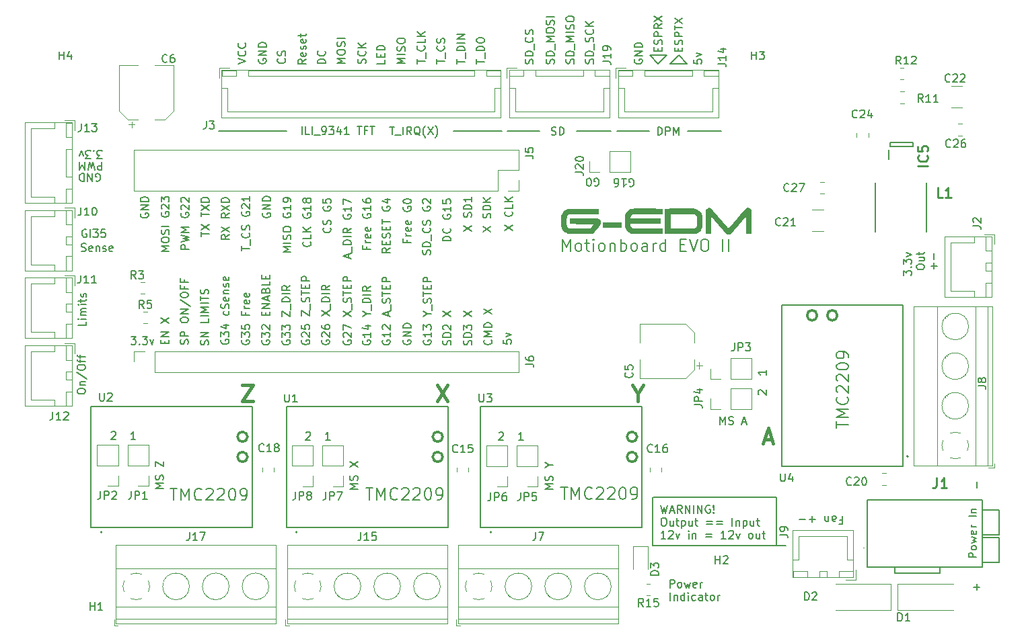
<source format=gto>
G04 #@! TF.GenerationSoftware,KiCad,Pcbnew,7.0.7+dfsg-1*
G04 #@! TF.CreationDate,2024-09-08T18:11:18+02:00*
G04 #@! TF.ProjectId,motion-board-evoII,6d6f7469-6f6e-42d6-926f-6172642d6576,rev?*
G04 #@! TF.SameCoordinates,Original*
G04 #@! TF.FileFunction,Legend,Top*
G04 #@! TF.FilePolarity,Positive*
%FSLAX46Y46*%
G04 Gerber Fmt 4.6, Leading zero omitted, Abs format (unit mm)*
G04 Created by KiCad (PCBNEW 7.0.7+dfsg-1) date 2024-09-08 18:11:18*
%MOMM*%
%LPD*%
G01*
G04 APERTURE LIST*
%ADD10C,0.150000*%
%ADD11C,0.200000*%
%ADD12C,0.400000*%
%ADD13C,0.254000*%
%ADD14C,0.120000*%
%ADD15C,0.127000*%
%ADD16C,0.300000*%
%ADD17C,0.100000*%
G04 APERTURE END LIST*
D10*
X126212600Y-27863800D02*
X128346200Y-27863800D01*
X125780800Y-26797000D02*
X123647200Y-26797000D01*
X139566650Y-88569800D02*
X123996450Y-88569800D01*
X128346200Y-27863800D02*
X127279400Y-26797000D01*
X124098050Y-82473800D02*
X139566650Y-82473800D01*
X77901800Y-36347400D02*
X69392800Y-36347400D01*
X123647200Y-26797000D02*
X124714000Y-27863800D01*
X123996450Y-88569800D02*
X123996450Y-82473800D01*
X114452400Y-36347400D02*
X118719600Y-36347400D01*
X98907600Y-36347400D02*
X105054400Y-36347400D01*
X124714000Y-27863800D02*
X125780800Y-26797000D01*
X139566650Y-88569800D02*
X140766800Y-88569800D01*
X105714800Y-36347400D02*
X109804200Y-36347400D01*
X128397000Y-36347400D02*
X132664200Y-36347400D01*
X119507000Y-36347400D02*
X123596400Y-36347400D01*
X127279400Y-26797000D02*
X126212600Y-27863800D01*
X139566650Y-82473800D02*
X139566650Y-88569800D01*
X93098209Y-50056752D02*
X93098209Y-50390085D01*
X93622019Y-50390085D02*
X92622019Y-50390085D01*
X92622019Y-50390085D02*
X92622019Y-49913895D01*
X93622019Y-49532942D02*
X92955352Y-49532942D01*
X93145828Y-49532942D02*
X93050590Y-49485323D01*
X93050590Y-49485323D02*
X93002971Y-49437704D01*
X93002971Y-49437704D02*
X92955352Y-49342466D01*
X92955352Y-49342466D02*
X92955352Y-49247228D01*
X93574400Y-48532942D02*
X93622019Y-48628180D01*
X93622019Y-48628180D02*
X93622019Y-48818656D01*
X93622019Y-48818656D02*
X93574400Y-48913894D01*
X93574400Y-48913894D02*
X93479161Y-48961513D01*
X93479161Y-48961513D02*
X93098209Y-48961513D01*
X93098209Y-48961513D02*
X93002971Y-48913894D01*
X93002971Y-48913894D02*
X92955352Y-48818656D01*
X92955352Y-48818656D02*
X92955352Y-48628180D01*
X92955352Y-48628180D02*
X93002971Y-48532942D01*
X93002971Y-48532942D02*
X93098209Y-48485323D01*
X93098209Y-48485323D02*
X93193447Y-48485323D01*
X93193447Y-48485323D02*
X93288685Y-48961513D01*
X93574400Y-47675799D02*
X93622019Y-47771037D01*
X93622019Y-47771037D02*
X93622019Y-47961513D01*
X93622019Y-47961513D02*
X93574400Y-48056751D01*
X93574400Y-48056751D02*
X93479161Y-48104370D01*
X93479161Y-48104370D02*
X93098209Y-48104370D01*
X93098209Y-48104370D02*
X93002971Y-48056751D01*
X93002971Y-48056751D02*
X92955352Y-47961513D01*
X92955352Y-47961513D02*
X92955352Y-47771037D01*
X92955352Y-47771037D02*
X93002971Y-47675799D01*
X93002971Y-47675799D02*
X93098209Y-47628180D01*
X93098209Y-47628180D02*
X93193447Y-47628180D01*
X93193447Y-47628180D02*
X93288685Y-48104370D01*
X92669638Y-45913894D02*
X92622019Y-46009132D01*
X92622019Y-46009132D02*
X92622019Y-46151989D01*
X92622019Y-46151989D02*
X92669638Y-46294846D01*
X92669638Y-46294846D02*
X92764876Y-46390084D01*
X92764876Y-46390084D02*
X92860114Y-46437703D01*
X92860114Y-46437703D02*
X93050590Y-46485322D01*
X93050590Y-46485322D02*
X93193447Y-46485322D01*
X93193447Y-46485322D02*
X93383923Y-46437703D01*
X93383923Y-46437703D02*
X93479161Y-46390084D01*
X93479161Y-46390084D02*
X93574400Y-46294846D01*
X93574400Y-46294846D02*
X93622019Y-46151989D01*
X93622019Y-46151989D02*
X93622019Y-46056751D01*
X93622019Y-46056751D02*
X93574400Y-45913894D01*
X93574400Y-45913894D02*
X93526780Y-45866275D01*
X93526780Y-45866275D02*
X93193447Y-45866275D01*
X93193447Y-45866275D02*
X93193447Y-46056751D01*
X92622019Y-45247227D02*
X92622019Y-45151989D01*
X92622019Y-45151989D02*
X92669638Y-45056751D01*
X92669638Y-45056751D02*
X92717257Y-45009132D01*
X92717257Y-45009132D02*
X92812495Y-44961513D01*
X92812495Y-44961513D02*
X93002971Y-44913894D01*
X93002971Y-44913894D02*
X93241066Y-44913894D01*
X93241066Y-44913894D02*
X93431542Y-44961513D01*
X93431542Y-44961513D02*
X93526780Y-45009132D01*
X93526780Y-45009132D02*
X93574400Y-45056751D01*
X93574400Y-45056751D02*
X93622019Y-45151989D01*
X93622019Y-45151989D02*
X93622019Y-45247227D01*
X93622019Y-45247227D02*
X93574400Y-45342465D01*
X93574400Y-45342465D02*
X93526780Y-45390084D01*
X93526780Y-45390084D02*
X93431542Y-45437703D01*
X93431542Y-45437703D02*
X93241066Y-45485322D01*
X93241066Y-45485322D02*
X93002971Y-45485322D01*
X93002971Y-45485322D02*
X92812495Y-45437703D01*
X92812495Y-45437703D02*
X92717257Y-45390084D01*
X92717257Y-45390084D02*
X92669638Y-45342465D01*
X92669638Y-45342465D02*
X92622019Y-45247227D01*
X164792866Y-81279951D02*
X164792866Y-80518047D01*
X79893438Y-62691495D02*
X79845819Y-62786733D01*
X79845819Y-62786733D02*
X79845819Y-62929590D01*
X79845819Y-62929590D02*
X79893438Y-63072447D01*
X79893438Y-63072447D02*
X79988676Y-63167685D01*
X79988676Y-63167685D02*
X80083914Y-63215304D01*
X80083914Y-63215304D02*
X80274390Y-63262923D01*
X80274390Y-63262923D02*
X80417247Y-63262923D01*
X80417247Y-63262923D02*
X80607723Y-63215304D01*
X80607723Y-63215304D02*
X80702961Y-63167685D01*
X80702961Y-63167685D02*
X80798200Y-63072447D01*
X80798200Y-63072447D02*
X80845819Y-62929590D01*
X80845819Y-62929590D02*
X80845819Y-62834352D01*
X80845819Y-62834352D02*
X80798200Y-62691495D01*
X80798200Y-62691495D02*
X80750580Y-62643876D01*
X80750580Y-62643876D02*
X80417247Y-62643876D01*
X80417247Y-62643876D02*
X80417247Y-62834352D01*
X79941057Y-62262923D02*
X79893438Y-62215304D01*
X79893438Y-62215304D02*
X79845819Y-62120066D01*
X79845819Y-62120066D02*
X79845819Y-61881971D01*
X79845819Y-61881971D02*
X79893438Y-61786733D01*
X79893438Y-61786733D02*
X79941057Y-61739114D01*
X79941057Y-61739114D02*
X80036295Y-61691495D01*
X80036295Y-61691495D02*
X80131533Y-61691495D01*
X80131533Y-61691495D02*
X80274390Y-61739114D01*
X80274390Y-61739114D02*
X80845819Y-62310542D01*
X80845819Y-62310542D02*
X80845819Y-61691495D01*
X79845819Y-60786733D02*
X79845819Y-61262923D01*
X79845819Y-61262923D02*
X80322009Y-61310542D01*
X80322009Y-61310542D02*
X80274390Y-61262923D01*
X80274390Y-61262923D02*
X80226771Y-61167685D01*
X80226771Y-61167685D02*
X80226771Y-60929590D01*
X80226771Y-60929590D02*
X80274390Y-60834352D01*
X80274390Y-60834352D02*
X80322009Y-60786733D01*
X80322009Y-60786733D02*
X80417247Y-60739114D01*
X80417247Y-60739114D02*
X80655342Y-60739114D01*
X80655342Y-60739114D02*
X80750580Y-60786733D01*
X80750580Y-60786733D02*
X80798200Y-60834352D01*
X80798200Y-60834352D02*
X80845819Y-60929590D01*
X80845819Y-60929590D02*
X80845819Y-61167685D01*
X80845819Y-61167685D02*
X80798200Y-61262923D01*
X80798200Y-61262923D02*
X80750580Y-61310542D01*
X79845819Y-59643875D02*
X79845819Y-58977209D01*
X79845819Y-58977209D02*
X80845819Y-59643875D01*
X80845819Y-59643875D02*
X80845819Y-58977209D01*
X80941057Y-58834352D02*
X80941057Y-58072447D01*
X80798200Y-57881970D02*
X80845819Y-57739113D01*
X80845819Y-57739113D02*
X80845819Y-57501018D01*
X80845819Y-57501018D02*
X80798200Y-57405780D01*
X80798200Y-57405780D02*
X80750580Y-57358161D01*
X80750580Y-57358161D02*
X80655342Y-57310542D01*
X80655342Y-57310542D02*
X80560104Y-57310542D01*
X80560104Y-57310542D02*
X80464866Y-57358161D01*
X80464866Y-57358161D02*
X80417247Y-57405780D01*
X80417247Y-57405780D02*
X80369628Y-57501018D01*
X80369628Y-57501018D02*
X80322009Y-57691494D01*
X80322009Y-57691494D02*
X80274390Y-57786732D01*
X80274390Y-57786732D02*
X80226771Y-57834351D01*
X80226771Y-57834351D02*
X80131533Y-57881970D01*
X80131533Y-57881970D02*
X80036295Y-57881970D01*
X80036295Y-57881970D02*
X79941057Y-57834351D01*
X79941057Y-57834351D02*
X79893438Y-57786732D01*
X79893438Y-57786732D02*
X79845819Y-57691494D01*
X79845819Y-57691494D02*
X79845819Y-57453399D01*
X79845819Y-57453399D02*
X79893438Y-57310542D01*
X79845819Y-57024827D02*
X79845819Y-56453399D01*
X80845819Y-56739113D02*
X79845819Y-56739113D01*
X80322009Y-56120065D02*
X80322009Y-55786732D01*
X80845819Y-55643875D02*
X80845819Y-56120065D01*
X80845819Y-56120065D02*
X79845819Y-56120065D01*
X79845819Y-56120065D02*
X79845819Y-55643875D01*
X80845819Y-55215303D02*
X79845819Y-55215303D01*
X79845819Y-55215303D02*
X79845819Y-54834351D01*
X79845819Y-54834351D02*
X79893438Y-54739113D01*
X79893438Y-54739113D02*
X79941057Y-54691494D01*
X79941057Y-54691494D02*
X80036295Y-54643875D01*
X80036295Y-54643875D02*
X80179152Y-54643875D01*
X80179152Y-54643875D02*
X80274390Y-54691494D01*
X80274390Y-54691494D02*
X80322009Y-54739113D01*
X80322009Y-54739113D02*
X80369628Y-54834351D01*
X80369628Y-54834351D02*
X80369628Y-55215303D01*
X58363029Y-62243619D02*
X58982076Y-62243619D01*
X58982076Y-62243619D02*
X58648743Y-62624571D01*
X58648743Y-62624571D02*
X58791600Y-62624571D01*
X58791600Y-62624571D02*
X58886838Y-62672190D01*
X58886838Y-62672190D02*
X58934457Y-62719809D01*
X58934457Y-62719809D02*
X58982076Y-62815047D01*
X58982076Y-62815047D02*
X58982076Y-63053142D01*
X58982076Y-63053142D02*
X58934457Y-63148380D01*
X58934457Y-63148380D02*
X58886838Y-63196000D01*
X58886838Y-63196000D02*
X58791600Y-63243619D01*
X58791600Y-63243619D02*
X58505886Y-63243619D01*
X58505886Y-63243619D02*
X58410648Y-63196000D01*
X58410648Y-63196000D02*
X58363029Y-63148380D01*
X59410648Y-63148380D02*
X59458267Y-63196000D01*
X59458267Y-63196000D02*
X59410648Y-63243619D01*
X59410648Y-63243619D02*
X59363029Y-63196000D01*
X59363029Y-63196000D02*
X59410648Y-63148380D01*
X59410648Y-63148380D02*
X59410648Y-63243619D01*
X59791600Y-62243619D02*
X60410647Y-62243619D01*
X60410647Y-62243619D02*
X60077314Y-62624571D01*
X60077314Y-62624571D02*
X60220171Y-62624571D01*
X60220171Y-62624571D02*
X60315409Y-62672190D01*
X60315409Y-62672190D02*
X60363028Y-62719809D01*
X60363028Y-62719809D02*
X60410647Y-62815047D01*
X60410647Y-62815047D02*
X60410647Y-63053142D01*
X60410647Y-63053142D02*
X60363028Y-63148380D01*
X60363028Y-63148380D02*
X60315409Y-63196000D01*
X60315409Y-63196000D02*
X60220171Y-63243619D01*
X60220171Y-63243619D02*
X59934457Y-63243619D01*
X59934457Y-63243619D02*
X59839219Y-63196000D01*
X59839219Y-63196000D02*
X59791600Y-63148380D01*
X60743981Y-62576952D02*
X60982076Y-63243619D01*
X60982076Y-63243619D02*
X61220171Y-62576952D01*
X85767104Y-52306075D02*
X85767104Y-51829885D01*
X86052819Y-52401313D02*
X85052819Y-52067980D01*
X85052819Y-52067980D02*
X86052819Y-51734647D01*
X86148057Y-51639409D02*
X86148057Y-50877504D01*
X86052819Y-50639408D02*
X85052819Y-50639408D01*
X85052819Y-50639408D02*
X85052819Y-50401313D01*
X85052819Y-50401313D02*
X85100438Y-50258456D01*
X85100438Y-50258456D02*
X85195676Y-50163218D01*
X85195676Y-50163218D02*
X85290914Y-50115599D01*
X85290914Y-50115599D02*
X85481390Y-50067980D01*
X85481390Y-50067980D02*
X85624247Y-50067980D01*
X85624247Y-50067980D02*
X85814723Y-50115599D01*
X85814723Y-50115599D02*
X85909961Y-50163218D01*
X85909961Y-50163218D02*
X86005200Y-50258456D01*
X86005200Y-50258456D02*
X86052819Y-50401313D01*
X86052819Y-50401313D02*
X86052819Y-50639408D01*
X86052819Y-49639408D02*
X85052819Y-49639408D01*
X86052819Y-48591790D02*
X85576628Y-48925123D01*
X86052819Y-49163218D02*
X85052819Y-49163218D01*
X85052819Y-49163218D02*
X85052819Y-48782266D01*
X85052819Y-48782266D02*
X85100438Y-48687028D01*
X85100438Y-48687028D02*
X85148057Y-48639409D01*
X85148057Y-48639409D02*
X85243295Y-48591790D01*
X85243295Y-48591790D02*
X85386152Y-48591790D01*
X85386152Y-48591790D02*
X85481390Y-48639409D01*
X85481390Y-48639409D02*
X85529009Y-48687028D01*
X85529009Y-48687028D02*
X85576628Y-48782266D01*
X85576628Y-48782266D02*
X85576628Y-49163218D01*
X85100438Y-46877504D02*
X85052819Y-46972742D01*
X85052819Y-46972742D02*
X85052819Y-47115599D01*
X85052819Y-47115599D02*
X85100438Y-47258456D01*
X85100438Y-47258456D02*
X85195676Y-47353694D01*
X85195676Y-47353694D02*
X85290914Y-47401313D01*
X85290914Y-47401313D02*
X85481390Y-47448932D01*
X85481390Y-47448932D02*
X85624247Y-47448932D01*
X85624247Y-47448932D02*
X85814723Y-47401313D01*
X85814723Y-47401313D02*
X85909961Y-47353694D01*
X85909961Y-47353694D02*
X86005200Y-47258456D01*
X86005200Y-47258456D02*
X86052819Y-47115599D01*
X86052819Y-47115599D02*
X86052819Y-47020361D01*
X86052819Y-47020361D02*
X86005200Y-46877504D01*
X86005200Y-46877504D02*
X85957580Y-46829885D01*
X85957580Y-46829885D02*
X85624247Y-46829885D01*
X85624247Y-46829885D02*
X85624247Y-47020361D01*
X86052819Y-45877504D02*
X86052819Y-46448932D01*
X86052819Y-46163218D02*
X85052819Y-46163218D01*
X85052819Y-46163218D02*
X85195676Y-46258456D01*
X85195676Y-46258456D02*
X85290914Y-46353694D01*
X85290914Y-46353694D02*
X85338533Y-46448932D01*
X85052819Y-45544170D02*
X85052819Y-44877504D01*
X85052819Y-44877504D02*
X86052819Y-45306075D01*
D11*
X147150028Y-73791964D02*
X147150028Y-72934822D01*
X148650028Y-73363393D02*
X147150028Y-73363393D01*
X148650028Y-72434822D02*
X147150028Y-72434822D01*
X147150028Y-72434822D02*
X148221457Y-71934822D01*
X148221457Y-71934822D02*
X147150028Y-71434822D01*
X147150028Y-71434822D02*
X148650028Y-71434822D01*
X148507171Y-69863393D02*
X148578600Y-69934821D01*
X148578600Y-69934821D02*
X148650028Y-70149107D01*
X148650028Y-70149107D02*
X148650028Y-70291964D01*
X148650028Y-70291964D02*
X148578600Y-70506250D01*
X148578600Y-70506250D02*
X148435742Y-70649107D01*
X148435742Y-70649107D02*
X148292885Y-70720536D01*
X148292885Y-70720536D02*
X148007171Y-70791964D01*
X148007171Y-70791964D02*
X147792885Y-70791964D01*
X147792885Y-70791964D02*
X147507171Y-70720536D01*
X147507171Y-70720536D02*
X147364314Y-70649107D01*
X147364314Y-70649107D02*
X147221457Y-70506250D01*
X147221457Y-70506250D02*
X147150028Y-70291964D01*
X147150028Y-70291964D02*
X147150028Y-70149107D01*
X147150028Y-70149107D02*
X147221457Y-69934821D01*
X147221457Y-69934821D02*
X147292885Y-69863393D01*
X147292885Y-69291964D02*
X147221457Y-69220536D01*
X147221457Y-69220536D02*
X147150028Y-69077679D01*
X147150028Y-69077679D02*
X147150028Y-68720536D01*
X147150028Y-68720536D02*
X147221457Y-68577679D01*
X147221457Y-68577679D02*
X147292885Y-68506250D01*
X147292885Y-68506250D02*
X147435742Y-68434821D01*
X147435742Y-68434821D02*
X147578600Y-68434821D01*
X147578600Y-68434821D02*
X147792885Y-68506250D01*
X147792885Y-68506250D02*
X148650028Y-69363393D01*
X148650028Y-69363393D02*
X148650028Y-68434821D01*
X147292885Y-67863393D02*
X147221457Y-67791965D01*
X147221457Y-67791965D02*
X147150028Y-67649108D01*
X147150028Y-67649108D02*
X147150028Y-67291965D01*
X147150028Y-67291965D02*
X147221457Y-67149108D01*
X147221457Y-67149108D02*
X147292885Y-67077679D01*
X147292885Y-67077679D02*
X147435742Y-67006250D01*
X147435742Y-67006250D02*
X147578600Y-67006250D01*
X147578600Y-67006250D02*
X147792885Y-67077679D01*
X147792885Y-67077679D02*
X148650028Y-67934822D01*
X148650028Y-67934822D02*
X148650028Y-67006250D01*
X147150028Y-66077679D02*
X147150028Y-65934822D01*
X147150028Y-65934822D02*
X147221457Y-65791965D01*
X147221457Y-65791965D02*
X147292885Y-65720537D01*
X147292885Y-65720537D02*
X147435742Y-65649108D01*
X147435742Y-65649108D02*
X147721457Y-65577679D01*
X147721457Y-65577679D02*
X148078600Y-65577679D01*
X148078600Y-65577679D02*
X148364314Y-65649108D01*
X148364314Y-65649108D02*
X148507171Y-65720537D01*
X148507171Y-65720537D02*
X148578600Y-65791965D01*
X148578600Y-65791965D02*
X148650028Y-65934822D01*
X148650028Y-65934822D02*
X148650028Y-66077679D01*
X148650028Y-66077679D02*
X148578600Y-66220537D01*
X148578600Y-66220537D02*
X148507171Y-66291965D01*
X148507171Y-66291965D02*
X148364314Y-66363394D01*
X148364314Y-66363394D02*
X148078600Y-66434822D01*
X148078600Y-66434822D02*
X147721457Y-66434822D01*
X147721457Y-66434822D02*
X147435742Y-66363394D01*
X147435742Y-66363394D02*
X147292885Y-66291965D01*
X147292885Y-66291965D02*
X147221457Y-66220537D01*
X147221457Y-66220537D02*
X147150028Y-66077679D01*
X148650028Y-64863394D02*
X148650028Y-64577680D01*
X148650028Y-64577680D02*
X148578600Y-64434823D01*
X148578600Y-64434823D02*
X148507171Y-64363394D01*
X148507171Y-64363394D02*
X148292885Y-64220537D01*
X148292885Y-64220537D02*
X148007171Y-64149108D01*
X148007171Y-64149108D02*
X147435742Y-64149108D01*
X147435742Y-64149108D02*
X147292885Y-64220537D01*
X147292885Y-64220537D02*
X147221457Y-64291966D01*
X147221457Y-64291966D02*
X147150028Y-64434823D01*
X147150028Y-64434823D02*
X147150028Y-64720537D01*
X147150028Y-64720537D02*
X147221457Y-64863394D01*
X147221457Y-64863394D02*
X147292885Y-64934823D01*
X147292885Y-64934823D02*
X147435742Y-65006251D01*
X147435742Y-65006251D02*
X147792885Y-65006251D01*
X147792885Y-65006251D02*
X147935742Y-64934823D01*
X147935742Y-64934823D02*
X148007171Y-64863394D01*
X148007171Y-64863394D02*
X148078600Y-64720537D01*
X148078600Y-64720537D02*
X148078600Y-64434823D01*
X148078600Y-64434823D02*
X148007171Y-64291966D01*
X148007171Y-64291966D02*
X147935742Y-64220537D01*
X147935742Y-64220537D02*
X147792885Y-64149108D01*
D10*
X52741628Y-48778438D02*
X52646390Y-48730819D01*
X52646390Y-48730819D02*
X52503533Y-48730819D01*
X52503533Y-48730819D02*
X52360676Y-48778438D01*
X52360676Y-48778438D02*
X52265438Y-48873676D01*
X52265438Y-48873676D02*
X52217819Y-48968914D01*
X52217819Y-48968914D02*
X52170200Y-49159390D01*
X52170200Y-49159390D02*
X52170200Y-49302247D01*
X52170200Y-49302247D02*
X52217819Y-49492723D01*
X52217819Y-49492723D02*
X52265438Y-49587961D01*
X52265438Y-49587961D02*
X52360676Y-49683200D01*
X52360676Y-49683200D02*
X52503533Y-49730819D01*
X52503533Y-49730819D02*
X52598771Y-49730819D01*
X52598771Y-49730819D02*
X52741628Y-49683200D01*
X52741628Y-49683200D02*
X52789247Y-49635580D01*
X52789247Y-49635580D02*
X52789247Y-49302247D01*
X52789247Y-49302247D02*
X52598771Y-49302247D01*
X53217819Y-49730819D02*
X53217819Y-48730819D01*
X53598771Y-48730819D02*
X54217818Y-48730819D01*
X54217818Y-48730819D02*
X53884485Y-49111771D01*
X53884485Y-49111771D02*
X54027342Y-49111771D01*
X54027342Y-49111771D02*
X54122580Y-49159390D01*
X54122580Y-49159390D02*
X54170199Y-49207009D01*
X54170199Y-49207009D02*
X54217818Y-49302247D01*
X54217818Y-49302247D02*
X54217818Y-49540342D01*
X54217818Y-49540342D02*
X54170199Y-49635580D01*
X54170199Y-49635580D02*
X54122580Y-49683200D01*
X54122580Y-49683200D02*
X54027342Y-49730819D01*
X54027342Y-49730819D02*
X53741628Y-49730819D01*
X53741628Y-49730819D02*
X53646390Y-49683200D01*
X53646390Y-49683200D02*
X53598771Y-49635580D01*
X55122580Y-48730819D02*
X54646390Y-48730819D01*
X54646390Y-48730819D02*
X54598771Y-49207009D01*
X54598771Y-49207009D02*
X54646390Y-49159390D01*
X54646390Y-49159390D02*
X54741628Y-49111771D01*
X54741628Y-49111771D02*
X54979723Y-49111771D01*
X54979723Y-49111771D02*
X55074961Y-49159390D01*
X55074961Y-49159390D02*
X55122580Y-49207009D01*
X55122580Y-49207009D02*
X55170199Y-49302247D01*
X55170199Y-49302247D02*
X55170199Y-49540342D01*
X55170199Y-49540342D02*
X55122580Y-49635580D01*
X55122580Y-49635580D02*
X55074961Y-49683200D01*
X55074961Y-49683200D02*
X54979723Y-49730819D01*
X54979723Y-49730819D02*
X54741628Y-49730819D01*
X54741628Y-49730819D02*
X54646390Y-49683200D01*
X54646390Y-49683200D02*
X54598771Y-49635580D01*
X85290819Y-27835027D02*
X84290819Y-27835027D01*
X84290819Y-27835027D02*
X85005104Y-27501694D01*
X85005104Y-27501694D02*
X84290819Y-27168361D01*
X84290819Y-27168361D02*
X85290819Y-27168361D01*
X84290819Y-26501694D02*
X84290819Y-26311218D01*
X84290819Y-26311218D02*
X84338438Y-26215980D01*
X84338438Y-26215980D02*
X84433676Y-26120742D01*
X84433676Y-26120742D02*
X84624152Y-26073123D01*
X84624152Y-26073123D02*
X84957485Y-26073123D01*
X84957485Y-26073123D02*
X85147961Y-26120742D01*
X85147961Y-26120742D02*
X85243200Y-26215980D01*
X85243200Y-26215980D02*
X85290819Y-26311218D01*
X85290819Y-26311218D02*
X85290819Y-26501694D01*
X85290819Y-26501694D02*
X85243200Y-26596932D01*
X85243200Y-26596932D02*
X85147961Y-26692170D01*
X85147961Y-26692170D02*
X84957485Y-26739789D01*
X84957485Y-26739789D02*
X84624152Y-26739789D01*
X84624152Y-26739789D02*
X84433676Y-26692170D01*
X84433676Y-26692170D02*
X84338438Y-26596932D01*
X84338438Y-26596932D02*
X84290819Y-26501694D01*
X85243200Y-25692170D02*
X85290819Y-25549313D01*
X85290819Y-25549313D02*
X85290819Y-25311218D01*
X85290819Y-25311218D02*
X85243200Y-25215980D01*
X85243200Y-25215980D02*
X85195580Y-25168361D01*
X85195580Y-25168361D02*
X85100342Y-25120742D01*
X85100342Y-25120742D02*
X85005104Y-25120742D01*
X85005104Y-25120742D02*
X84909866Y-25168361D01*
X84909866Y-25168361D02*
X84862247Y-25215980D01*
X84862247Y-25215980D02*
X84814628Y-25311218D01*
X84814628Y-25311218D02*
X84767009Y-25501694D01*
X84767009Y-25501694D02*
X84719390Y-25596932D01*
X84719390Y-25596932D02*
X84671771Y-25644551D01*
X84671771Y-25644551D02*
X84576533Y-25692170D01*
X84576533Y-25692170D02*
X84481295Y-25692170D01*
X84481295Y-25692170D02*
X84386057Y-25644551D01*
X84386057Y-25644551D02*
X84338438Y-25596932D01*
X84338438Y-25596932D02*
X84290819Y-25501694D01*
X84290819Y-25501694D02*
X84290819Y-25263599D01*
X84290819Y-25263599D02*
X84338438Y-25120742D01*
X85290819Y-24692170D02*
X84290819Y-24692170D01*
D12*
X122123199Y-69421057D02*
X122123199Y-70373438D01*
X121456533Y-68373438D02*
X122123199Y-69421057D01*
X122123199Y-69421057D02*
X122789866Y-68373438D01*
D10*
X65532800Y-63199447D02*
X65580419Y-63056590D01*
X65580419Y-63056590D02*
X65580419Y-62818495D01*
X65580419Y-62818495D02*
X65532800Y-62723257D01*
X65532800Y-62723257D02*
X65485180Y-62675638D01*
X65485180Y-62675638D02*
X65389942Y-62628019D01*
X65389942Y-62628019D02*
X65294704Y-62628019D01*
X65294704Y-62628019D02*
X65199466Y-62675638D01*
X65199466Y-62675638D02*
X65151847Y-62723257D01*
X65151847Y-62723257D02*
X65104228Y-62818495D01*
X65104228Y-62818495D02*
X65056609Y-63008971D01*
X65056609Y-63008971D02*
X65008990Y-63104209D01*
X65008990Y-63104209D02*
X64961371Y-63151828D01*
X64961371Y-63151828D02*
X64866133Y-63199447D01*
X64866133Y-63199447D02*
X64770895Y-63199447D01*
X64770895Y-63199447D02*
X64675657Y-63151828D01*
X64675657Y-63151828D02*
X64628038Y-63104209D01*
X64628038Y-63104209D02*
X64580419Y-63008971D01*
X64580419Y-63008971D02*
X64580419Y-62770876D01*
X64580419Y-62770876D02*
X64628038Y-62628019D01*
X65580419Y-62199447D02*
X64580419Y-62199447D01*
X64580419Y-62199447D02*
X64580419Y-61818495D01*
X64580419Y-61818495D02*
X64628038Y-61723257D01*
X64628038Y-61723257D02*
X64675657Y-61675638D01*
X64675657Y-61675638D02*
X64770895Y-61628019D01*
X64770895Y-61628019D02*
X64913752Y-61628019D01*
X64913752Y-61628019D02*
X65008990Y-61675638D01*
X65008990Y-61675638D02*
X65056609Y-61723257D01*
X65056609Y-61723257D02*
X65104228Y-61818495D01*
X65104228Y-61818495D02*
X65104228Y-62199447D01*
X64580419Y-60247066D02*
X64580419Y-60056590D01*
X64580419Y-60056590D02*
X64628038Y-59961352D01*
X64628038Y-59961352D02*
X64723276Y-59866114D01*
X64723276Y-59866114D02*
X64913752Y-59818495D01*
X64913752Y-59818495D02*
X65247085Y-59818495D01*
X65247085Y-59818495D02*
X65437561Y-59866114D01*
X65437561Y-59866114D02*
X65532800Y-59961352D01*
X65532800Y-59961352D02*
X65580419Y-60056590D01*
X65580419Y-60056590D02*
X65580419Y-60247066D01*
X65580419Y-60247066D02*
X65532800Y-60342304D01*
X65532800Y-60342304D02*
X65437561Y-60437542D01*
X65437561Y-60437542D02*
X65247085Y-60485161D01*
X65247085Y-60485161D02*
X64913752Y-60485161D01*
X64913752Y-60485161D02*
X64723276Y-60437542D01*
X64723276Y-60437542D02*
X64628038Y-60342304D01*
X64628038Y-60342304D02*
X64580419Y-60247066D01*
X65580419Y-59389923D02*
X64580419Y-59389923D01*
X64580419Y-59389923D02*
X65580419Y-58818495D01*
X65580419Y-58818495D02*
X64580419Y-58818495D01*
X64532800Y-57628019D02*
X65818514Y-58485161D01*
X64580419Y-57104209D02*
X64580419Y-56913733D01*
X64580419Y-56913733D02*
X64628038Y-56818495D01*
X64628038Y-56818495D02*
X64723276Y-56723257D01*
X64723276Y-56723257D02*
X64913752Y-56675638D01*
X64913752Y-56675638D02*
X65247085Y-56675638D01*
X65247085Y-56675638D02*
X65437561Y-56723257D01*
X65437561Y-56723257D02*
X65532800Y-56818495D01*
X65532800Y-56818495D02*
X65580419Y-56913733D01*
X65580419Y-56913733D02*
X65580419Y-57104209D01*
X65580419Y-57104209D02*
X65532800Y-57199447D01*
X65532800Y-57199447D02*
X65437561Y-57294685D01*
X65437561Y-57294685D02*
X65247085Y-57342304D01*
X65247085Y-57342304D02*
X64913752Y-57342304D01*
X64913752Y-57342304D02*
X64723276Y-57294685D01*
X64723276Y-57294685D02*
X64628038Y-57199447D01*
X64628038Y-57199447D02*
X64580419Y-57104209D01*
X65056609Y-55913733D02*
X65056609Y-56247066D01*
X65580419Y-56247066D02*
X64580419Y-56247066D01*
X64580419Y-56247066D02*
X64580419Y-55770876D01*
X65056609Y-55056590D02*
X65056609Y-55389923D01*
X65580419Y-55389923D02*
X64580419Y-55389923D01*
X64580419Y-55389923D02*
X64580419Y-54913733D01*
X121752638Y-27330304D02*
X121705019Y-27425542D01*
X121705019Y-27425542D02*
X121705019Y-27568399D01*
X121705019Y-27568399D02*
X121752638Y-27711256D01*
X121752638Y-27711256D02*
X121847876Y-27806494D01*
X121847876Y-27806494D02*
X121943114Y-27854113D01*
X121943114Y-27854113D02*
X122133590Y-27901732D01*
X122133590Y-27901732D02*
X122276447Y-27901732D01*
X122276447Y-27901732D02*
X122466923Y-27854113D01*
X122466923Y-27854113D02*
X122562161Y-27806494D01*
X122562161Y-27806494D02*
X122657400Y-27711256D01*
X122657400Y-27711256D02*
X122705019Y-27568399D01*
X122705019Y-27568399D02*
X122705019Y-27473161D01*
X122705019Y-27473161D02*
X122657400Y-27330304D01*
X122657400Y-27330304D02*
X122609780Y-27282685D01*
X122609780Y-27282685D02*
X122276447Y-27282685D01*
X122276447Y-27282685D02*
X122276447Y-27473161D01*
X122705019Y-26854113D02*
X121705019Y-26854113D01*
X121705019Y-26854113D02*
X122705019Y-26282685D01*
X122705019Y-26282685D02*
X121705019Y-26282685D01*
X122705019Y-25806494D02*
X121705019Y-25806494D01*
X121705019Y-25806494D02*
X121705019Y-25568399D01*
X121705019Y-25568399D02*
X121752638Y-25425542D01*
X121752638Y-25425542D02*
X121847876Y-25330304D01*
X121847876Y-25330304D02*
X121943114Y-25282685D01*
X121943114Y-25282685D02*
X122133590Y-25235066D01*
X122133590Y-25235066D02*
X122276447Y-25235066D01*
X122276447Y-25235066D02*
X122466923Y-25282685D01*
X122466923Y-25282685D02*
X122562161Y-25330304D01*
X122562161Y-25330304D02*
X122657400Y-25425542D01*
X122657400Y-25425542D02*
X122705019Y-25568399D01*
X122705019Y-25568399D02*
X122705019Y-25806494D01*
D11*
X87955235Y-81338628D02*
X88812378Y-81338628D01*
X88383806Y-82838628D02*
X88383806Y-81338628D01*
X89312377Y-82838628D02*
X89312377Y-81338628D01*
X89312377Y-81338628D02*
X89812377Y-82410057D01*
X89812377Y-82410057D02*
X90312377Y-81338628D01*
X90312377Y-81338628D02*
X90312377Y-82838628D01*
X91883806Y-82695771D02*
X91812378Y-82767200D01*
X91812378Y-82767200D02*
X91598092Y-82838628D01*
X91598092Y-82838628D02*
X91455235Y-82838628D01*
X91455235Y-82838628D02*
X91240949Y-82767200D01*
X91240949Y-82767200D02*
X91098092Y-82624342D01*
X91098092Y-82624342D02*
X91026663Y-82481485D01*
X91026663Y-82481485D02*
X90955235Y-82195771D01*
X90955235Y-82195771D02*
X90955235Y-81981485D01*
X90955235Y-81981485D02*
X91026663Y-81695771D01*
X91026663Y-81695771D02*
X91098092Y-81552914D01*
X91098092Y-81552914D02*
X91240949Y-81410057D01*
X91240949Y-81410057D02*
X91455235Y-81338628D01*
X91455235Y-81338628D02*
X91598092Y-81338628D01*
X91598092Y-81338628D02*
X91812378Y-81410057D01*
X91812378Y-81410057D02*
X91883806Y-81481485D01*
X92455235Y-81481485D02*
X92526663Y-81410057D01*
X92526663Y-81410057D02*
X92669521Y-81338628D01*
X92669521Y-81338628D02*
X93026663Y-81338628D01*
X93026663Y-81338628D02*
X93169521Y-81410057D01*
X93169521Y-81410057D02*
X93240949Y-81481485D01*
X93240949Y-81481485D02*
X93312378Y-81624342D01*
X93312378Y-81624342D02*
X93312378Y-81767200D01*
X93312378Y-81767200D02*
X93240949Y-81981485D01*
X93240949Y-81981485D02*
X92383806Y-82838628D01*
X92383806Y-82838628D02*
X93312378Y-82838628D01*
X93883806Y-81481485D02*
X93955234Y-81410057D01*
X93955234Y-81410057D02*
X94098092Y-81338628D01*
X94098092Y-81338628D02*
X94455234Y-81338628D01*
X94455234Y-81338628D02*
X94598092Y-81410057D01*
X94598092Y-81410057D02*
X94669520Y-81481485D01*
X94669520Y-81481485D02*
X94740949Y-81624342D01*
X94740949Y-81624342D02*
X94740949Y-81767200D01*
X94740949Y-81767200D02*
X94669520Y-81981485D01*
X94669520Y-81981485D02*
X93812377Y-82838628D01*
X93812377Y-82838628D02*
X94740949Y-82838628D01*
X95669520Y-81338628D02*
X95812377Y-81338628D01*
X95812377Y-81338628D02*
X95955234Y-81410057D01*
X95955234Y-81410057D02*
X96026663Y-81481485D01*
X96026663Y-81481485D02*
X96098091Y-81624342D01*
X96098091Y-81624342D02*
X96169520Y-81910057D01*
X96169520Y-81910057D02*
X96169520Y-82267200D01*
X96169520Y-82267200D02*
X96098091Y-82552914D01*
X96098091Y-82552914D02*
X96026663Y-82695771D01*
X96026663Y-82695771D02*
X95955234Y-82767200D01*
X95955234Y-82767200D02*
X95812377Y-82838628D01*
X95812377Y-82838628D02*
X95669520Y-82838628D01*
X95669520Y-82838628D02*
X95526663Y-82767200D01*
X95526663Y-82767200D02*
X95455234Y-82695771D01*
X95455234Y-82695771D02*
X95383805Y-82552914D01*
X95383805Y-82552914D02*
X95312377Y-82267200D01*
X95312377Y-82267200D02*
X95312377Y-81910057D01*
X95312377Y-81910057D02*
X95383805Y-81624342D01*
X95383805Y-81624342D02*
X95455234Y-81481485D01*
X95455234Y-81481485D02*
X95526663Y-81410057D01*
X95526663Y-81410057D02*
X95669520Y-81338628D01*
X96883805Y-82838628D02*
X97169519Y-82838628D01*
X97169519Y-82838628D02*
X97312376Y-82767200D01*
X97312376Y-82767200D02*
X97383805Y-82695771D01*
X97383805Y-82695771D02*
X97526662Y-82481485D01*
X97526662Y-82481485D02*
X97598091Y-82195771D01*
X97598091Y-82195771D02*
X97598091Y-81624342D01*
X97598091Y-81624342D02*
X97526662Y-81481485D01*
X97526662Y-81481485D02*
X97455234Y-81410057D01*
X97455234Y-81410057D02*
X97312376Y-81338628D01*
X97312376Y-81338628D02*
X97026662Y-81338628D01*
X97026662Y-81338628D02*
X96883805Y-81410057D01*
X96883805Y-81410057D02*
X96812376Y-81481485D01*
X96812376Y-81481485D02*
X96740948Y-81624342D01*
X96740948Y-81624342D02*
X96740948Y-81981485D01*
X96740948Y-81981485D02*
X96812376Y-82124342D01*
X96812376Y-82124342D02*
X96883805Y-82195771D01*
X96883805Y-82195771D02*
X97026662Y-82267200D01*
X97026662Y-82267200D02*
X97312376Y-82267200D01*
X97312376Y-82267200D02*
X97455234Y-82195771D01*
X97455234Y-82195771D02*
X97526662Y-82124342D01*
X97526662Y-82124342D02*
X97598091Y-81981485D01*
D10*
X125025391Y-83483019D02*
X125263486Y-84483019D01*
X125263486Y-84483019D02*
X125453962Y-83768733D01*
X125453962Y-83768733D02*
X125644438Y-84483019D01*
X125644438Y-84483019D02*
X125882534Y-83483019D01*
X126215867Y-84197304D02*
X126692057Y-84197304D01*
X126120629Y-84483019D02*
X126453962Y-83483019D01*
X126453962Y-83483019D02*
X126787295Y-84483019D01*
X127692057Y-84483019D02*
X127358724Y-84006828D01*
X127120629Y-84483019D02*
X127120629Y-83483019D01*
X127120629Y-83483019D02*
X127501581Y-83483019D01*
X127501581Y-83483019D02*
X127596819Y-83530638D01*
X127596819Y-83530638D02*
X127644438Y-83578257D01*
X127644438Y-83578257D02*
X127692057Y-83673495D01*
X127692057Y-83673495D02*
X127692057Y-83816352D01*
X127692057Y-83816352D02*
X127644438Y-83911590D01*
X127644438Y-83911590D02*
X127596819Y-83959209D01*
X127596819Y-83959209D02*
X127501581Y-84006828D01*
X127501581Y-84006828D02*
X127120629Y-84006828D01*
X128120629Y-84483019D02*
X128120629Y-83483019D01*
X128120629Y-83483019D02*
X128692057Y-84483019D01*
X128692057Y-84483019D02*
X128692057Y-83483019D01*
X129168248Y-84483019D02*
X129168248Y-83483019D01*
X129644438Y-84483019D02*
X129644438Y-83483019D01*
X129644438Y-83483019D02*
X130215866Y-84483019D01*
X130215866Y-84483019D02*
X130215866Y-83483019D01*
X131215866Y-83530638D02*
X131120628Y-83483019D01*
X131120628Y-83483019D02*
X130977771Y-83483019D01*
X130977771Y-83483019D02*
X130834914Y-83530638D01*
X130834914Y-83530638D02*
X130739676Y-83625876D01*
X130739676Y-83625876D02*
X130692057Y-83721114D01*
X130692057Y-83721114D02*
X130644438Y-83911590D01*
X130644438Y-83911590D02*
X130644438Y-84054447D01*
X130644438Y-84054447D02*
X130692057Y-84244923D01*
X130692057Y-84244923D02*
X130739676Y-84340161D01*
X130739676Y-84340161D02*
X130834914Y-84435400D01*
X130834914Y-84435400D02*
X130977771Y-84483019D01*
X130977771Y-84483019D02*
X131073009Y-84483019D01*
X131073009Y-84483019D02*
X131215866Y-84435400D01*
X131215866Y-84435400D02*
X131263485Y-84387780D01*
X131263485Y-84387780D02*
X131263485Y-84054447D01*
X131263485Y-84054447D02*
X131073009Y-84054447D01*
X131692057Y-84387780D02*
X131739676Y-84435400D01*
X131739676Y-84435400D02*
X131692057Y-84483019D01*
X131692057Y-84483019D02*
X131644438Y-84435400D01*
X131644438Y-84435400D02*
X131692057Y-84387780D01*
X131692057Y-84387780D02*
X131692057Y-84483019D01*
X131692057Y-84102066D02*
X131644438Y-83530638D01*
X131644438Y-83530638D02*
X131692057Y-83483019D01*
X131692057Y-83483019D02*
X131739676Y-83530638D01*
X131739676Y-83530638D02*
X131692057Y-84102066D01*
X131692057Y-84102066D02*
X131692057Y-83483019D01*
X125311105Y-85093019D02*
X125501581Y-85093019D01*
X125501581Y-85093019D02*
X125596819Y-85140638D01*
X125596819Y-85140638D02*
X125692057Y-85235876D01*
X125692057Y-85235876D02*
X125739676Y-85426352D01*
X125739676Y-85426352D02*
X125739676Y-85759685D01*
X125739676Y-85759685D02*
X125692057Y-85950161D01*
X125692057Y-85950161D02*
X125596819Y-86045400D01*
X125596819Y-86045400D02*
X125501581Y-86093019D01*
X125501581Y-86093019D02*
X125311105Y-86093019D01*
X125311105Y-86093019D02*
X125215867Y-86045400D01*
X125215867Y-86045400D02*
X125120629Y-85950161D01*
X125120629Y-85950161D02*
X125073010Y-85759685D01*
X125073010Y-85759685D02*
X125073010Y-85426352D01*
X125073010Y-85426352D02*
X125120629Y-85235876D01*
X125120629Y-85235876D02*
X125215867Y-85140638D01*
X125215867Y-85140638D02*
X125311105Y-85093019D01*
X126596819Y-85426352D02*
X126596819Y-86093019D01*
X126168248Y-85426352D02*
X126168248Y-85950161D01*
X126168248Y-85950161D02*
X126215867Y-86045400D01*
X126215867Y-86045400D02*
X126311105Y-86093019D01*
X126311105Y-86093019D02*
X126453962Y-86093019D01*
X126453962Y-86093019D02*
X126549200Y-86045400D01*
X126549200Y-86045400D02*
X126596819Y-85997780D01*
X126930153Y-85426352D02*
X127311105Y-85426352D01*
X127073010Y-85093019D02*
X127073010Y-85950161D01*
X127073010Y-85950161D02*
X127120629Y-86045400D01*
X127120629Y-86045400D02*
X127215867Y-86093019D01*
X127215867Y-86093019D02*
X127311105Y-86093019D01*
X127644439Y-85426352D02*
X127644439Y-86426352D01*
X127644439Y-85473971D02*
X127739677Y-85426352D01*
X127739677Y-85426352D02*
X127930153Y-85426352D01*
X127930153Y-85426352D02*
X128025391Y-85473971D01*
X128025391Y-85473971D02*
X128073010Y-85521590D01*
X128073010Y-85521590D02*
X128120629Y-85616828D01*
X128120629Y-85616828D02*
X128120629Y-85902542D01*
X128120629Y-85902542D02*
X128073010Y-85997780D01*
X128073010Y-85997780D02*
X128025391Y-86045400D01*
X128025391Y-86045400D02*
X127930153Y-86093019D01*
X127930153Y-86093019D02*
X127739677Y-86093019D01*
X127739677Y-86093019D02*
X127644439Y-86045400D01*
X128977772Y-85426352D02*
X128977772Y-86093019D01*
X128549201Y-85426352D02*
X128549201Y-85950161D01*
X128549201Y-85950161D02*
X128596820Y-86045400D01*
X128596820Y-86045400D02*
X128692058Y-86093019D01*
X128692058Y-86093019D02*
X128834915Y-86093019D01*
X128834915Y-86093019D02*
X128930153Y-86045400D01*
X128930153Y-86045400D02*
X128977772Y-85997780D01*
X129311106Y-85426352D02*
X129692058Y-85426352D01*
X129453963Y-85093019D02*
X129453963Y-85950161D01*
X129453963Y-85950161D02*
X129501582Y-86045400D01*
X129501582Y-86045400D02*
X129596820Y-86093019D01*
X129596820Y-86093019D02*
X129692058Y-86093019D01*
X130787297Y-85569209D02*
X131549202Y-85569209D01*
X131549202Y-85854923D02*
X130787297Y-85854923D01*
X132025392Y-85569209D02*
X132787297Y-85569209D01*
X132787297Y-85854923D02*
X132025392Y-85854923D01*
X134025392Y-86093019D02*
X134025392Y-85093019D01*
X134501582Y-85426352D02*
X134501582Y-86093019D01*
X134501582Y-85521590D02*
X134549201Y-85473971D01*
X134549201Y-85473971D02*
X134644439Y-85426352D01*
X134644439Y-85426352D02*
X134787296Y-85426352D01*
X134787296Y-85426352D02*
X134882534Y-85473971D01*
X134882534Y-85473971D02*
X134930153Y-85569209D01*
X134930153Y-85569209D02*
X134930153Y-86093019D01*
X135406344Y-85426352D02*
X135406344Y-86426352D01*
X135406344Y-85473971D02*
X135501582Y-85426352D01*
X135501582Y-85426352D02*
X135692058Y-85426352D01*
X135692058Y-85426352D02*
X135787296Y-85473971D01*
X135787296Y-85473971D02*
X135834915Y-85521590D01*
X135834915Y-85521590D02*
X135882534Y-85616828D01*
X135882534Y-85616828D02*
X135882534Y-85902542D01*
X135882534Y-85902542D02*
X135834915Y-85997780D01*
X135834915Y-85997780D02*
X135787296Y-86045400D01*
X135787296Y-86045400D02*
X135692058Y-86093019D01*
X135692058Y-86093019D02*
X135501582Y-86093019D01*
X135501582Y-86093019D02*
X135406344Y-86045400D01*
X136739677Y-85426352D02*
X136739677Y-86093019D01*
X136311106Y-85426352D02*
X136311106Y-85950161D01*
X136311106Y-85950161D02*
X136358725Y-86045400D01*
X136358725Y-86045400D02*
X136453963Y-86093019D01*
X136453963Y-86093019D02*
X136596820Y-86093019D01*
X136596820Y-86093019D02*
X136692058Y-86045400D01*
X136692058Y-86045400D02*
X136739677Y-85997780D01*
X137073011Y-85426352D02*
X137453963Y-85426352D01*
X137215868Y-85093019D02*
X137215868Y-85950161D01*
X137215868Y-85950161D02*
X137263487Y-86045400D01*
X137263487Y-86045400D02*
X137358725Y-86093019D01*
X137358725Y-86093019D02*
X137453963Y-86093019D01*
X125644438Y-87703019D02*
X125073010Y-87703019D01*
X125358724Y-87703019D02*
X125358724Y-86703019D01*
X125358724Y-86703019D02*
X125263486Y-86845876D01*
X125263486Y-86845876D02*
X125168248Y-86941114D01*
X125168248Y-86941114D02*
X125073010Y-86988733D01*
X126025391Y-86798257D02*
X126073010Y-86750638D01*
X126073010Y-86750638D02*
X126168248Y-86703019D01*
X126168248Y-86703019D02*
X126406343Y-86703019D01*
X126406343Y-86703019D02*
X126501581Y-86750638D01*
X126501581Y-86750638D02*
X126549200Y-86798257D01*
X126549200Y-86798257D02*
X126596819Y-86893495D01*
X126596819Y-86893495D02*
X126596819Y-86988733D01*
X126596819Y-86988733D02*
X126549200Y-87131590D01*
X126549200Y-87131590D02*
X125977772Y-87703019D01*
X125977772Y-87703019D02*
X126596819Y-87703019D01*
X126930153Y-87036352D02*
X127168248Y-87703019D01*
X127168248Y-87703019D02*
X127406343Y-87036352D01*
X128549201Y-87703019D02*
X128549201Y-87036352D01*
X128549201Y-86703019D02*
X128501582Y-86750638D01*
X128501582Y-86750638D02*
X128549201Y-86798257D01*
X128549201Y-86798257D02*
X128596820Y-86750638D01*
X128596820Y-86750638D02*
X128549201Y-86703019D01*
X128549201Y-86703019D02*
X128549201Y-86798257D01*
X129025391Y-87036352D02*
X129025391Y-87703019D01*
X129025391Y-87131590D02*
X129073010Y-87083971D01*
X129073010Y-87083971D02*
X129168248Y-87036352D01*
X129168248Y-87036352D02*
X129311105Y-87036352D01*
X129311105Y-87036352D02*
X129406343Y-87083971D01*
X129406343Y-87083971D02*
X129453962Y-87179209D01*
X129453962Y-87179209D02*
X129453962Y-87703019D01*
X130692058Y-87179209D02*
X131453963Y-87179209D01*
X131453963Y-87464923D02*
X130692058Y-87464923D01*
X133215867Y-87703019D02*
X132644439Y-87703019D01*
X132930153Y-87703019D02*
X132930153Y-86703019D01*
X132930153Y-86703019D02*
X132834915Y-86845876D01*
X132834915Y-86845876D02*
X132739677Y-86941114D01*
X132739677Y-86941114D02*
X132644439Y-86988733D01*
X133596820Y-86798257D02*
X133644439Y-86750638D01*
X133644439Y-86750638D02*
X133739677Y-86703019D01*
X133739677Y-86703019D02*
X133977772Y-86703019D01*
X133977772Y-86703019D02*
X134073010Y-86750638D01*
X134073010Y-86750638D02*
X134120629Y-86798257D01*
X134120629Y-86798257D02*
X134168248Y-86893495D01*
X134168248Y-86893495D02*
X134168248Y-86988733D01*
X134168248Y-86988733D02*
X134120629Y-87131590D01*
X134120629Y-87131590D02*
X133549201Y-87703019D01*
X133549201Y-87703019D02*
X134168248Y-87703019D01*
X134501582Y-87036352D02*
X134739677Y-87703019D01*
X134739677Y-87703019D02*
X134977772Y-87036352D01*
X136263487Y-87703019D02*
X136168249Y-87655400D01*
X136168249Y-87655400D02*
X136120630Y-87607780D01*
X136120630Y-87607780D02*
X136073011Y-87512542D01*
X136073011Y-87512542D02*
X136073011Y-87226828D01*
X136073011Y-87226828D02*
X136120630Y-87131590D01*
X136120630Y-87131590D02*
X136168249Y-87083971D01*
X136168249Y-87083971D02*
X136263487Y-87036352D01*
X136263487Y-87036352D02*
X136406344Y-87036352D01*
X136406344Y-87036352D02*
X136501582Y-87083971D01*
X136501582Y-87083971D02*
X136549201Y-87131590D01*
X136549201Y-87131590D02*
X136596820Y-87226828D01*
X136596820Y-87226828D02*
X136596820Y-87512542D01*
X136596820Y-87512542D02*
X136549201Y-87607780D01*
X136549201Y-87607780D02*
X136501582Y-87655400D01*
X136501582Y-87655400D02*
X136406344Y-87703019D01*
X136406344Y-87703019D02*
X136263487Y-87703019D01*
X137453963Y-87036352D02*
X137453963Y-87703019D01*
X137025392Y-87036352D02*
X137025392Y-87560161D01*
X137025392Y-87560161D02*
X137073011Y-87655400D01*
X137073011Y-87655400D02*
X137168249Y-87703019D01*
X137168249Y-87703019D02*
X137311106Y-87703019D01*
X137311106Y-87703019D02*
X137406344Y-87655400D01*
X137406344Y-87655400D02*
X137453963Y-87607780D01*
X137787297Y-87036352D02*
X138168249Y-87036352D01*
X137930154Y-86703019D02*
X137930154Y-87560161D01*
X137930154Y-87560161D02*
X137977773Y-87655400D01*
X137977773Y-87655400D02*
X138073011Y-87703019D01*
X138073011Y-87703019D02*
X138168249Y-87703019D01*
X90028038Y-62720076D02*
X89980419Y-62815314D01*
X89980419Y-62815314D02*
X89980419Y-62958171D01*
X89980419Y-62958171D02*
X90028038Y-63101028D01*
X90028038Y-63101028D02*
X90123276Y-63196266D01*
X90123276Y-63196266D02*
X90218514Y-63243885D01*
X90218514Y-63243885D02*
X90408990Y-63291504D01*
X90408990Y-63291504D02*
X90551847Y-63291504D01*
X90551847Y-63291504D02*
X90742323Y-63243885D01*
X90742323Y-63243885D02*
X90837561Y-63196266D01*
X90837561Y-63196266D02*
X90932800Y-63101028D01*
X90932800Y-63101028D02*
X90980419Y-62958171D01*
X90980419Y-62958171D02*
X90980419Y-62862933D01*
X90980419Y-62862933D02*
X90932800Y-62720076D01*
X90932800Y-62720076D02*
X90885180Y-62672457D01*
X90885180Y-62672457D02*
X90551847Y-62672457D01*
X90551847Y-62672457D02*
X90551847Y-62862933D01*
X90980419Y-61720076D02*
X90980419Y-62291504D01*
X90980419Y-62005790D02*
X89980419Y-62005790D01*
X89980419Y-62005790D02*
X90123276Y-62101028D01*
X90123276Y-62101028D02*
X90218514Y-62196266D01*
X90218514Y-62196266D02*
X90266133Y-62291504D01*
X90075657Y-61339123D02*
X90028038Y-61291504D01*
X90028038Y-61291504D02*
X89980419Y-61196266D01*
X89980419Y-61196266D02*
X89980419Y-60958171D01*
X89980419Y-60958171D02*
X90028038Y-60862933D01*
X90028038Y-60862933D02*
X90075657Y-60815314D01*
X90075657Y-60815314D02*
X90170895Y-60767695D01*
X90170895Y-60767695D02*
X90266133Y-60767695D01*
X90266133Y-60767695D02*
X90408990Y-60815314D01*
X90408990Y-60815314D02*
X90980419Y-61386742D01*
X90980419Y-61386742D02*
X90980419Y-60767695D01*
X90694704Y-59624837D02*
X90694704Y-59148647D01*
X90980419Y-59720075D02*
X89980419Y-59386742D01*
X89980419Y-59386742D02*
X90980419Y-59053409D01*
X91075657Y-58958171D02*
X91075657Y-58196266D01*
X90932800Y-58005789D02*
X90980419Y-57862932D01*
X90980419Y-57862932D02*
X90980419Y-57624837D01*
X90980419Y-57624837D02*
X90932800Y-57529599D01*
X90932800Y-57529599D02*
X90885180Y-57481980D01*
X90885180Y-57481980D02*
X90789942Y-57434361D01*
X90789942Y-57434361D02*
X90694704Y-57434361D01*
X90694704Y-57434361D02*
X90599466Y-57481980D01*
X90599466Y-57481980D02*
X90551847Y-57529599D01*
X90551847Y-57529599D02*
X90504228Y-57624837D01*
X90504228Y-57624837D02*
X90456609Y-57815313D01*
X90456609Y-57815313D02*
X90408990Y-57910551D01*
X90408990Y-57910551D02*
X90361371Y-57958170D01*
X90361371Y-57958170D02*
X90266133Y-58005789D01*
X90266133Y-58005789D02*
X90170895Y-58005789D01*
X90170895Y-58005789D02*
X90075657Y-57958170D01*
X90075657Y-57958170D02*
X90028038Y-57910551D01*
X90028038Y-57910551D02*
X89980419Y-57815313D01*
X89980419Y-57815313D02*
X89980419Y-57577218D01*
X89980419Y-57577218D02*
X90028038Y-57434361D01*
X89980419Y-57148646D02*
X89980419Y-56577218D01*
X90980419Y-56862932D02*
X89980419Y-56862932D01*
X90456609Y-56243884D02*
X90456609Y-55910551D01*
X90980419Y-55767694D02*
X90980419Y-56243884D01*
X90980419Y-56243884D02*
X89980419Y-56243884D01*
X89980419Y-56243884D02*
X89980419Y-55767694D01*
X90980419Y-55339122D02*
X89980419Y-55339122D01*
X89980419Y-55339122D02*
X89980419Y-54958170D01*
X89980419Y-54958170D02*
X90028038Y-54862932D01*
X90028038Y-54862932D02*
X90075657Y-54815313D01*
X90075657Y-54815313D02*
X90170895Y-54767694D01*
X90170895Y-54767694D02*
X90313752Y-54767694D01*
X90313752Y-54767694D02*
X90408990Y-54815313D01*
X90408990Y-54815313D02*
X90456609Y-54862932D01*
X90456609Y-54862932D02*
X90504228Y-54958170D01*
X90504228Y-54958170D02*
X90504228Y-55339122D01*
X101194400Y-63307647D02*
X101242019Y-63164790D01*
X101242019Y-63164790D02*
X101242019Y-62926695D01*
X101242019Y-62926695D02*
X101194400Y-62831457D01*
X101194400Y-62831457D02*
X101146780Y-62783838D01*
X101146780Y-62783838D02*
X101051542Y-62736219D01*
X101051542Y-62736219D02*
X100956304Y-62736219D01*
X100956304Y-62736219D02*
X100861066Y-62783838D01*
X100861066Y-62783838D02*
X100813447Y-62831457D01*
X100813447Y-62831457D02*
X100765828Y-62926695D01*
X100765828Y-62926695D02*
X100718209Y-63117171D01*
X100718209Y-63117171D02*
X100670590Y-63212409D01*
X100670590Y-63212409D02*
X100622971Y-63260028D01*
X100622971Y-63260028D02*
X100527733Y-63307647D01*
X100527733Y-63307647D02*
X100432495Y-63307647D01*
X100432495Y-63307647D02*
X100337257Y-63260028D01*
X100337257Y-63260028D02*
X100289638Y-63212409D01*
X100289638Y-63212409D02*
X100242019Y-63117171D01*
X100242019Y-63117171D02*
X100242019Y-62879076D01*
X100242019Y-62879076D02*
X100289638Y-62736219D01*
X101242019Y-62307647D02*
X100242019Y-62307647D01*
X100242019Y-62307647D02*
X100242019Y-62069552D01*
X100242019Y-62069552D02*
X100289638Y-61926695D01*
X100289638Y-61926695D02*
X100384876Y-61831457D01*
X100384876Y-61831457D02*
X100480114Y-61783838D01*
X100480114Y-61783838D02*
X100670590Y-61736219D01*
X100670590Y-61736219D02*
X100813447Y-61736219D01*
X100813447Y-61736219D02*
X101003923Y-61783838D01*
X101003923Y-61783838D02*
X101099161Y-61831457D01*
X101099161Y-61831457D02*
X101194400Y-61926695D01*
X101194400Y-61926695D02*
X101242019Y-62069552D01*
X101242019Y-62069552D02*
X101242019Y-62307647D01*
X100242019Y-61402885D02*
X100242019Y-60783838D01*
X100242019Y-60783838D02*
X100622971Y-61117171D01*
X100622971Y-61117171D02*
X100622971Y-60974314D01*
X100622971Y-60974314D02*
X100670590Y-60879076D01*
X100670590Y-60879076D02*
X100718209Y-60831457D01*
X100718209Y-60831457D02*
X100813447Y-60783838D01*
X100813447Y-60783838D02*
X101051542Y-60783838D01*
X101051542Y-60783838D02*
X101146780Y-60831457D01*
X101146780Y-60831457D02*
X101194400Y-60879076D01*
X101194400Y-60879076D02*
X101242019Y-60974314D01*
X101242019Y-60974314D02*
X101242019Y-61260028D01*
X101242019Y-61260028D02*
X101194400Y-61355266D01*
X101194400Y-61355266D02*
X101146780Y-61402885D01*
X100242019Y-59688599D02*
X101242019Y-59021933D01*
X100242019Y-59021933D02*
X101242019Y-59688599D01*
X129172619Y-27346257D02*
X129172619Y-27822447D01*
X129172619Y-27822447D02*
X129648809Y-27870066D01*
X129648809Y-27870066D02*
X129601190Y-27822447D01*
X129601190Y-27822447D02*
X129553571Y-27727209D01*
X129553571Y-27727209D02*
X129553571Y-27489114D01*
X129553571Y-27489114D02*
X129601190Y-27393876D01*
X129601190Y-27393876D02*
X129648809Y-27346257D01*
X129648809Y-27346257D02*
X129744047Y-27298638D01*
X129744047Y-27298638D02*
X129982142Y-27298638D01*
X129982142Y-27298638D02*
X130077380Y-27346257D01*
X130077380Y-27346257D02*
X130125000Y-27393876D01*
X130125000Y-27393876D02*
X130172619Y-27489114D01*
X130172619Y-27489114D02*
X130172619Y-27727209D01*
X130172619Y-27727209D02*
X130125000Y-27822447D01*
X130125000Y-27822447D02*
X130077380Y-27870066D01*
X129505952Y-26965304D02*
X130172619Y-26727209D01*
X130172619Y-26727209D02*
X129505952Y-26489114D01*
D11*
X112634398Y-51462548D02*
X112634398Y-49962548D01*
X112634398Y-49962548D02*
X113134398Y-51033977D01*
X113134398Y-51033977D02*
X113634398Y-49962548D01*
X113634398Y-49962548D02*
X113634398Y-51462548D01*
X114562970Y-51462548D02*
X114420113Y-51391120D01*
X114420113Y-51391120D02*
X114348684Y-51319691D01*
X114348684Y-51319691D02*
X114277256Y-51176834D01*
X114277256Y-51176834D02*
X114277256Y-50748262D01*
X114277256Y-50748262D02*
X114348684Y-50605405D01*
X114348684Y-50605405D02*
X114420113Y-50533977D01*
X114420113Y-50533977D02*
X114562970Y-50462548D01*
X114562970Y-50462548D02*
X114777256Y-50462548D01*
X114777256Y-50462548D02*
X114920113Y-50533977D01*
X114920113Y-50533977D02*
X114991542Y-50605405D01*
X114991542Y-50605405D02*
X115062970Y-50748262D01*
X115062970Y-50748262D02*
X115062970Y-51176834D01*
X115062970Y-51176834D02*
X114991542Y-51319691D01*
X114991542Y-51319691D02*
X114920113Y-51391120D01*
X114920113Y-51391120D02*
X114777256Y-51462548D01*
X114777256Y-51462548D02*
X114562970Y-51462548D01*
X115491542Y-50462548D02*
X116062970Y-50462548D01*
X115705827Y-49962548D02*
X115705827Y-51248262D01*
X115705827Y-51248262D02*
X115777256Y-51391120D01*
X115777256Y-51391120D02*
X115920113Y-51462548D01*
X115920113Y-51462548D02*
X116062970Y-51462548D01*
X116562970Y-51462548D02*
X116562970Y-50462548D01*
X116562970Y-49962548D02*
X116491542Y-50033977D01*
X116491542Y-50033977D02*
X116562970Y-50105405D01*
X116562970Y-50105405D02*
X116634399Y-50033977D01*
X116634399Y-50033977D02*
X116562970Y-49962548D01*
X116562970Y-49962548D02*
X116562970Y-50105405D01*
X117491542Y-51462548D02*
X117348685Y-51391120D01*
X117348685Y-51391120D02*
X117277256Y-51319691D01*
X117277256Y-51319691D02*
X117205828Y-51176834D01*
X117205828Y-51176834D02*
X117205828Y-50748262D01*
X117205828Y-50748262D02*
X117277256Y-50605405D01*
X117277256Y-50605405D02*
X117348685Y-50533977D01*
X117348685Y-50533977D02*
X117491542Y-50462548D01*
X117491542Y-50462548D02*
X117705828Y-50462548D01*
X117705828Y-50462548D02*
X117848685Y-50533977D01*
X117848685Y-50533977D02*
X117920114Y-50605405D01*
X117920114Y-50605405D02*
X117991542Y-50748262D01*
X117991542Y-50748262D02*
X117991542Y-51176834D01*
X117991542Y-51176834D02*
X117920114Y-51319691D01*
X117920114Y-51319691D02*
X117848685Y-51391120D01*
X117848685Y-51391120D02*
X117705828Y-51462548D01*
X117705828Y-51462548D02*
X117491542Y-51462548D01*
X118634399Y-50462548D02*
X118634399Y-51462548D01*
X118634399Y-50605405D02*
X118705828Y-50533977D01*
X118705828Y-50533977D02*
X118848685Y-50462548D01*
X118848685Y-50462548D02*
X119062971Y-50462548D01*
X119062971Y-50462548D02*
X119205828Y-50533977D01*
X119205828Y-50533977D02*
X119277257Y-50676834D01*
X119277257Y-50676834D02*
X119277257Y-51462548D01*
X119991542Y-51462548D02*
X119991542Y-49962548D01*
X119991542Y-50533977D02*
X120134400Y-50462548D01*
X120134400Y-50462548D02*
X120420114Y-50462548D01*
X120420114Y-50462548D02*
X120562971Y-50533977D01*
X120562971Y-50533977D02*
X120634400Y-50605405D01*
X120634400Y-50605405D02*
X120705828Y-50748262D01*
X120705828Y-50748262D02*
X120705828Y-51176834D01*
X120705828Y-51176834D02*
X120634400Y-51319691D01*
X120634400Y-51319691D02*
X120562971Y-51391120D01*
X120562971Y-51391120D02*
X120420114Y-51462548D01*
X120420114Y-51462548D02*
X120134400Y-51462548D01*
X120134400Y-51462548D02*
X119991542Y-51391120D01*
X121562971Y-51462548D02*
X121420114Y-51391120D01*
X121420114Y-51391120D02*
X121348685Y-51319691D01*
X121348685Y-51319691D02*
X121277257Y-51176834D01*
X121277257Y-51176834D02*
X121277257Y-50748262D01*
X121277257Y-50748262D02*
X121348685Y-50605405D01*
X121348685Y-50605405D02*
X121420114Y-50533977D01*
X121420114Y-50533977D02*
X121562971Y-50462548D01*
X121562971Y-50462548D02*
X121777257Y-50462548D01*
X121777257Y-50462548D02*
X121920114Y-50533977D01*
X121920114Y-50533977D02*
X121991543Y-50605405D01*
X121991543Y-50605405D02*
X122062971Y-50748262D01*
X122062971Y-50748262D02*
X122062971Y-51176834D01*
X122062971Y-51176834D02*
X121991543Y-51319691D01*
X121991543Y-51319691D02*
X121920114Y-51391120D01*
X121920114Y-51391120D02*
X121777257Y-51462548D01*
X121777257Y-51462548D02*
X121562971Y-51462548D01*
X123348686Y-51462548D02*
X123348686Y-50676834D01*
X123348686Y-50676834D02*
X123277257Y-50533977D01*
X123277257Y-50533977D02*
X123134400Y-50462548D01*
X123134400Y-50462548D02*
X122848686Y-50462548D01*
X122848686Y-50462548D02*
X122705828Y-50533977D01*
X123348686Y-51391120D02*
X123205828Y-51462548D01*
X123205828Y-51462548D02*
X122848686Y-51462548D01*
X122848686Y-51462548D02*
X122705828Y-51391120D01*
X122705828Y-51391120D02*
X122634400Y-51248262D01*
X122634400Y-51248262D02*
X122634400Y-51105405D01*
X122634400Y-51105405D02*
X122705828Y-50962548D01*
X122705828Y-50962548D02*
X122848686Y-50891120D01*
X122848686Y-50891120D02*
X123205828Y-50891120D01*
X123205828Y-50891120D02*
X123348686Y-50819691D01*
X124062971Y-51462548D02*
X124062971Y-50462548D01*
X124062971Y-50748262D02*
X124134400Y-50605405D01*
X124134400Y-50605405D02*
X124205829Y-50533977D01*
X124205829Y-50533977D02*
X124348686Y-50462548D01*
X124348686Y-50462548D02*
X124491543Y-50462548D01*
X125634400Y-51462548D02*
X125634400Y-49962548D01*
X125634400Y-51391120D02*
X125491542Y-51462548D01*
X125491542Y-51462548D02*
X125205828Y-51462548D01*
X125205828Y-51462548D02*
X125062971Y-51391120D01*
X125062971Y-51391120D02*
X124991542Y-51319691D01*
X124991542Y-51319691D02*
X124920114Y-51176834D01*
X124920114Y-51176834D02*
X124920114Y-50748262D01*
X124920114Y-50748262D02*
X124991542Y-50605405D01*
X124991542Y-50605405D02*
X125062971Y-50533977D01*
X125062971Y-50533977D02*
X125205828Y-50462548D01*
X125205828Y-50462548D02*
X125491542Y-50462548D01*
X125491542Y-50462548D02*
X125634400Y-50533977D01*
X127491542Y-50676834D02*
X127991542Y-50676834D01*
X128205828Y-51462548D02*
X127491542Y-51462548D01*
X127491542Y-51462548D02*
X127491542Y-49962548D01*
X127491542Y-49962548D02*
X128205828Y-49962548D01*
X128634400Y-49962548D02*
X129134400Y-51462548D01*
X129134400Y-51462548D02*
X129634400Y-49962548D01*
X130420114Y-49962548D02*
X130705828Y-49962548D01*
X130705828Y-49962548D02*
X130848685Y-50033977D01*
X130848685Y-50033977D02*
X130991542Y-50176834D01*
X130991542Y-50176834D02*
X131062971Y-50462548D01*
X131062971Y-50462548D02*
X131062971Y-50962548D01*
X131062971Y-50962548D02*
X130991542Y-51248262D01*
X130991542Y-51248262D02*
X130848685Y-51391120D01*
X130848685Y-51391120D02*
X130705828Y-51462548D01*
X130705828Y-51462548D02*
X130420114Y-51462548D01*
X130420114Y-51462548D02*
X130277257Y-51391120D01*
X130277257Y-51391120D02*
X130134399Y-51248262D01*
X130134399Y-51248262D02*
X130062971Y-50962548D01*
X130062971Y-50962548D02*
X130062971Y-50462548D01*
X130062971Y-50462548D02*
X130134399Y-50176834D01*
X130134399Y-50176834D02*
X130277257Y-50033977D01*
X130277257Y-50033977D02*
X130420114Y-49962548D01*
X132848685Y-51462548D02*
X132848685Y-49962548D01*
X133562971Y-51462548D02*
X133562971Y-49962548D01*
D10*
X80902980Y-50282171D02*
X80950600Y-50329790D01*
X80950600Y-50329790D02*
X80998219Y-50472647D01*
X80998219Y-50472647D02*
X80998219Y-50567885D01*
X80998219Y-50567885D02*
X80950600Y-50710742D01*
X80950600Y-50710742D02*
X80855361Y-50805980D01*
X80855361Y-50805980D02*
X80760123Y-50853599D01*
X80760123Y-50853599D02*
X80569647Y-50901218D01*
X80569647Y-50901218D02*
X80426790Y-50901218D01*
X80426790Y-50901218D02*
X80236314Y-50853599D01*
X80236314Y-50853599D02*
X80141076Y-50805980D01*
X80141076Y-50805980D02*
X80045838Y-50710742D01*
X80045838Y-50710742D02*
X79998219Y-50567885D01*
X79998219Y-50567885D02*
X79998219Y-50472647D01*
X79998219Y-50472647D02*
X80045838Y-50329790D01*
X80045838Y-50329790D02*
X80093457Y-50282171D01*
X80998219Y-49377409D02*
X80998219Y-49853599D01*
X80998219Y-49853599D02*
X79998219Y-49853599D01*
X80998219Y-49044075D02*
X79998219Y-49044075D01*
X80998219Y-48472647D02*
X80426790Y-48901218D01*
X79998219Y-48472647D02*
X80569647Y-49044075D01*
X80045838Y-46758361D02*
X79998219Y-46853599D01*
X79998219Y-46853599D02*
X79998219Y-46996456D01*
X79998219Y-46996456D02*
X80045838Y-47139313D01*
X80045838Y-47139313D02*
X80141076Y-47234551D01*
X80141076Y-47234551D02*
X80236314Y-47282170D01*
X80236314Y-47282170D02*
X80426790Y-47329789D01*
X80426790Y-47329789D02*
X80569647Y-47329789D01*
X80569647Y-47329789D02*
X80760123Y-47282170D01*
X80760123Y-47282170D02*
X80855361Y-47234551D01*
X80855361Y-47234551D02*
X80950600Y-47139313D01*
X80950600Y-47139313D02*
X80998219Y-46996456D01*
X80998219Y-46996456D02*
X80998219Y-46901218D01*
X80998219Y-46901218D02*
X80950600Y-46758361D01*
X80950600Y-46758361D02*
X80902980Y-46710742D01*
X80902980Y-46710742D02*
X80569647Y-46710742D01*
X80569647Y-46710742D02*
X80569647Y-46901218D01*
X80998219Y-45758361D02*
X80998219Y-46329789D01*
X80998219Y-46044075D02*
X79998219Y-46044075D01*
X79998219Y-46044075D02*
X80141076Y-46139313D01*
X80141076Y-46139313D02*
X80236314Y-46234551D01*
X80236314Y-46234551D02*
X80283933Y-46329789D01*
X80426790Y-45186932D02*
X80379171Y-45282170D01*
X80379171Y-45282170D02*
X80331552Y-45329789D01*
X80331552Y-45329789D02*
X80236314Y-45377408D01*
X80236314Y-45377408D02*
X80188695Y-45377408D01*
X80188695Y-45377408D02*
X80093457Y-45329789D01*
X80093457Y-45329789D02*
X80045838Y-45282170D01*
X80045838Y-45282170D02*
X79998219Y-45186932D01*
X79998219Y-45186932D02*
X79998219Y-44996456D01*
X79998219Y-44996456D02*
X80045838Y-44901218D01*
X80045838Y-44901218D02*
X80093457Y-44853599D01*
X80093457Y-44853599D02*
X80188695Y-44805980D01*
X80188695Y-44805980D02*
X80236314Y-44805980D01*
X80236314Y-44805980D02*
X80331552Y-44853599D01*
X80331552Y-44853599D02*
X80379171Y-44901218D01*
X80379171Y-44901218D02*
X80426790Y-44996456D01*
X80426790Y-44996456D02*
X80426790Y-45186932D01*
X80426790Y-45186932D02*
X80474409Y-45282170D01*
X80474409Y-45282170D02*
X80522028Y-45329789D01*
X80522028Y-45329789D02*
X80617266Y-45377408D01*
X80617266Y-45377408D02*
X80807742Y-45377408D01*
X80807742Y-45377408D02*
X80902980Y-45329789D01*
X80902980Y-45329789D02*
X80950600Y-45282170D01*
X80950600Y-45282170D02*
X80998219Y-45186932D01*
X80998219Y-45186932D02*
X80998219Y-44996456D01*
X80998219Y-44996456D02*
X80950600Y-44901218D01*
X80950600Y-44901218D02*
X80902980Y-44853599D01*
X80902980Y-44853599D02*
X80807742Y-44805980D01*
X80807742Y-44805980D02*
X80617266Y-44805980D01*
X80617266Y-44805980D02*
X80522028Y-44853599D01*
X80522028Y-44853599D02*
X80474409Y-44901218D01*
X80474409Y-44901218D02*
X80426790Y-44996456D01*
X70711219Y-49420209D02*
X70235028Y-49753542D01*
X70711219Y-49991637D02*
X69711219Y-49991637D01*
X69711219Y-49991637D02*
X69711219Y-49610685D01*
X69711219Y-49610685D02*
X69758838Y-49515447D01*
X69758838Y-49515447D02*
X69806457Y-49467828D01*
X69806457Y-49467828D02*
X69901695Y-49420209D01*
X69901695Y-49420209D02*
X70044552Y-49420209D01*
X70044552Y-49420209D02*
X70139790Y-49467828D01*
X70139790Y-49467828D02*
X70187409Y-49515447D01*
X70187409Y-49515447D02*
X70235028Y-49610685D01*
X70235028Y-49610685D02*
X70235028Y-49991637D01*
X69711219Y-49086875D02*
X70711219Y-48420209D01*
X69711219Y-48420209D02*
X70711219Y-49086875D01*
X70711219Y-46705923D02*
X70235028Y-47039256D01*
X70711219Y-47277351D02*
X69711219Y-47277351D01*
X69711219Y-47277351D02*
X69711219Y-46896399D01*
X69711219Y-46896399D02*
X69758838Y-46801161D01*
X69758838Y-46801161D02*
X69806457Y-46753542D01*
X69806457Y-46753542D02*
X69901695Y-46705923D01*
X69901695Y-46705923D02*
X70044552Y-46705923D01*
X70044552Y-46705923D02*
X70139790Y-46753542D01*
X70139790Y-46753542D02*
X70187409Y-46801161D01*
X70187409Y-46801161D02*
X70235028Y-46896399D01*
X70235028Y-46896399D02*
X70235028Y-47277351D01*
X69711219Y-46372589D02*
X70711219Y-45705923D01*
X69711219Y-45705923D02*
X70711219Y-46372589D01*
X70711219Y-45324970D02*
X69711219Y-45324970D01*
X69711219Y-45324970D02*
X69711219Y-45086875D01*
X69711219Y-45086875D02*
X69758838Y-44944018D01*
X69758838Y-44944018D02*
X69854076Y-44848780D01*
X69854076Y-44848780D02*
X69949314Y-44801161D01*
X69949314Y-44801161D02*
X70139790Y-44753542D01*
X70139790Y-44753542D02*
X70282647Y-44753542D01*
X70282647Y-44753542D02*
X70473123Y-44801161D01*
X70473123Y-44801161D02*
X70568361Y-44848780D01*
X70568361Y-44848780D02*
X70663600Y-44944018D01*
X70663600Y-44944018D02*
X70711219Y-45086875D01*
X70711219Y-45086875D02*
X70711219Y-45324970D01*
X87538838Y-62732847D02*
X87491219Y-62828085D01*
X87491219Y-62828085D02*
X87491219Y-62970942D01*
X87491219Y-62970942D02*
X87538838Y-63113799D01*
X87538838Y-63113799D02*
X87634076Y-63209037D01*
X87634076Y-63209037D02*
X87729314Y-63256656D01*
X87729314Y-63256656D02*
X87919790Y-63304275D01*
X87919790Y-63304275D02*
X88062647Y-63304275D01*
X88062647Y-63304275D02*
X88253123Y-63256656D01*
X88253123Y-63256656D02*
X88348361Y-63209037D01*
X88348361Y-63209037D02*
X88443600Y-63113799D01*
X88443600Y-63113799D02*
X88491219Y-62970942D01*
X88491219Y-62970942D02*
X88491219Y-62875704D01*
X88491219Y-62875704D02*
X88443600Y-62732847D01*
X88443600Y-62732847D02*
X88395980Y-62685228D01*
X88395980Y-62685228D02*
X88062647Y-62685228D01*
X88062647Y-62685228D02*
X88062647Y-62875704D01*
X88491219Y-61732847D02*
X88491219Y-62304275D01*
X88491219Y-62018561D02*
X87491219Y-62018561D01*
X87491219Y-62018561D02*
X87634076Y-62113799D01*
X87634076Y-62113799D02*
X87729314Y-62209037D01*
X87729314Y-62209037D02*
X87776933Y-62304275D01*
X87824552Y-60875704D02*
X88491219Y-60875704D01*
X87443600Y-61113799D02*
X88157885Y-61351894D01*
X88157885Y-61351894D02*
X88157885Y-60732847D01*
X88015028Y-59399513D02*
X88491219Y-59399513D01*
X87491219Y-59732846D02*
X88015028Y-59399513D01*
X88015028Y-59399513D02*
X87491219Y-59066180D01*
X88586457Y-58970942D02*
X88586457Y-58209037D01*
X88491219Y-57970941D02*
X87491219Y-57970941D01*
X87491219Y-57970941D02*
X87491219Y-57732846D01*
X87491219Y-57732846D02*
X87538838Y-57589989D01*
X87538838Y-57589989D02*
X87634076Y-57494751D01*
X87634076Y-57494751D02*
X87729314Y-57447132D01*
X87729314Y-57447132D02*
X87919790Y-57399513D01*
X87919790Y-57399513D02*
X88062647Y-57399513D01*
X88062647Y-57399513D02*
X88253123Y-57447132D01*
X88253123Y-57447132D02*
X88348361Y-57494751D01*
X88348361Y-57494751D02*
X88443600Y-57589989D01*
X88443600Y-57589989D02*
X88491219Y-57732846D01*
X88491219Y-57732846D02*
X88491219Y-57970941D01*
X88491219Y-56970941D02*
X87491219Y-56970941D01*
X88491219Y-55923323D02*
X88015028Y-56256656D01*
X88491219Y-56494751D02*
X87491219Y-56494751D01*
X87491219Y-56494751D02*
X87491219Y-56113799D01*
X87491219Y-56113799D02*
X87538838Y-56018561D01*
X87538838Y-56018561D02*
X87586457Y-55970942D01*
X87586457Y-55970942D02*
X87681695Y-55923323D01*
X87681695Y-55923323D02*
X87824552Y-55923323D01*
X87824552Y-55923323D02*
X87919790Y-55970942D01*
X87919790Y-55970942D02*
X87967409Y-56018561D01*
X87967409Y-56018561D02*
X88015028Y-56113799D01*
X88015028Y-56113799D02*
X88015028Y-56494751D01*
X127235809Y-26304618D02*
X127235809Y-25971285D01*
X127759619Y-25828428D02*
X127759619Y-26304618D01*
X127759619Y-26304618D02*
X126759619Y-26304618D01*
X126759619Y-26304618D02*
X126759619Y-25828428D01*
X127712000Y-25447475D02*
X127759619Y-25304618D01*
X127759619Y-25304618D02*
X127759619Y-25066523D01*
X127759619Y-25066523D02*
X127712000Y-24971285D01*
X127712000Y-24971285D02*
X127664380Y-24923666D01*
X127664380Y-24923666D02*
X127569142Y-24876047D01*
X127569142Y-24876047D02*
X127473904Y-24876047D01*
X127473904Y-24876047D02*
X127378666Y-24923666D01*
X127378666Y-24923666D02*
X127331047Y-24971285D01*
X127331047Y-24971285D02*
X127283428Y-25066523D01*
X127283428Y-25066523D02*
X127235809Y-25256999D01*
X127235809Y-25256999D02*
X127188190Y-25352237D01*
X127188190Y-25352237D02*
X127140571Y-25399856D01*
X127140571Y-25399856D02*
X127045333Y-25447475D01*
X127045333Y-25447475D02*
X126950095Y-25447475D01*
X126950095Y-25447475D02*
X126854857Y-25399856D01*
X126854857Y-25399856D02*
X126807238Y-25352237D01*
X126807238Y-25352237D02*
X126759619Y-25256999D01*
X126759619Y-25256999D02*
X126759619Y-25018904D01*
X126759619Y-25018904D02*
X126807238Y-24876047D01*
X127759619Y-24447475D02*
X126759619Y-24447475D01*
X126759619Y-24447475D02*
X126759619Y-24066523D01*
X126759619Y-24066523D02*
X126807238Y-23971285D01*
X126807238Y-23971285D02*
X126854857Y-23923666D01*
X126854857Y-23923666D02*
X126950095Y-23876047D01*
X126950095Y-23876047D02*
X127092952Y-23876047D01*
X127092952Y-23876047D02*
X127188190Y-23923666D01*
X127188190Y-23923666D02*
X127235809Y-23971285D01*
X127235809Y-23971285D02*
X127283428Y-24066523D01*
X127283428Y-24066523D02*
X127283428Y-24447475D01*
X126759619Y-23590332D02*
X126759619Y-23018904D01*
X127759619Y-23304618D02*
X126759619Y-23304618D01*
X126759619Y-22780808D02*
X127759619Y-22114142D01*
X126759619Y-22114142D02*
X127759619Y-22780808D01*
X95184238Y-62720076D02*
X95136619Y-62815314D01*
X95136619Y-62815314D02*
X95136619Y-62958171D01*
X95136619Y-62958171D02*
X95184238Y-63101028D01*
X95184238Y-63101028D02*
X95279476Y-63196266D01*
X95279476Y-63196266D02*
X95374714Y-63243885D01*
X95374714Y-63243885D02*
X95565190Y-63291504D01*
X95565190Y-63291504D02*
X95708047Y-63291504D01*
X95708047Y-63291504D02*
X95898523Y-63243885D01*
X95898523Y-63243885D02*
X95993761Y-63196266D01*
X95993761Y-63196266D02*
X96089000Y-63101028D01*
X96089000Y-63101028D02*
X96136619Y-62958171D01*
X96136619Y-62958171D02*
X96136619Y-62862933D01*
X96136619Y-62862933D02*
X96089000Y-62720076D01*
X96089000Y-62720076D02*
X96041380Y-62672457D01*
X96041380Y-62672457D02*
X95708047Y-62672457D01*
X95708047Y-62672457D02*
X95708047Y-62862933D01*
X96136619Y-61720076D02*
X96136619Y-62291504D01*
X96136619Y-62005790D02*
X95136619Y-62005790D01*
X95136619Y-62005790D02*
X95279476Y-62101028D01*
X95279476Y-62101028D02*
X95374714Y-62196266D01*
X95374714Y-62196266D02*
X95422333Y-62291504D01*
X95136619Y-61386742D02*
X95136619Y-60767695D01*
X95136619Y-60767695D02*
X95517571Y-61101028D01*
X95517571Y-61101028D02*
X95517571Y-60958171D01*
X95517571Y-60958171D02*
X95565190Y-60862933D01*
X95565190Y-60862933D02*
X95612809Y-60815314D01*
X95612809Y-60815314D02*
X95708047Y-60767695D01*
X95708047Y-60767695D02*
X95946142Y-60767695D01*
X95946142Y-60767695D02*
X96041380Y-60815314D01*
X96041380Y-60815314D02*
X96089000Y-60862933D01*
X96089000Y-60862933D02*
X96136619Y-60958171D01*
X96136619Y-60958171D02*
X96136619Y-61243885D01*
X96136619Y-61243885D02*
X96089000Y-61339123D01*
X96089000Y-61339123D02*
X96041380Y-61386742D01*
X95660428Y-59386742D02*
X96136619Y-59386742D01*
X95136619Y-59720075D02*
X95660428Y-59386742D01*
X95660428Y-59386742D02*
X95136619Y-59053409D01*
X96231857Y-58958171D02*
X96231857Y-58196266D01*
X96089000Y-58005789D02*
X96136619Y-57862932D01*
X96136619Y-57862932D02*
X96136619Y-57624837D01*
X96136619Y-57624837D02*
X96089000Y-57529599D01*
X96089000Y-57529599D02*
X96041380Y-57481980D01*
X96041380Y-57481980D02*
X95946142Y-57434361D01*
X95946142Y-57434361D02*
X95850904Y-57434361D01*
X95850904Y-57434361D02*
X95755666Y-57481980D01*
X95755666Y-57481980D02*
X95708047Y-57529599D01*
X95708047Y-57529599D02*
X95660428Y-57624837D01*
X95660428Y-57624837D02*
X95612809Y-57815313D01*
X95612809Y-57815313D02*
X95565190Y-57910551D01*
X95565190Y-57910551D02*
X95517571Y-57958170D01*
X95517571Y-57958170D02*
X95422333Y-58005789D01*
X95422333Y-58005789D02*
X95327095Y-58005789D01*
X95327095Y-58005789D02*
X95231857Y-57958170D01*
X95231857Y-57958170D02*
X95184238Y-57910551D01*
X95184238Y-57910551D02*
X95136619Y-57815313D01*
X95136619Y-57815313D02*
X95136619Y-57577218D01*
X95136619Y-57577218D02*
X95184238Y-57434361D01*
X95136619Y-57148646D02*
X95136619Y-56577218D01*
X96136619Y-56862932D02*
X95136619Y-56862932D01*
X95612809Y-56243884D02*
X95612809Y-55910551D01*
X96136619Y-55767694D02*
X96136619Y-56243884D01*
X96136619Y-56243884D02*
X95136619Y-56243884D01*
X95136619Y-56243884D02*
X95136619Y-55767694D01*
X96136619Y-55339122D02*
X95136619Y-55339122D01*
X95136619Y-55339122D02*
X95136619Y-54958170D01*
X95136619Y-54958170D02*
X95184238Y-54862932D01*
X95184238Y-54862932D02*
X95231857Y-54815313D01*
X95231857Y-54815313D02*
X95327095Y-54767694D01*
X95327095Y-54767694D02*
X95469952Y-54767694D01*
X95469952Y-54767694D02*
X95565190Y-54815313D01*
X95565190Y-54815313D02*
X95612809Y-54862932D01*
X95612809Y-54862932D02*
X95660428Y-54958170D01*
X95660428Y-54958170D02*
X95660428Y-55339122D01*
X54693961Y-40261380D02*
X54693961Y-41261380D01*
X54693961Y-41261380D02*
X54313009Y-41261380D01*
X54313009Y-41261380D02*
X54217771Y-41213761D01*
X54217771Y-41213761D02*
X54170152Y-41166142D01*
X54170152Y-41166142D02*
X54122533Y-41070904D01*
X54122533Y-41070904D02*
X54122533Y-40928047D01*
X54122533Y-40928047D02*
X54170152Y-40832809D01*
X54170152Y-40832809D02*
X54217771Y-40785190D01*
X54217771Y-40785190D02*
X54313009Y-40737571D01*
X54313009Y-40737571D02*
X54693961Y-40737571D01*
X53789199Y-41261380D02*
X53551104Y-40261380D01*
X53551104Y-40261380D02*
X53360628Y-40975666D01*
X53360628Y-40975666D02*
X53170152Y-40261380D01*
X53170152Y-40261380D02*
X52932057Y-41261380D01*
X52551104Y-40261380D02*
X52551104Y-41261380D01*
X52551104Y-41261380D02*
X52217771Y-40547095D01*
X52217771Y-40547095D02*
X51884438Y-41261380D01*
X51884438Y-41261380D02*
X51884438Y-40261380D01*
X98578200Y-63307647D02*
X98625819Y-63164790D01*
X98625819Y-63164790D02*
X98625819Y-62926695D01*
X98625819Y-62926695D02*
X98578200Y-62831457D01*
X98578200Y-62831457D02*
X98530580Y-62783838D01*
X98530580Y-62783838D02*
X98435342Y-62736219D01*
X98435342Y-62736219D02*
X98340104Y-62736219D01*
X98340104Y-62736219D02*
X98244866Y-62783838D01*
X98244866Y-62783838D02*
X98197247Y-62831457D01*
X98197247Y-62831457D02*
X98149628Y-62926695D01*
X98149628Y-62926695D02*
X98102009Y-63117171D01*
X98102009Y-63117171D02*
X98054390Y-63212409D01*
X98054390Y-63212409D02*
X98006771Y-63260028D01*
X98006771Y-63260028D02*
X97911533Y-63307647D01*
X97911533Y-63307647D02*
X97816295Y-63307647D01*
X97816295Y-63307647D02*
X97721057Y-63260028D01*
X97721057Y-63260028D02*
X97673438Y-63212409D01*
X97673438Y-63212409D02*
X97625819Y-63117171D01*
X97625819Y-63117171D02*
X97625819Y-62879076D01*
X97625819Y-62879076D02*
X97673438Y-62736219D01*
X98625819Y-62307647D02*
X97625819Y-62307647D01*
X97625819Y-62307647D02*
X97625819Y-62069552D01*
X97625819Y-62069552D02*
X97673438Y-61926695D01*
X97673438Y-61926695D02*
X97768676Y-61831457D01*
X97768676Y-61831457D02*
X97863914Y-61783838D01*
X97863914Y-61783838D02*
X98054390Y-61736219D01*
X98054390Y-61736219D02*
X98197247Y-61736219D01*
X98197247Y-61736219D02*
X98387723Y-61783838D01*
X98387723Y-61783838D02*
X98482961Y-61831457D01*
X98482961Y-61831457D02*
X98578200Y-61926695D01*
X98578200Y-61926695D02*
X98625819Y-62069552D01*
X98625819Y-62069552D02*
X98625819Y-62307647D01*
X97721057Y-61355266D02*
X97673438Y-61307647D01*
X97673438Y-61307647D02*
X97625819Y-61212409D01*
X97625819Y-61212409D02*
X97625819Y-60974314D01*
X97625819Y-60974314D02*
X97673438Y-60879076D01*
X97673438Y-60879076D02*
X97721057Y-60831457D01*
X97721057Y-60831457D02*
X97816295Y-60783838D01*
X97816295Y-60783838D02*
X97911533Y-60783838D01*
X97911533Y-60783838D02*
X98054390Y-60831457D01*
X98054390Y-60831457D02*
X98625819Y-61402885D01*
X98625819Y-61402885D02*
X98625819Y-60783838D01*
X97625819Y-59688599D02*
X98625819Y-59021933D01*
X97625819Y-59021933D02*
X98625819Y-59688599D01*
X52728019Y-60375609D02*
X52728019Y-60851799D01*
X52728019Y-60851799D02*
X51728019Y-60851799D01*
X52728019Y-60042275D02*
X52061352Y-60042275D01*
X51728019Y-60042275D02*
X51775638Y-60089894D01*
X51775638Y-60089894D02*
X51823257Y-60042275D01*
X51823257Y-60042275D02*
X51775638Y-59994656D01*
X51775638Y-59994656D02*
X51728019Y-60042275D01*
X51728019Y-60042275D02*
X51823257Y-60042275D01*
X52728019Y-59566085D02*
X52061352Y-59566085D01*
X52156590Y-59566085D02*
X52108971Y-59518466D01*
X52108971Y-59518466D02*
X52061352Y-59423228D01*
X52061352Y-59423228D02*
X52061352Y-59280371D01*
X52061352Y-59280371D02*
X52108971Y-59185133D01*
X52108971Y-59185133D02*
X52204209Y-59137514D01*
X52204209Y-59137514D02*
X52728019Y-59137514D01*
X52204209Y-59137514D02*
X52108971Y-59089895D01*
X52108971Y-59089895D02*
X52061352Y-58994657D01*
X52061352Y-58994657D02*
X52061352Y-58851800D01*
X52061352Y-58851800D02*
X52108971Y-58756561D01*
X52108971Y-58756561D02*
X52204209Y-58708942D01*
X52204209Y-58708942D02*
X52728019Y-58708942D01*
X52728019Y-58232752D02*
X52061352Y-58232752D01*
X51728019Y-58232752D02*
X51775638Y-58280371D01*
X51775638Y-58280371D02*
X51823257Y-58232752D01*
X51823257Y-58232752D02*
X51775638Y-58185133D01*
X51775638Y-58185133D02*
X51728019Y-58232752D01*
X51728019Y-58232752D02*
X51823257Y-58232752D01*
X52061352Y-57899419D02*
X52061352Y-57518467D01*
X51728019Y-57756562D02*
X52585161Y-57756562D01*
X52585161Y-57756562D02*
X52680400Y-57708943D01*
X52680400Y-57708943D02*
X52728019Y-57613705D01*
X52728019Y-57613705D02*
X52728019Y-57518467D01*
X52680400Y-57232752D02*
X52728019Y-57137514D01*
X52728019Y-57137514D02*
X52728019Y-56947038D01*
X52728019Y-56947038D02*
X52680400Y-56851800D01*
X52680400Y-56851800D02*
X52585161Y-56804181D01*
X52585161Y-56804181D02*
X52537542Y-56804181D01*
X52537542Y-56804181D02*
X52442304Y-56851800D01*
X52442304Y-56851800D02*
X52394685Y-56947038D01*
X52394685Y-56947038D02*
X52394685Y-57089895D01*
X52394685Y-57089895D02*
X52347066Y-57185133D01*
X52347066Y-57185133D02*
X52251828Y-57232752D01*
X52251828Y-57232752D02*
X52204209Y-57232752D01*
X52204209Y-57232752D02*
X52108971Y-57185133D01*
X52108971Y-57185133D02*
X52061352Y-57089895D01*
X52061352Y-57089895D02*
X52061352Y-56947038D01*
X52061352Y-56947038D02*
X52108971Y-56851800D01*
X82408038Y-62704266D02*
X82360419Y-62799504D01*
X82360419Y-62799504D02*
X82360419Y-62942361D01*
X82360419Y-62942361D02*
X82408038Y-63085218D01*
X82408038Y-63085218D02*
X82503276Y-63180456D01*
X82503276Y-63180456D02*
X82598514Y-63228075D01*
X82598514Y-63228075D02*
X82788990Y-63275694D01*
X82788990Y-63275694D02*
X82931847Y-63275694D01*
X82931847Y-63275694D02*
X83122323Y-63228075D01*
X83122323Y-63228075D02*
X83217561Y-63180456D01*
X83217561Y-63180456D02*
X83312800Y-63085218D01*
X83312800Y-63085218D02*
X83360419Y-62942361D01*
X83360419Y-62942361D02*
X83360419Y-62847123D01*
X83360419Y-62847123D02*
X83312800Y-62704266D01*
X83312800Y-62704266D02*
X83265180Y-62656647D01*
X83265180Y-62656647D02*
X82931847Y-62656647D01*
X82931847Y-62656647D02*
X82931847Y-62847123D01*
X82455657Y-62275694D02*
X82408038Y-62228075D01*
X82408038Y-62228075D02*
X82360419Y-62132837D01*
X82360419Y-62132837D02*
X82360419Y-61894742D01*
X82360419Y-61894742D02*
X82408038Y-61799504D01*
X82408038Y-61799504D02*
X82455657Y-61751885D01*
X82455657Y-61751885D02*
X82550895Y-61704266D01*
X82550895Y-61704266D02*
X82646133Y-61704266D01*
X82646133Y-61704266D02*
X82788990Y-61751885D01*
X82788990Y-61751885D02*
X83360419Y-62323313D01*
X83360419Y-62323313D02*
X83360419Y-61704266D01*
X82360419Y-60847123D02*
X82360419Y-61037599D01*
X82360419Y-61037599D02*
X82408038Y-61132837D01*
X82408038Y-61132837D02*
X82455657Y-61180456D01*
X82455657Y-61180456D02*
X82598514Y-61275694D01*
X82598514Y-61275694D02*
X82788990Y-61323313D01*
X82788990Y-61323313D02*
X83169942Y-61323313D01*
X83169942Y-61323313D02*
X83265180Y-61275694D01*
X83265180Y-61275694D02*
X83312800Y-61228075D01*
X83312800Y-61228075D02*
X83360419Y-61132837D01*
X83360419Y-61132837D02*
X83360419Y-60942361D01*
X83360419Y-60942361D02*
X83312800Y-60847123D01*
X83312800Y-60847123D02*
X83265180Y-60799504D01*
X83265180Y-60799504D02*
X83169942Y-60751885D01*
X83169942Y-60751885D02*
X82931847Y-60751885D01*
X82931847Y-60751885D02*
X82836609Y-60799504D01*
X82836609Y-60799504D02*
X82788990Y-60847123D01*
X82788990Y-60847123D02*
X82741371Y-60942361D01*
X82741371Y-60942361D02*
X82741371Y-61132837D01*
X82741371Y-61132837D02*
X82788990Y-61228075D01*
X82788990Y-61228075D02*
X82836609Y-61275694D01*
X82836609Y-61275694D02*
X82931847Y-61323313D01*
X82360419Y-59656646D02*
X83360419Y-58989980D01*
X82360419Y-58989980D02*
X83360419Y-59656646D01*
X83455657Y-58847123D02*
X83455657Y-58085218D01*
X83360419Y-57847122D02*
X82360419Y-57847122D01*
X82360419Y-57847122D02*
X82360419Y-57609027D01*
X82360419Y-57609027D02*
X82408038Y-57466170D01*
X82408038Y-57466170D02*
X82503276Y-57370932D01*
X82503276Y-57370932D02*
X82598514Y-57323313D01*
X82598514Y-57323313D02*
X82788990Y-57275694D01*
X82788990Y-57275694D02*
X82931847Y-57275694D01*
X82931847Y-57275694D02*
X83122323Y-57323313D01*
X83122323Y-57323313D02*
X83217561Y-57370932D01*
X83217561Y-57370932D02*
X83312800Y-57466170D01*
X83312800Y-57466170D02*
X83360419Y-57609027D01*
X83360419Y-57609027D02*
X83360419Y-57847122D01*
X83360419Y-56847122D02*
X82360419Y-56847122D01*
X83360419Y-55799504D02*
X82884228Y-56132837D01*
X83360419Y-56370932D02*
X82360419Y-56370932D01*
X82360419Y-56370932D02*
X82360419Y-55989980D01*
X82360419Y-55989980D02*
X82408038Y-55894742D01*
X82408038Y-55894742D02*
X82455657Y-55847123D01*
X82455657Y-55847123D02*
X82550895Y-55799504D01*
X82550895Y-55799504D02*
X82693752Y-55799504D01*
X82693752Y-55799504D02*
X82788990Y-55847123D01*
X82788990Y-55847123D02*
X82836609Y-55894742D01*
X82836609Y-55894742D02*
X82884228Y-55989980D01*
X82884228Y-55989980D02*
X82884228Y-56370932D01*
X98600419Y-50169437D02*
X97600419Y-50169437D01*
X97600419Y-50169437D02*
X97600419Y-49931342D01*
X97600419Y-49931342D02*
X97648038Y-49788485D01*
X97648038Y-49788485D02*
X97743276Y-49693247D01*
X97743276Y-49693247D02*
X97838514Y-49645628D01*
X97838514Y-49645628D02*
X98028990Y-49598009D01*
X98028990Y-49598009D02*
X98171847Y-49598009D01*
X98171847Y-49598009D02*
X98362323Y-49645628D01*
X98362323Y-49645628D02*
X98457561Y-49693247D01*
X98457561Y-49693247D02*
X98552800Y-49788485D01*
X98552800Y-49788485D02*
X98600419Y-49931342D01*
X98600419Y-49931342D02*
X98600419Y-50169437D01*
X98505180Y-48598009D02*
X98552800Y-48645628D01*
X98552800Y-48645628D02*
X98600419Y-48788485D01*
X98600419Y-48788485D02*
X98600419Y-48883723D01*
X98600419Y-48883723D02*
X98552800Y-49026580D01*
X98552800Y-49026580D02*
X98457561Y-49121818D01*
X98457561Y-49121818D02*
X98362323Y-49169437D01*
X98362323Y-49169437D02*
X98171847Y-49217056D01*
X98171847Y-49217056D02*
X98028990Y-49217056D01*
X98028990Y-49217056D02*
X97838514Y-49169437D01*
X97838514Y-49169437D02*
X97743276Y-49121818D01*
X97743276Y-49121818D02*
X97648038Y-49026580D01*
X97648038Y-49026580D02*
X97600419Y-48883723D01*
X97600419Y-48883723D02*
X97600419Y-48788485D01*
X97600419Y-48788485D02*
X97648038Y-48645628D01*
X97648038Y-48645628D02*
X97695657Y-48598009D01*
X97648038Y-46883723D02*
X97600419Y-46978961D01*
X97600419Y-46978961D02*
X97600419Y-47121818D01*
X97600419Y-47121818D02*
X97648038Y-47264675D01*
X97648038Y-47264675D02*
X97743276Y-47359913D01*
X97743276Y-47359913D02*
X97838514Y-47407532D01*
X97838514Y-47407532D02*
X98028990Y-47455151D01*
X98028990Y-47455151D02*
X98171847Y-47455151D01*
X98171847Y-47455151D02*
X98362323Y-47407532D01*
X98362323Y-47407532D02*
X98457561Y-47359913D01*
X98457561Y-47359913D02*
X98552800Y-47264675D01*
X98552800Y-47264675D02*
X98600419Y-47121818D01*
X98600419Y-47121818D02*
X98600419Y-47026580D01*
X98600419Y-47026580D02*
X98552800Y-46883723D01*
X98552800Y-46883723D02*
X98505180Y-46836104D01*
X98505180Y-46836104D02*
X98171847Y-46836104D01*
X98171847Y-46836104D02*
X98171847Y-47026580D01*
X98600419Y-45883723D02*
X98600419Y-46455151D01*
X98600419Y-46169437D02*
X97600419Y-46169437D01*
X97600419Y-46169437D02*
X97743276Y-46264675D01*
X97743276Y-46264675D02*
X97838514Y-46359913D01*
X97838514Y-46359913D02*
X97886133Y-46455151D01*
X97600419Y-44978961D02*
X97600419Y-45455151D01*
X97600419Y-45455151D02*
X98076609Y-45502770D01*
X98076609Y-45502770D02*
X98028990Y-45455151D01*
X98028990Y-45455151D02*
X97981371Y-45359913D01*
X97981371Y-45359913D02*
X97981371Y-45121818D01*
X97981371Y-45121818D02*
X98028990Y-45026580D01*
X98028990Y-45026580D02*
X98076609Y-44978961D01*
X98076609Y-44978961D02*
X98171847Y-44931342D01*
X98171847Y-44931342D02*
X98409942Y-44931342D01*
X98409942Y-44931342D02*
X98505180Y-44978961D01*
X98505180Y-44978961D02*
X98552800Y-45026580D01*
X98552800Y-45026580D02*
X98600419Y-45121818D01*
X98600419Y-45121818D02*
X98600419Y-45359913D01*
X98600419Y-45359913D02*
X98552800Y-45455151D01*
X98552800Y-45455151D02*
X98505180Y-45502770D01*
X90933971Y-35802219D02*
X91505399Y-35802219D01*
X91219685Y-36802219D02*
X91219685Y-35802219D01*
X91600638Y-36897457D02*
X92362542Y-36897457D01*
X92600638Y-36802219D02*
X92600638Y-35802219D01*
X93648256Y-36802219D02*
X93314923Y-36326028D01*
X93076828Y-36802219D02*
X93076828Y-35802219D01*
X93076828Y-35802219D02*
X93457780Y-35802219D01*
X93457780Y-35802219D02*
X93553018Y-35849838D01*
X93553018Y-35849838D02*
X93600637Y-35897457D01*
X93600637Y-35897457D02*
X93648256Y-35992695D01*
X93648256Y-35992695D02*
X93648256Y-36135552D01*
X93648256Y-36135552D02*
X93600637Y-36230790D01*
X93600637Y-36230790D02*
X93553018Y-36278409D01*
X93553018Y-36278409D02*
X93457780Y-36326028D01*
X93457780Y-36326028D02*
X93076828Y-36326028D01*
X94743494Y-36897457D02*
X94648256Y-36849838D01*
X94648256Y-36849838D02*
X94553018Y-36754600D01*
X94553018Y-36754600D02*
X94410161Y-36611742D01*
X94410161Y-36611742D02*
X94314923Y-36564123D01*
X94314923Y-36564123D02*
X94219685Y-36564123D01*
X94267304Y-36802219D02*
X94172066Y-36754600D01*
X94172066Y-36754600D02*
X94076828Y-36659361D01*
X94076828Y-36659361D02*
X94029209Y-36468885D01*
X94029209Y-36468885D02*
X94029209Y-36135552D01*
X94029209Y-36135552D02*
X94076828Y-35945076D01*
X94076828Y-35945076D02*
X94172066Y-35849838D01*
X94172066Y-35849838D02*
X94267304Y-35802219D01*
X94267304Y-35802219D02*
X94457780Y-35802219D01*
X94457780Y-35802219D02*
X94553018Y-35849838D01*
X94553018Y-35849838D02*
X94648256Y-35945076D01*
X94648256Y-35945076D02*
X94695875Y-36135552D01*
X94695875Y-36135552D02*
X94695875Y-36468885D01*
X94695875Y-36468885D02*
X94648256Y-36659361D01*
X94648256Y-36659361D02*
X94553018Y-36754600D01*
X94553018Y-36754600D02*
X94457780Y-36802219D01*
X94457780Y-36802219D02*
X94267304Y-36802219D01*
X95410161Y-37183171D02*
X95362542Y-37135552D01*
X95362542Y-37135552D02*
X95267304Y-36992695D01*
X95267304Y-36992695D02*
X95219685Y-36897457D01*
X95219685Y-36897457D02*
X95172066Y-36754600D01*
X95172066Y-36754600D02*
X95124447Y-36516504D01*
X95124447Y-36516504D02*
X95124447Y-36326028D01*
X95124447Y-36326028D02*
X95172066Y-36087933D01*
X95172066Y-36087933D02*
X95219685Y-35945076D01*
X95219685Y-35945076D02*
X95267304Y-35849838D01*
X95267304Y-35849838D02*
X95362542Y-35706980D01*
X95362542Y-35706980D02*
X95410161Y-35659361D01*
X95695876Y-35802219D02*
X96362542Y-36802219D01*
X96362542Y-35802219D02*
X95695876Y-36802219D01*
X96648257Y-37183171D02*
X96695876Y-37135552D01*
X96695876Y-37135552D02*
X96791114Y-36992695D01*
X96791114Y-36992695D02*
X96838733Y-36897457D01*
X96838733Y-36897457D02*
X96886352Y-36754600D01*
X96886352Y-36754600D02*
X96933971Y-36516504D01*
X96933971Y-36516504D02*
X96933971Y-36326028D01*
X96933971Y-36326028D02*
X96886352Y-36087933D01*
X96886352Y-36087933D02*
X96838733Y-35945076D01*
X96838733Y-35945076D02*
X96791114Y-35849838D01*
X96791114Y-35849838D02*
X96695876Y-35706980D01*
X96695876Y-35706980D02*
X96648257Y-35659361D01*
X71819419Y-27850932D02*
X72819419Y-27517599D01*
X72819419Y-27517599D02*
X71819419Y-27184266D01*
X72724180Y-26279504D02*
X72771800Y-26327123D01*
X72771800Y-26327123D02*
X72819419Y-26469980D01*
X72819419Y-26469980D02*
X72819419Y-26565218D01*
X72819419Y-26565218D02*
X72771800Y-26708075D01*
X72771800Y-26708075D02*
X72676561Y-26803313D01*
X72676561Y-26803313D02*
X72581323Y-26850932D01*
X72581323Y-26850932D02*
X72390847Y-26898551D01*
X72390847Y-26898551D02*
X72247990Y-26898551D01*
X72247990Y-26898551D02*
X72057514Y-26850932D01*
X72057514Y-26850932D02*
X71962276Y-26803313D01*
X71962276Y-26803313D02*
X71867038Y-26708075D01*
X71867038Y-26708075D02*
X71819419Y-26565218D01*
X71819419Y-26565218D02*
X71819419Y-26469980D01*
X71819419Y-26469980D02*
X71867038Y-26327123D01*
X71867038Y-26327123D02*
X71914657Y-26279504D01*
X72724180Y-25279504D02*
X72771800Y-25327123D01*
X72771800Y-25327123D02*
X72819419Y-25469980D01*
X72819419Y-25469980D02*
X72819419Y-25565218D01*
X72819419Y-25565218D02*
X72771800Y-25708075D01*
X72771800Y-25708075D02*
X72676561Y-25803313D01*
X72676561Y-25803313D02*
X72581323Y-25850932D01*
X72581323Y-25850932D02*
X72390847Y-25898551D01*
X72390847Y-25898551D02*
X72247990Y-25898551D01*
X72247990Y-25898551D02*
X72057514Y-25850932D01*
X72057514Y-25850932D02*
X71962276Y-25803313D01*
X71962276Y-25803313D02*
X71867038Y-25708075D01*
X71867038Y-25708075D02*
X71819419Y-25565218D01*
X71819419Y-25565218D02*
X71819419Y-25469980D01*
X71819419Y-25469980D02*
X71867038Y-25327123D01*
X71867038Y-25327123D02*
X71914657Y-25279504D01*
X100216619Y-48953466D02*
X101216619Y-48286800D01*
X100216619Y-48286800D02*
X101216619Y-48953466D01*
X101169000Y-47191561D02*
X101216619Y-47048704D01*
X101216619Y-47048704D02*
X101216619Y-46810609D01*
X101216619Y-46810609D02*
X101169000Y-46715371D01*
X101169000Y-46715371D02*
X101121380Y-46667752D01*
X101121380Y-46667752D02*
X101026142Y-46620133D01*
X101026142Y-46620133D02*
X100930904Y-46620133D01*
X100930904Y-46620133D02*
X100835666Y-46667752D01*
X100835666Y-46667752D02*
X100788047Y-46715371D01*
X100788047Y-46715371D02*
X100740428Y-46810609D01*
X100740428Y-46810609D02*
X100692809Y-47001085D01*
X100692809Y-47001085D02*
X100645190Y-47096323D01*
X100645190Y-47096323D02*
X100597571Y-47143942D01*
X100597571Y-47143942D02*
X100502333Y-47191561D01*
X100502333Y-47191561D02*
X100407095Y-47191561D01*
X100407095Y-47191561D02*
X100311857Y-47143942D01*
X100311857Y-47143942D02*
X100264238Y-47096323D01*
X100264238Y-47096323D02*
X100216619Y-47001085D01*
X100216619Y-47001085D02*
X100216619Y-46762990D01*
X100216619Y-46762990D02*
X100264238Y-46620133D01*
X101216619Y-46191561D02*
X100216619Y-46191561D01*
X100216619Y-46191561D02*
X100216619Y-45953466D01*
X100216619Y-45953466D02*
X100264238Y-45810609D01*
X100264238Y-45810609D02*
X100359476Y-45715371D01*
X100359476Y-45715371D02*
X100454714Y-45667752D01*
X100454714Y-45667752D02*
X100645190Y-45620133D01*
X100645190Y-45620133D02*
X100788047Y-45620133D01*
X100788047Y-45620133D02*
X100978523Y-45667752D01*
X100978523Y-45667752D02*
X101073761Y-45715371D01*
X101073761Y-45715371D02*
X101169000Y-45810609D01*
X101169000Y-45810609D02*
X101216619Y-45953466D01*
X101216619Y-45953466D02*
X101216619Y-46191561D01*
X101216619Y-44667752D02*
X101216619Y-45239180D01*
X101216619Y-44953466D02*
X100216619Y-44953466D01*
X100216619Y-44953466D02*
X100359476Y-45048704D01*
X100359476Y-45048704D02*
X100454714Y-45143942D01*
X100454714Y-45143942D02*
X100502333Y-45239180D01*
X164767419Y-90068018D02*
X163767419Y-90068018D01*
X163767419Y-90068018D02*
X163767419Y-89687066D01*
X163767419Y-89687066D02*
X163815038Y-89591828D01*
X163815038Y-89591828D02*
X163862657Y-89544209D01*
X163862657Y-89544209D02*
X163957895Y-89496590D01*
X163957895Y-89496590D02*
X164100752Y-89496590D01*
X164100752Y-89496590D02*
X164195990Y-89544209D01*
X164195990Y-89544209D02*
X164243609Y-89591828D01*
X164243609Y-89591828D02*
X164291228Y-89687066D01*
X164291228Y-89687066D02*
X164291228Y-90068018D01*
X164767419Y-88925161D02*
X164719800Y-89020399D01*
X164719800Y-89020399D02*
X164672180Y-89068018D01*
X164672180Y-89068018D02*
X164576942Y-89115637D01*
X164576942Y-89115637D02*
X164291228Y-89115637D01*
X164291228Y-89115637D02*
X164195990Y-89068018D01*
X164195990Y-89068018D02*
X164148371Y-89020399D01*
X164148371Y-89020399D02*
X164100752Y-88925161D01*
X164100752Y-88925161D02*
X164100752Y-88782304D01*
X164100752Y-88782304D02*
X164148371Y-88687066D01*
X164148371Y-88687066D02*
X164195990Y-88639447D01*
X164195990Y-88639447D02*
X164291228Y-88591828D01*
X164291228Y-88591828D02*
X164576942Y-88591828D01*
X164576942Y-88591828D02*
X164672180Y-88639447D01*
X164672180Y-88639447D02*
X164719800Y-88687066D01*
X164719800Y-88687066D02*
X164767419Y-88782304D01*
X164767419Y-88782304D02*
X164767419Y-88925161D01*
X164100752Y-88258494D02*
X164767419Y-88068018D01*
X164767419Y-88068018D02*
X164291228Y-87877542D01*
X164291228Y-87877542D02*
X164767419Y-87687066D01*
X164767419Y-87687066D02*
X164100752Y-87496590D01*
X164719800Y-86734685D02*
X164767419Y-86829923D01*
X164767419Y-86829923D02*
X164767419Y-87020399D01*
X164767419Y-87020399D02*
X164719800Y-87115637D01*
X164719800Y-87115637D02*
X164624561Y-87163256D01*
X164624561Y-87163256D02*
X164243609Y-87163256D01*
X164243609Y-87163256D02*
X164148371Y-87115637D01*
X164148371Y-87115637D02*
X164100752Y-87020399D01*
X164100752Y-87020399D02*
X164100752Y-86829923D01*
X164100752Y-86829923D02*
X164148371Y-86734685D01*
X164148371Y-86734685D02*
X164243609Y-86687066D01*
X164243609Y-86687066D02*
X164338847Y-86687066D01*
X164338847Y-86687066D02*
X164434085Y-87163256D01*
X164767419Y-86258494D02*
X164100752Y-86258494D01*
X164291228Y-86258494D02*
X164195990Y-86210875D01*
X164195990Y-86210875D02*
X164148371Y-86163256D01*
X164148371Y-86163256D02*
X164100752Y-86068018D01*
X164100752Y-86068018D02*
X164100752Y-85972780D01*
X164767419Y-84877541D02*
X163767419Y-84877541D01*
X164100752Y-84401351D02*
X164767419Y-84401351D01*
X164195990Y-84401351D02*
X164148371Y-84353732D01*
X164148371Y-84353732D02*
X164100752Y-84258494D01*
X164100752Y-84258494D02*
X164100752Y-84115637D01*
X164100752Y-84115637D02*
X164148371Y-84020399D01*
X164148371Y-84020399D02*
X164243609Y-83972780D01*
X164243609Y-83972780D02*
X164767419Y-83972780D01*
D11*
X63317235Y-81364028D02*
X64174378Y-81364028D01*
X63745806Y-82864028D02*
X63745806Y-81364028D01*
X64674377Y-82864028D02*
X64674377Y-81364028D01*
X64674377Y-81364028D02*
X65174377Y-82435457D01*
X65174377Y-82435457D02*
X65674377Y-81364028D01*
X65674377Y-81364028D02*
X65674377Y-82864028D01*
X67245806Y-82721171D02*
X67174378Y-82792600D01*
X67174378Y-82792600D02*
X66960092Y-82864028D01*
X66960092Y-82864028D02*
X66817235Y-82864028D01*
X66817235Y-82864028D02*
X66602949Y-82792600D01*
X66602949Y-82792600D02*
X66460092Y-82649742D01*
X66460092Y-82649742D02*
X66388663Y-82506885D01*
X66388663Y-82506885D02*
X66317235Y-82221171D01*
X66317235Y-82221171D02*
X66317235Y-82006885D01*
X66317235Y-82006885D02*
X66388663Y-81721171D01*
X66388663Y-81721171D02*
X66460092Y-81578314D01*
X66460092Y-81578314D02*
X66602949Y-81435457D01*
X66602949Y-81435457D02*
X66817235Y-81364028D01*
X66817235Y-81364028D02*
X66960092Y-81364028D01*
X66960092Y-81364028D02*
X67174378Y-81435457D01*
X67174378Y-81435457D02*
X67245806Y-81506885D01*
X67817235Y-81506885D02*
X67888663Y-81435457D01*
X67888663Y-81435457D02*
X68031521Y-81364028D01*
X68031521Y-81364028D02*
X68388663Y-81364028D01*
X68388663Y-81364028D02*
X68531521Y-81435457D01*
X68531521Y-81435457D02*
X68602949Y-81506885D01*
X68602949Y-81506885D02*
X68674378Y-81649742D01*
X68674378Y-81649742D02*
X68674378Y-81792600D01*
X68674378Y-81792600D02*
X68602949Y-82006885D01*
X68602949Y-82006885D02*
X67745806Y-82864028D01*
X67745806Y-82864028D02*
X68674378Y-82864028D01*
X69245806Y-81506885D02*
X69317234Y-81435457D01*
X69317234Y-81435457D02*
X69460092Y-81364028D01*
X69460092Y-81364028D02*
X69817234Y-81364028D01*
X69817234Y-81364028D02*
X69960092Y-81435457D01*
X69960092Y-81435457D02*
X70031520Y-81506885D01*
X70031520Y-81506885D02*
X70102949Y-81649742D01*
X70102949Y-81649742D02*
X70102949Y-81792600D01*
X70102949Y-81792600D02*
X70031520Y-82006885D01*
X70031520Y-82006885D02*
X69174377Y-82864028D01*
X69174377Y-82864028D02*
X70102949Y-82864028D01*
X71031520Y-81364028D02*
X71174377Y-81364028D01*
X71174377Y-81364028D02*
X71317234Y-81435457D01*
X71317234Y-81435457D02*
X71388663Y-81506885D01*
X71388663Y-81506885D02*
X71460091Y-81649742D01*
X71460091Y-81649742D02*
X71531520Y-81935457D01*
X71531520Y-81935457D02*
X71531520Y-82292600D01*
X71531520Y-82292600D02*
X71460091Y-82578314D01*
X71460091Y-82578314D02*
X71388663Y-82721171D01*
X71388663Y-82721171D02*
X71317234Y-82792600D01*
X71317234Y-82792600D02*
X71174377Y-82864028D01*
X71174377Y-82864028D02*
X71031520Y-82864028D01*
X71031520Y-82864028D02*
X70888663Y-82792600D01*
X70888663Y-82792600D02*
X70817234Y-82721171D01*
X70817234Y-82721171D02*
X70745805Y-82578314D01*
X70745805Y-82578314D02*
X70674377Y-82292600D01*
X70674377Y-82292600D02*
X70674377Y-81935457D01*
X70674377Y-81935457D02*
X70745805Y-81649742D01*
X70745805Y-81649742D02*
X70817234Y-81506885D01*
X70817234Y-81506885D02*
X70888663Y-81435457D01*
X70888663Y-81435457D02*
X71031520Y-81364028D01*
X72245805Y-82864028D02*
X72531519Y-82864028D01*
X72531519Y-82864028D02*
X72674376Y-82792600D01*
X72674376Y-82792600D02*
X72745805Y-82721171D01*
X72745805Y-82721171D02*
X72888662Y-82506885D01*
X72888662Y-82506885D02*
X72960091Y-82221171D01*
X72960091Y-82221171D02*
X72960091Y-81649742D01*
X72960091Y-81649742D02*
X72888662Y-81506885D01*
X72888662Y-81506885D02*
X72817234Y-81435457D01*
X72817234Y-81435457D02*
X72674376Y-81364028D01*
X72674376Y-81364028D02*
X72388662Y-81364028D01*
X72388662Y-81364028D02*
X72245805Y-81435457D01*
X72245805Y-81435457D02*
X72174376Y-81506885D01*
X72174376Y-81506885D02*
X72102948Y-81649742D01*
X72102948Y-81649742D02*
X72102948Y-82006885D01*
X72102948Y-82006885D02*
X72174376Y-82149742D01*
X72174376Y-82149742D02*
X72245805Y-82221171D01*
X72245805Y-82221171D02*
X72388662Y-82292600D01*
X72388662Y-82292600D02*
X72674376Y-82292600D01*
X72674376Y-82292600D02*
X72817234Y-82221171D01*
X72817234Y-82221171D02*
X72888662Y-82149742D01*
X72888662Y-82149742D02*
X72960091Y-82006885D01*
D10*
X87859400Y-27828713D02*
X87907019Y-27685856D01*
X87907019Y-27685856D02*
X87907019Y-27447761D01*
X87907019Y-27447761D02*
X87859400Y-27352523D01*
X87859400Y-27352523D02*
X87811780Y-27304904D01*
X87811780Y-27304904D02*
X87716542Y-27257285D01*
X87716542Y-27257285D02*
X87621304Y-27257285D01*
X87621304Y-27257285D02*
X87526066Y-27304904D01*
X87526066Y-27304904D02*
X87478447Y-27352523D01*
X87478447Y-27352523D02*
X87430828Y-27447761D01*
X87430828Y-27447761D02*
X87383209Y-27638237D01*
X87383209Y-27638237D02*
X87335590Y-27733475D01*
X87335590Y-27733475D02*
X87287971Y-27781094D01*
X87287971Y-27781094D02*
X87192733Y-27828713D01*
X87192733Y-27828713D02*
X87097495Y-27828713D01*
X87097495Y-27828713D02*
X87002257Y-27781094D01*
X87002257Y-27781094D02*
X86954638Y-27733475D01*
X86954638Y-27733475D02*
X86907019Y-27638237D01*
X86907019Y-27638237D02*
X86907019Y-27400142D01*
X86907019Y-27400142D02*
X86954638Y-27257285D01*
X87811780Y-26257285D02*
X87859400Y-26304904D01*
X87859400Y-26304904D02*
X87907019Y-26447761D01*
X87907019Y-26447761D02*
X87907019Y-26542999D01*
X87907019Y-26542999D02*
X87859400Y-26685856D01*
X87859400Y-26685856D02*
X87764161Y-26781094D01*
X87764161Y-26781094D02*
X87668923Y-26828713D01*
X87668923Y-26828713D02*
X87478447Y-26876332D01*
X87478447Y-26876332D02*
X87335590Y-26876332D01*
X87335590Y-26876332D02*
X87145114Y-26828713D01*
X87145114Y-26828713D02*
X87049876Y-26781094D01*
X87049876Y-26781094D02*
X86954638Y-26685856D01*
X86954638Y-26685856D02*
X86907019Y-26542999D01*
X86907019Y-26542999D02*
X86907019Y-26447761D01*
X86907019Y-26447761D02*
X86954638Y-26304904D01*
X86954638Y-26304904D02*
X87002257Y-26257285D01*
X87907019Y-25828713D02*
X86907019Y-25828713D01*
X87907019Y-25257285D02*
X87335590Y-25685856D01*
X86907019Y-25257285D02*
X87478447Y-25828713D01*
X77429638Y-62729666D02*
X77382019Y-62824904D01*
X77382019Y-62824904D02*
X77382019Y-62967761D01*
X77382019Y-62967761D02*
X77429638Y-63110618D01*
X77429638Y-63110618D02*
X77524876Y-63205856D01*
X77524876Y-63205856D02*
X77620114Y-63253475D01*
X77620114Y-63253475D02*
X77810590Y-63301094D01*
X77810590Y-63301094D02*
X77953447Y-63301094D01*
X77953447Y-63301094D02*
X78143923Y-63253475D01*
X78143923Y-63253475D02*
X78239161Y-63205856D01*
X78239161Y-63205856D02*
X78334400Y-63110618D01*
X78334400Y-63110618D02*
X78382019Y-62967761D01*
X78382019Y-62967761D02*
X78382019Y-62872523D01*
X78382019Y-62872523D02*
X78334400Y-62729666D01*
X78334400Y-62729666D02*
X78286780Y-62682047D01*
X78286780Y-62682047D02*
X77953447Y-62682047D01*
X77953447Y-62682047D02*
X77953447Y-62872523D01*
X77382019Y-62348713D02*
X77382019Y-61729666D01*
X77382019Y-61729666D02*
X77762971Y-62062999D01*
X77762971Y-62062999D02*
X77762971Y-61920142D01*
X77762971Y-61920142D02*
X77810590Y-61824904D01*
X77810590Y-61824904D02*
X77858209Y-61777285D01*
X77858209Y-61777285D02*
X77953447Y-61729666D01*
X77953447Y-61729666D02*
X78191542Y-61729666D01*
X78191542Y-61729666D02*
X78286780Y-61777285D01*
X78286780Y-61777285D02*
X78334400Y-61824904D01*
X78334400Y-61824904D02*
X78382019Y-61920142D01*
X78382019Y-61920142D02*
X78382019Y-62205856D01*
X78382019Y-62205856D02*
X78334400Y-62301094D01*
X78334400Y-62301094D02*
X78286780Y-62348713D01*
X77382019Y-61396332D02*
X77382019Y-60777285D01*
X77382019Y-60777285D02*
X77762971Y-61110618D01*
X77762971Y-61110618D02*
X77762971Y-60967761D01*
X77762971Y-60967761D02*
X77810590Y-60872523D01*
X77810590Y-60872523D02*
X77858209Y-60824904D01*
X77858209Y-60824904D02*
X77953447Y-60777285D01*
X77953447Y-60777285D02*
X78191542Y-60777285D01*
X78191542Y-60777285D02*
X78286780Y-60824904D01*
X78286780Y-60824904D02*
X78334400Y-60872523D01*
X78334400Y-60872523D02*
X78382019Y-60967761D01*
X78382019Y-60967761D02*
X78382019Y-61253475D01*
X78382019Y-61253475D02*
X78334400Y-61348713D01*
X78334400Y-61348713D02*
X78286780Y-61396332D01*
X77382019Y-59682046D02*
X77382019Y-59015380D01*
X77382019Y-59015380D02*
X78382019Y-59682046D01*
X78382019Y-59682046D02*
X78382019Y-59015380D01*
X78477257Y-58872523D02*
X78477257Y-58110618D01*
X78382019Y-57872522D02*
X77382019Y-57872522D01*
X77382019Y-57872522D02*
X77382019Y-57634427D01*
X77382019Y-57634427D02*
X77429638Y-57491570D01*
X77429638Y-57491570D02*
X77524876Y-57396332D01*
X77524876Y-57396332D02*
X77620114Y-57348713D01*
X77620114Y-57348713D02*
X77810590Y-57301094D01*
X77810590Y-57301094D02*
X77953447Y-57301094D01*
X77953447Y-57301094D02*
X78143923Y-57348713D01*
X78143923Y-57348713D02*
X78239161Y-57396332D01*
X78239161Y-57396332D02*
X78334400Y-57491570D01*
X78334400Y-57491570D02*
X78382019Y-57634427D01*
X78382019Y-57634427D02*
X78382019Y-57872522D01*
X78382019Y-56872522D02*
X77382019Y-56872522D01*
X78382019Y-55824904D02*
X77905828Y-56158237D01*
X78382019Y-56396332D02*
X77382019Y-56396332D01*
X77382019Y-56396332D02*
X77382019Y-56015380D01*
X77382019Y-56015380D02*
X77429638Y-55920142D01*
X77429638Y-55920142D02*
X77477257Y-55872523D01*
X77477257Y-55872523D02*
X77572495Y-55824904D01*
X77572495Y-55824904D02*
X77715352Y-55824904D01*
X77715352Y-55824904D02*
X77810590Y-55872523D01*
X77810590Y-55872523D02*
X77858209Y-55920142D01*
X77858209Y-55920142D02*
X77905828Y-56015380D01*
X77905828Y-56015380D02*
X77905828Y-56396332D01*
X147567352Y-85387590D02*
X147900685Y-85387590D01*
X147900685Y-84863780D02*
X147900685Y-85863780D01*
X147900685Y-85863780D02*
X147424495Y-85863780D01*
X146614971Y-84863780D02*
X146614971Y-85387590D01*
X146614971Y-85387590D02*
X146662590Y-85482828D01*
X146662590Y-85482828D02*
X146757828Y-85530447D01*
X146757828Y-85530447D02*
X146948304Y-85530447D01*
X146948304Y-85530447D02*
X147043542Y-85482828D01*
X146614971Y-84911400D02*
X146710209Y-84863780D01*
X146710209Y-84863780D02*
X146948304Y-84863780D01*
X146948304Y-84863780D02*
X147043542Y-84911400D01*
X147043542Y-84911400D02*
X147091161Y-85006638D01*
X147091161Y-85006638D02*
X147091161Y-85101876D01*
X147091161Y-85101876D02*
X147043542Y-85197114D01*
X147043542Y-85197114D02*
X146948304Y-85244733D01*
X146948304Y-85244733D02*
X146710209Y-85244733D01*
X146710209Y-85244733D02*
X146614971Y-85292352D01*
X146138780Y-85530447D02*
X146138780Y-84863780D01*
X146138780Y-85435209D02*
X146091161Y-85482828D01*
X146091161Y-85482828D02*
X145995923Y-85530447D01*
X145995923Y-85530447D02*
X145853066Y-85530447D01*
X145853066Y-85530447D02*
X145757828Y-85482828D01*
X145757828Y-85482828D02*
X145710209Y-85387590D01*
X145710209Y-85387590D02*
X145710209Y-84863780D01*
X144472113Y-85244733D02*
X143710209Y-85244733D01*
X144091161Y-84863780D02*
X144091161Y-85625685D01*
X143234018Y-85244733D02*
X142472114Y-85244733D01*
X51601019Y-69222666D02*
X51601019Y-69032190D01*
X51601019Y-69032190D02*
X51648638Y-68936952D01*
X51648638Y-68936952D02*
X51743876Y-68841714D01*
X51743876Y-68841714D02*
X51934352Y-68794095D01*
X51934352Y-68794095D02*
X52267685Y-68794095D01*
X52267685Y-68794095D02*
X52458161Y-68841714D01*
X52458161Y-68841714D02*
X52553400Y-68936952D01*
X52553400Y-68936952D02*
X52601019Y-69032190D01*
X52601019Y-69032190D02*
X52601019Y-69222666D01*
X52601019Y-69222666D02*
X52553400Y-69317904D01*
X52553400Y-69317904D02*
X52458161Y-69413142D01*
X52458161Y-69413142D02*
X52267685Y-69460761D01*
X52267685Y-69460761D02*
X51934352Y-69460761D01*
X51934352Y-69460761D02*
X51743876Y-69413142D01*
X51743876Y-69413142D02*
X51648638Y-69317904D01*
X51648638Y-69317904D02*
X51601019Y-69222666D01*
X51934352Y-68365523D02*
X52601019Y-68365523D01*
X52029590Y-68365523D02*
X51981971Y-68317904D01*
X51981971Y-68317904D02*
X51934352Y-68222666D01*
X51934352Y-68222666D02*
X51934352Y-68079809D01*
X51934352Y-68079809D02*
X51981971Y-67984571D01*
X51981971Y-67984571D02*
X52077209Y-67936952D01*
X52077209Y-67936952D02*
X52601019Y-67936952D01*
X51553400Y-66746476D02*
X52839114Y-67603618D01*
X51601019Y-66222666D02*
X51601019Y-66032190D01*
X51601019Y-66032190D02*
X51648638Y-65936952D01*
X51648638Y-65936952D02*
X51743876Y-65841714D01*
X51743876Y-65841714D02*
X51934352Y-65794095D01*
X51934352Y-65794095D02*
X52267685Y-65794095D01*
X52267685Y-65794095D02*
X52458161Y-65841714D01*
X52458161Y-65841714D02*
X52553400Y-65936952D01*
X52553400Y-65936952D02*
X52601019Y-66032190D01*
X52601019Y-66032190D02*
X52601019Y-66222666D01*
X52601019Y-66222666D02*
X52553400Y-66317904D01*
X52553400Y-66317904D02*
X52458161Y-66413142D01*
X52458161Y-66413142D02*
X52267685Y-66460761D01*
X52267685Y-66460761D02*
X51934352Y-66460761D01*
X51934352Y-66460761D02*
X51743876Y-66413142D01*
X51743876Y-66413142D02*
X51648638Y-66317904D01*
X51648638Y-66317904D02*
X51601019Y-66222666D01*
X51934352Y-65508380D02*
X51934352Y-65127428D01*
X52601019Y-65365523D02*
X51743876Y-65365523D01*
X51743876Y-65365523D02*
X51648638Y-65317904D01*
X51648638Y-65317904D02*
X51601019Y-65222666D01*
X51601019Y-65222666D02*
X51601019Y-65127428D01*
X51934352Y-64936951D02*
X51934352Y-64555999D01*
X52601019Y-64794094D02*
X51743876Y-64794094D01*
X51743876Y-64794094D02*
X51648638Y-64746475D01*
X51648638Y-64746475D02*
X51601019Y-64651237D01*
X51601019Y-64651237D02*
X51601019Y-64555999D01*
X108916000Y-27873056D02*
X108963619Y-27730199D01*
X108963619Y-27730199D02*
X108963619Y-27492104D01*
X108963619Y-27492104D02*
X108916000Y-27396866D01*
X108916000Y-27396866D02*
X108868380Y-27349247D01*
X108868380Y-27349247D02*
X108773142Y-27301628D01*
X108773142Y-27301628D02*
X108677904Y-27301628D01*
X108677904Y-27301628D02*
X108582666Y-27349247D01*
X108582666Y-27349247D02*
X108535047Y-27396866D01*
X108535047Y-27396866D02*
X108487428Y-27492104D01*
X108487428Y-27492104D02*
X108439809Y-27682580D01*
X108439809Y-27682580D02*
X108392190Y-27777818D01*
X108392190Y-27777818D02*
X108344571Y-27825437D01*
X108344571Y-27825437D02*
X108249333Y-27873056D01*
X108249333Y-27873056D02*
X108154095Y-27873056D01*
X108154095Y-27873056D02*
X108058857Y-27825437D01*
X108058857Y-27825437D02*
X108011238Y-27777818D01*
X108011238Y-27777818D02*
X107963619Y-27682580D01*
X107963619Y-27682580D02*
X107963619Y-27444485D01*
X107963619Y-27444485D02*
X108011238Y-27301628D01*
X108963619Y-26873056D02*
X107963619Y-26873056D01*
X107963619Y-26873056D02*
X107963619Y-26634961D01*
X107963619Y-26634961D02*
X108011238Y-26492104D01*
X108011238Y-26492104D02*
X108106476Y-26396866D01*
X108106476Y-26396866D02*
X108201714Y-26349247D01*
X108201714Y-26349247D02*
X108392190Y-26301628D01*
X108392190Y-26301628D02*
X108535047Y-26301628D01*
X108535047Y-26301628D02*
X108725523Y-26349247D01*
X108725523Y-26349247D02*
X108820761Y-26396866D01*
X108820761Y-26396866D02*
X108916000Y-26492104D01*
X108916000Y-26492104D02*
X108963619Y-26634961D01*
X108963619Y-26634961D02*
X108963619Y-26873056D01*
X109058857Y-26111152D02*
X109058857Y-25349247D01*
X108868380Y-24539723D02*
X108916000Y-24587342D01*
X108916000Y-24587342D02*
X108963619Y-24730199D01*
X108963619Y-24730199D02*
X108963619Y-24825437D01*
X108963619Y-24825437D02*
X108916000Y-24968294D01*
X108916000Y-24968294D02*
X108820761Y-25063532D01*
X108820761Y-25063532D02*
X108725523Y-25111151D01*
X108725523Y-25111151D02*
X108535047Y-25158770D01*
X108535047Y-25158770D02*
X108392190Y-25158770D01*
X108392190Y-25158770D02*
X108201714Y-25111151D01*
X108201714Y-25111151D02*
X108106476Y-25063532D01*
X108106476Y-25063532D02*
X108011238Y-24968294D01*
X108011238Y-24968294D02*
X107963619Y-24825437D01*
X107963619Y-24825437D02*
X107963619Y-24730199D01*
X107963619Y-24730199D02*
X108011238Y-24587342D01*
X108011238Y-24587342D02*
X108058857Y-24539723D01*
X108916000Y-24158770D02*
X108963619Y-24015913D01*
X108963619Y-24015913D02*
X108963619Y-23777818D01*
X108963619Y-23777818D02*
X108916000Y-23682580D01*
X108916000Y-23682580D02*
X108868380Y-23634961D01*
X108868380Y-23634961D02*
X108773142Y-23587342D01*
X108773142Y-23587342D02*
X108677904Y-23587342D01*
X108677904Y-23587342D02*
X108582666Y-23634961D01*
X108582666Y-23634961D02*
X108535047Y-23682580D01*
X108535047Y-23682580D02*
X108487428Y-23777818D01*
X108487428Y-23777818D02*
X108439809Y-23968294D01*
X108439809Y-23968294D02*
X108392190Y-24063532D01*
X108392190Y-24063532D02*
X108344571Y-24111151D01*
X108344571Y-24111151D02*
X108249333Y-24158770D01*
X108249333Y-24158770D02*
X108154095Y-24158770D01*
X108154095Y-24158770D02*
X108058857Y-24111151D01*
X108058857Y-24111151D02*
X108011238Y-24063532D01*
X108011238Y-24063532D02*
X107963619Y-23968294D01*
X107963619Y-23968294D02*
X107963619Y-23730199D01*
X107963619Y-23730199D02*
X108011238Y-23587342D01*
X116510600Y-27839656D02*
X116558219Y-27696799D01*
X116558219Y-27696799D02*
X116558219Y-27458704D01*
X116558219Y-27458704D02*
X116510600Y-27363466D01*
X116510600Y-27363466D02*
X116462980Y-27315847D01*
X116462980Y-27315847D02*
X116367742Y-27268228D01*
X116367742Y-27268228D02*
X116272504Y-27268228D01*
X116272504Y-27268228D02*
X116177266Y-27315847D01*
X116177266Y-27315847D02*
X116129647Y-27363466D01*
X116129647Y-27363466D02*
X116082028Y-27458704D01*
X116082028Y-27458704D02*
X116034409Y-27649180D01*
X116034409Y-27649180D02*
X115986790Y-27744418D01*
X115986790Y-27744418D02*
X115939171Y-27792037D01*
X115939171Y-27792037D02*
X115843933Y-27839656D01*
X115843933Y-27839656D02*
X115748695Y-27839656D01*
X115748695Y-27839656D02*
X115653457Y-27792037D01*
X115653457Y-27792037D02*
X115605838Y-27744418D01*
X115605838Y-27744418D02*
X115558219Y-27649180D01*
X115558219Y-27649180D02*
X115558219Y-27411085D01*
X115558219Y-27411085D02*
X115605838Y-27268228D01*
X116558219Y-26839656D02*
X115558219Y-26839656D01*
X115558219Y-26839656D02*
X115558219Y-26601561D01*
X115558219Y-26601561D02*
X115605838Y-26458704D01*
X115605838Y-26458704D02*
X115701076Y-26363466D01*
X115701076Y-26363466D02*
X115796314Y-26315847D01*
X115796314Y-26315847D02*
X115986790Y-26268228D01*
X115986790Y-26268228D02*
X116129647Y-26268228D01*
X116129647Y-26268228D02*
X116320123Y-26315847D01*
X116320123Y-26315847D02*
X116415361Y-26363466D01*
X116415361Y-26363466D02*
X116510600Y-26458704D01*
X116510600Y-26458704D02*
X116558219Y-26601561D01*
X116558219Y-26601561D02*
X116558219Y-26839656D01*
X116653457Y-26077752D02*
X116653457Y-25315847D01*
X116510600Y-25125370D02*
X116558219Y-24982513D01*
X116558219Y-24982513D02*
X116558219Y-24744418D01*
X116558219Y-24744418D02*
X116510600Y-24649180D01*
X116510600Y-24649180D02*
X116462980Y-24601561D01*
X116462980Y-24601561D02*
X116367742Y-24553942D01*
X116367742Y-24553942D02*
X116272504Y-24553942D01*
X116272504Y-24553942D02*
X116177266Y-24601561D01*
X116177266Y-24601561D02*
X116129647Y-24649180D01*
X116129647Y-24649180D02*
X116082028Y-24744418D01*
X116082028Y-24744418D02*
X116034409Y-24934894D01*
X116034409Y-24934894D02*
X115986790Y-25030132D01*
X115986790Y-25030132D02*
X115939171Y-25077751D01*
X115939171Y-25077751D02*
X115843933Y-25125370D01*
X115843933Y-25125370D02*
X115748695Y-25125370D01*
X115748695Y-25125370D02*
X115653457Y-25077751D01*
X115653457Y-25077751D02*
X115605838Y-25030132D01*
X115605838Y-25030132D02*
X115558219Y-24934894D01*
X115558219Y-24934894D02*
X115558219Y-24696799D01*
X115558219Y-24696799D02*
X115605838Y-24553942D01*
X116462980Y-23553942D02*
X116510600Y-23601561D01*
X116510600Y-23601561D02*
X116558219Y-23744418D01*
X116558219Y-23744418D02*
X116558219Y-23839656D01*
X116558219Y-23839656D02*
X116510600Y-23982513D01*
X116510600Y-23982513D02*
X116415361Y-24077751D01*
X116415361Y-24077751D02*
X116320123Y-24125370D01*
X116320123Y-24125370D02*
X116129647Y-24172989D01*
X116129647Y-24172989D02*
X115986790Y-24172989D01*
X115986790Y-24172989D02*
X115796314Y-24125370D01*
X115796314Y-24125370D02*
X115701076Y-24077751D01*
X115701076Y-24077751D02*
X115605838Y-23982513D01*
X115605838Y-23982513D02*
X115558219Y-23839656D01*
X115558219Y-23839656D02*
X115558219Y-23744418D01*
X115558219Y-23744418D02*
X115605838Y-23601561D01*
X115605838Y-23601561D02*
X115653457Y-23553942D01*
X116558219Y-23125370D02*
X115558219Y-23125370D01*
X116558219Y-22553942D02*
X115986790Y-22982513D01*
X115558219Y-22553942D02*
X116129647Y-23125370D01*
X68072800Y-63291599D02*
X68120419Y-63148742D01*
X68120419Y-63148742D02*
X68120419Y-62910647D01*
X68120419Y-62910647D02*
X68072800Y-62815409D01*
X68072800Y-62815409D02*
X68025180Y-62767790D01*
X68025180Y-62767790D02*
X67929942Y-62720171D01*
X67929942Y-62720171D02*
X67834704Y-62720171D01*
X67834704Y-62720171D02*
X67739466Y-62767790D01*
X67739466Y-62767790D02*
X67691847Y-62815409D01*
X67691847Y-62815409D02*
X67644228Y-62910647D01*
X67644228Y-62910647D02*
X67596609Y-63101123D01*
X67596609Y-63101123D02*
X67548990Y-63196361D01*
X67548990Y-63196361D02*
X67501371Y-63243980D01*
X67501371Y-63243980D02*
X67406133Y-63291599D01*
X67406133Y-63291599D02*
X67310895Y-63291599D01*
X67310895Y-63291599D02*
X67215657Y-63243980D01*
X67215657Y-63243980D02*
X67168038Y-63196361D01*
X67168038Y-63196361D02*
X67120419Y-63101123D01*
X67120419Y-63101123D02*
X67120419Y-62863028D01*
X67120419Y-62863028D02*
X67168038Y-62720171D01*
X68120419Y-62291599D02*
X67120419Y-62291599D01*
X67120419Y-62291599D02*
X68120419Y-61720171D01*
X68120419Y-61720171D02*
X67120419Y-61720171D01*
X68120419Y-60005885D02*
X68120419Y-60482075D01*
X68120419Y-60482075D02*
X67120419Y-60482075D01*
X68120419Y-59672551D02*
X67120419Y-59672551D01*
X68120419Y-59196361D02*
X67120419Y-59196361D01*
X67120419Y-59196361D02*
X67834704Y-58863028D01*
X67834704Y-58863028D02*
X67120419Y-58529695D01*
X67120419Y-58529695D02*
X68120419Y-58529695D01*
X68120419Y-58053504D02*
X67120419Y-58053504D01*
X67120419Y-57720171D02*
X67120419Y-57148743D01*
X68120419Y-57434457D02*
X67120419Y-57434457D01*
X68072800Y-56863028D02*
X68120419Y-56720171D01*
X68120419Y-56720171D02*
X68120419Y-56482076D01*
X68120419Y-56482076D02*
X68072800Y-56386838D01*
X68072800Y-56386838D02*
X68025180Y-56339219D01*
X68025180Y-56339219D02*
X67929942Y-56291600D01*
X67929942Y-56291600D02*
X67834704Y-56291600D01*
X67834704Y-56291600D02*
X67739466Y-56339219D01*
X67739466Y-56339219D02*
X67691847Y-56386838D01*
X67691847Y-56386838D02*
X67644228Y-56482076D01*
X67644228Y-56482076D02*
X67596609Y-56672552D01*
X67596609Y-56672552D02*
X67548990Y-56767790D01*
X67548990Y-56767790D02*
X67501371Y-56815409D01*
X67501371Y-56815409D02*
X67406133Y-56863028D01*
X67406133Y-56863028D02*
X67310895Y-56863028D01*
X67310895Y-56863028D02*
X67215657Y-56815409D01*
X67215657Y-56815409D02*
X67168038Y-56767790D01*
X67168038Y-56767790D02*
X67120419Y-56672552D01*
X67120419Y-56672552D02*
X67120419Y-56434457D01*
X67120419Y-56434457D02*
X67168038Y-56291600D01*
X65631219Y-51244094D02*
X64631219Y-51244094D01*
X64631219Y-51244094D02*
X64631219Y-50863142D01*
X64631219Y-50863142D02*
X64678838Y-50767904D01*
X64678838Y-50767904D02*
X64726457Y-50720285D01*
X64726457Y-50720285D02*
X64821695Y-50672666D01*
X64821695Y-50672666D02*
X64964552Y-50672666D01*
X64964552Y-50672666D02*
X65059790Y-50720285D01*
X65059790Y-50720285D02*
X65107409Y-50767904D01*
X65107409Y-50767904D02*
X65155028Y-50863142D01*
X65155028Y-50863142D02*
X65155028Y-51244094D01*
X64631219Y-50339332D02*
X65631219Y-50101237D01*
X65631219Y-50101237D02*
X64916933Y-49910761D01*
X64916933Y-49910761D02*
X65631219Y-49720285D01*
X65631219Y-49720285D02*
X64631219Y-49482190D01*
X65631219Y-49101237D02*
X64631219Y-49101237D01*
X64631219Y-49101237D02*
X65345504Y-48767904D01*
X65345504Y-48767904D02*
X64631219Y-48434571D01*
X64631219Y-48434571D02*
X65631219Y-48434571D01*
X64678838Y-46672666D02*
X64631219Y-46767904D01*
X64631219Y-46767904D02*
X64631219Y-46910761D01*
X64631219Y-46910761D02*
X64678838Y-47053618D01*
X64678838Y-47053618D02*
X64774076Y-47148856D01*
X64774076Y-47148856D02*
X64869314Y-47196475D01*
X64869314Y-47196475D02*
X65059790Y-47244094D01*
X65059790Y-47244094D02*
X65202647Y-47244094D01*
X65202647Y-47244094D02*
X65393123Y-47196475D01*
X65393123Y-47196475D02*
X65488361Y-47148856D01*
X65488361Y-47148856D02*
X65583600Y-47053618D01*
X65583600Y-47053618D02*
X65631219Y-46910761D01*
X65631219Y-46910761D02*
X65631219Y-46815523D01*
X65631219Y-46815523D02*
X65583600Y-46672666D01*
X65583600Y-46672666D02*
X65535980Y-46625047D01*
X65535980Y-46625047D02*
X65202647Y-46625047D01*
X65202647Y-46625047D02*
X65202647Y-46815523D01*
X64726457Y-46244094D02*
X64678838Y-46196475D01*
X64678838Y-46196475D02*
X64631219Y-46101237D01*
X64631219Y-46101237D02*
X64631219Y-45863142D01*
X64631219Y-45863142D02*
X64678838Y-45767904D01*
X64678838Y-45767904D02*
X64726457Y-45720285D01*
X64726457Y-45720285D02*
X64821695Y-45672666D01*
X64821695Y-45672666D02*
X64916933Y-45672666D01*
X64916933Y-45672666D02*
X65059790Y-45720285D01*
X65059790Y-45720285D02*
X65631219Y-46291713D01*
X65631219Y-46291713D02*
X65631219Y-45672666D01*
X64726457Y-45291713D02*
X64678838Y-45244094D01*
X64678838Y-45244094D02*
X64631219Y-45148856D01*
X64631219Y-45148856D02*
X64631219Y-44910761D01*
X64631219Y-44910761D02*
X64678838Y-44815523D01*
X64678838Y-44815523D02*
X64726457Y-44767904D01*
X64726457Y-44767904D02*
X64821695Y-44720285D01*
X64821695Y-44720285D02*
X64916933Y-44720285D01*
X64916933Y-44720285D02*
X65059790Y-44767904D01*
X65059790Y-44767904D02*
X65631219Y-45339332D01*
X65631219Y-45339332D02*
X65631219Y-44720285D01*
D12*
X72358333Y-68373438D02*
X73691666Y-68373438D01*
X73691666Y-68373438D02*
X72358333Y-70373438D01*
X72358333Y-70373438D02*
X73691666Y-70373438D01*
D10*
X124670409Y-26271266D02*
X124670409Y-25937933D01*
X125194219Y-25795076D02*
X125194219Y-26271266D01*
X125194219Y-26271266D02*
X124194219Y-26271266D01*
X124194219Y-26271266D02*
X124194219Y-25795076D01*
X125146600Y-25414123D02*
X125194219Y-25271266D01*
X125194219Y-25271266D02*
X125194219Y-25033171D01*
X125194219Y-25033171D02*
X125146600Y-24937933D01*
X125146600Y-24937933D02*
X125098980Y-24890314D01*
X125098980Y-24890314D02*
X125003742Y-24842695D01*
X125003742Y-24842695D02*
X124908504Y-24842695D01*
X124908504Y-24842695D02*
X124813266Y-24890314D01*
X124813266Y-24890314D02*
X124765647Y-24937933D01*
X124765647Y-24937933D02*
X124718028Y-25033171D01*
X124718028Y-25033171D02*
X124670409Y-25223647D01*
X124670409Y-25223647D02*
X124622790Y-25318885D01*
X124622790Y-25318885D02*
X124575171Y-25366504D01*
X124575171Y-25366504D02*
X124479933Y-25414123D01*
X124479933Y-25414123D02*
X124384695Y-25414123D01*
X124384695Y-25414123D02*
X124289457Y-25366504D01*
X124289457Y-25366504D02*
X124241838Y-25318885D01*
X124241838Y-25318885D02*
X124194219Y-25223647D01*
X124194219Y-25223647D02*
X124194219Y-24985552D01*
X124194219Y-24985552D02*
X124241838Y-24842695D01*
X125194219Y-24414123D02*
X124194219Y-24414123D01*
X124194219Y-24414123D02*
X124194219Y-24033171D01*
X124194219Y-24033171D02*
X124241838Y-23937933D01*
X124241838Y-23937933D02*
X124289457Y-23890314D01*
X124289457Y-23890314D02*
X124384695Y-23842695D01*
X124384695Y-23842695D02*
X124527552Y-23842695D01*
X124527552Y-23842695D02*
X124622790Y-23890314D01*
X124622790Y-23890314D02*
X124670409Y-23937933D01*
X124670409Y-23937933D02*
X124718028Y-24033171D01*
X124718028Y-24033171D02*
X124718028Y-24414123D01*
X125194219Y-22842695D02*
X124718028Y-23176028D01*
X125194219Y-23414123D02*
X124194219Y-23414123D01*
X124194219Y-23414123D02*
X124194219Y-23033171D01*
X124194219Y-23033171D02*
X124241838Y-22937933D01*
X124241838Y-22937933D02*
X124289457Y-22890314D01*
X124289457Y-22890314D02*
X124384695Y-22842695D01*
X124384695Y-22842695D02*
X124527552Y-22842695D01*
X124527552Y-22842695D02*
X124622790Y-22890314D01*
X124622790Y-22890314D02*
X124670409Y-22937933D01*
X124670409Y-22937933D02*
X124718028Y-23033171D01*
X124718028Y-23033171D02*
X124718028Y-23414123D01*
X124194219Y-22509361D02*
X125194219Y-21842695D01*
X124194219Y-21842695D02*
X125194219Y-22509361D01*
X63167419Y-51486961D02*
X62167419Y-51486961D01*
X62167419Y-51486961D02*
X62881704Y-51153628D01*
X62881704Y-51153628D02*
X62167419Y-50820295D01*
X62167419Y-50820295D02*
X63167419Y-50820295D01*
X62167419Y-50153628D02*
X62167419Y-49963152D01*
X62167419Y-49963152D02*
X62215038Y-49867914D01*
X62215038Y-49867914D02*
X62310276Y-49772676D01*
X62310276Y-49772676D02*
X62500752Y-49725057D01*
X62500752Y-49725057D02*
X62834085Y-49725057D01*
X62834085Y-49725057D02*
X63024561Y-49772676D01*
X63024561Y-49772676D02*
X63119800Y-49867914D01*
X63119800Y-49867914D02*
X63167419Y-49963152D01*
X63167419Y-49963152D02*
X63167419Y-50153628D01*
X63167419Y-50153628D02*
X63119800Y-50248866D01*
X63119800Y-50248866D02*
X63024561Y-50344104D01*
X63024561Y-50344104D02*
X62834085Y-50391723D01*
X62834085Y-50391723D02*
X62500752Y-50391723D01*
X62500752Y-50391723D02*
X62310276Y-50344104D01*
X62310276Y-50344104D02*
X62215038Y-50248866D01*
X62215038Y-50248866D02*
X62167419Y-50153628D01*
X63119800Y-49344104D02*
X63167419Y-49201247D01*
X63167419Y-49201247D02*
X63167419Y-48963152D01*
X63167419Y-48963152D02*
X63119800Y-48867914D01*
X63119800Y-48867914D02*
X63072180Y-48820295D01*
X63072180Y-48820295D02*
X62976942Y-48772676D01*
X62976942Y-48772676D02*
X62881704Y-48772676D01*
X62881704Y-48772676D02*
X62786466Y-48820295D01*
X62786466Y-48820295D02*
X62738847Y-48867914D01*
X62738847Y-48867914D02*
X62691228Y-48963152D01*
X62691228Y-48963152D02*
X62643609Y-49153628D01*
X62643609Y-49153628D02*
X62595990Y-49248866D01*
X62595990Y-49248866D02*
X62548371Y-49296485D01*
X62548371Y-49296485D02*
X62453133Y-49344104D01*
X62453133Y-49344104D02*
X62357895Y-49344104D01*
X62357895Y-49344104D02*
X62262657Y-49296485D01*
X62262657Y-49296485D02*
X62215038Y-49248866D01*
X62215038Y-49248866D02*
X62167419Y-49153628D01*
X62167419Y-49153628D02*
X62167419Y-48915533D01*
X62167419Y-48915533D02*
X62215038Y-48772676D01*
X63167419Y-48344104D02*
X62167419Y-48344104D01*
X62215038Y-46582200D02*
X62167419Y-46677438D01*
X62167419Y-46677438D02*
X62167419Y-46820295D01*
X62167419Y-46820295D02*
X62215038Y-46963152D01*
X62215038Y-46963152D02*
X62310276Y-47058390D01*
X62310276Y-47058390D02*
X62405514Y-47106009D01*
X62405514Y-47106009D02*
X62595990Y-47153628D01*
X62595990Y-47153628D02*
X62738847Y-47153628D01*
X62738847Y-47153628D02*
X62929323Y-47106009D01*
X62929323Y-47106009D02*
X63024561Y-47058390D01*
X63024561Y-47058390D02*
X63119800Y-46963152D01*
X63119800Y-46963152D02*
X63167419Y-46820295D01*
X63167419Y-46820295D02*
X63167419Y-46725057D01*
X63167419Y-46725057D02*
X63119800Y-46582200D01*
X63119800Y-46582200D02*
X63072180Y-46534581D01*
X63072180Y-46534581D02*
X62738847Y-46534581D01*
X62738847Y-46534581D02*
X62738847Y-46725057D01*
X62262657Y-46153628D02*
X62215038Y-46106009D01*
X62215038Y-46106009D02*
X62167419Y-46010771D01*
X62167419Y-46010771D02*
X62167419Y-45772676D01*
X62167419Y-45772676D02*
X62215038Y-45677438D01*
X62215038Y-45677438D02*
X62262657Y-45629819D01*
X62262657Y-45629819D02*
X62357895Y-45582200D01*
X62357895Y-45582200D02*
X62453133Y-45582200D01*
X62453133Y-45582200D02*
X62595990Y-45629819D01*
X62595990Y-45629819D02*
X63167419Y-46201247D01*
X63167419Y-46201247D02*
X63167419Y-45582200D01*
X62167419Y-45248866D02*
X62167419Y-44629819D01*
X62167419Y-44629819D02*
X62548371Y-44963152D01*
X62548371Y-44963152D02*
X62548371Y-44820295D01*
X62548371Y-44820295D02*
X62595990Y-44725057D01*
X62595990Y-44725057D02*
X62643609Y-44677438D01*
X62643609Y-44677438D02*
X62738847Y-44629819D01*
X62738847Y-44629819D02*
X62976942Y-44629819D01*
X62976942Y-44629819D02*
X63072180Y-44677438D01*
X63072180Y-44677438D02*
X63119800Y-44725057D01*
X63119800Y-44725057D02*
X63167419Y-44820295D01*
X63167419Y-44820295D02*
X63167419Y-45106009D01*
X63167419Y-45106009D02*
X63119800Y-45201247D01*
X63119800Y-45201247D02*
X63072180Y-45248866D01*
X116698685Y-43245761D02*
X116793923Y-43293380D01*
X116793923Y-43293380D02*
X116936780Y-43293380D01*
X116936780Y-43293380D02*
X117079637Y-43245761D01*
X117079637Y-43245761D02*
X117174875Y-43150523D01*
X117174875Y-43150523D02*
X117222494Y-43055285D01*
X117222494Y-43055285D02*
X117270113Y-42864809D01*
X117270113Y-42864809D02*
X117270113Y-42721952D01*
X117270113Y-42721952D02*
X117222494Y-42531476D01*
X117222494Y-42531476D02*
X117174875Y-42436238D01*
X117174875Y-42436238D02*
X117079637Y-42341000D01*
X117079637Y-42341000D02*
X116936780Y-42293380D01*
X116936780Y-42293380D02*
X116841542Y-42293380D01*
X116841542Y-42293380D02*
X116698685Y-42341000D01*
X116698685Y-42341000D02*
X116651066Y-42388619D01*
X116651066Y-42388619D02*
X116651066Y-42721952D01*
X116651066Y-42721952D02*
X116841542Y-42721952D01*
X116032018Y-43293380D02*
X115936780Y-43293380D01*
X115936780Y-43293380D02*
X115841542Y-43245761D01*
X115841542Y-43245761D02*
X115793923Y-43198142D01*
X115793923Y-43198142D02*
X115746304Y-43102904D01*
X115746304Y-43102904D02*
X115698685Y-42912428D01*
X115698685Y-42912428D02*
X115698685Y-42674333D01*
X115698685Y-42674333D02*
X115746304Y-42483857D01*
X115746304Y-42483857D02*
X115793923Y-42388619D01*
X115793923Y-42388619D02*
X115841542Y-42341000D01*
X115841542Y-42341000D02*
X115936780Y-42293380D01*
X115936780Y-42293380D02*
X116032018Y-42293380D01*
X116032018Y-42293380D02*
X116127256Y-42341000D01*
X116127256Y-42341000D02*
X116174875Y-42388619D01*
X116174875Y-42388619D02*
X116222494Y-42483857D01*
X116222494Y-42483857D02*
X116270113Y-42674333D01*
X116270113Y-42674333D02*
X116270113Y-42912428D01*
X116270113Y-42912428D02*
X116222494Y-43102904D01*
X116222494Y-43102904D02*
X116174875Y-43198142D01*
X116174875Y-43198142D02*
X116127256Y-43245761D01*
X116127256Y-43245761D02*
X116032018Y-43293380D01*
X80388619Y-27298495D02*
X79912428Y-27631828D01*
X80388619Y-27869923D02*
X79388619Y-27869923D01*
X79388619Y-27869923D02*
X79388619Y-27488971D01*
X79388619Y-27488971D02*
X79436238Y-27393733D01*
X79436238Y-27393733D02*
X79483857Y-27346114D01*
X79483857Y-27346114D02*
X79579095Y-27298495D01*
X79579095Y-27298495D02*
X79721952Y-27298495D01*
X79721952Y-27298495D02*
X79817190Y-27346114D01*
X79817190Y-27346114D02*
X79864809Y-27393733D01*
X79864809Y-27393733D02*
X79912428Y-27488971D01*
X79912428Y-27488971D02*
X79912428Y-27869923D01*
X80341000Y-26488971D02*
X80388619Y-26584209D01*
X80388619Y-26584209D02*
X80388619Y-26774685D01*
X80388619Y-26774685D02*
X80341000Y-26869923D01*
X80341000Y-26869923D02*
X80245761Y-26917542D01*
X80245761Y-26917542D02*
X79864809Y-26917542D01*
X79864809Y-26917542D02*
X79769571Y-26869923D01*
X79769571Y-26869923D02*
X79721952Y-26774685D01*
X79721952Y-26774685D02*
X79721952Y-26584209D01*
X79721952Y-26584209D02*
X79769571Y-26488971D01*
X79769571Y-26488971D02*
X79864809Y-26441352D01*
X79864809Y-26441352D02*
X79960047Y-26441352D01*
X79960047Y-26441352D02*
X80055285Y-26917542D01*
X80341000Y-26060399D02*
X80388619Y-25965161D01*
X80388619Y-25965161D02*
X80388619Y-25774685D01*
X80388619Y-25774685D02*
X80341000Y-25679447D01*
X80341000Y-25679447D02*
X80245761Y-25631828D01*
X80245761Y-25631828D02*
X80198142Y-25631828D01*
X80198142Y-25631828D02*
X80102904Y-25679447D01*
X80102904Y-25679447D02*
X80055285Y-25774685D01*
X80055285Y-25774685D02*
X80055285Y-25917542D01*
X80055285Y-25917542D02*
X80007666Y-26012780D01*
X80007666Y-26012780D02*
X79912428Y-26060399D01*
X79912428Y-26060399D02*
X79864809Y-26060399D01*
X79864809Y-26060399D02*
X79769571Y-26012780D01*
X79769571Y-26012780D02*
X79721952Y-25917542D01*
X79721952Y-25917542D02*
X79721952Y-25774685D01*
X79721952Y-25774685D02*
X79769571Y-25679447D01*
X80341000Y-24822304D02*
X80388619Y-24917542D01*
X80388619Y-24917542D02*
X80388619Y-25108018D01*
X80388619Y-25108018D02*
X80341000Y-25203256D01*
X80341000Y-25203256D02*
X80245761Y-25250875D01*
X80245761Y-25250875D02*
X79864809Y-25250875D01*
X79864809Y-25250875D02*
X79769571Y-25203256D01*
X79769571Y-25203256D02*
X79721952Y-25108018D01*
X79721952Y-25108018D02*
X79721952Y-24917542D01*
X79721952Y-24917542D02*
X79769571Y-24822304D01*
X79769571Y-24822304D02*
X79864809Y-24774685D01*
X79864809Y-24774685D02*
X79960047Y-24774685D01*
X79960047Y-24774685D02*
X80055285Y-25250875D01*
X79721952Y-24488970D02*
X79721952Y-24108018D01*
X79388619Y-24346113D02*
X80245761Y-24346113D01*
X80245761Y-24346113D02*
X80341000Y-24298494D01*
X80341000Y-24298494D02*
X80388619Y-24203256D01*
X80388619Y-24203256D02*
X80388619Y-24108018D01*
X77702580Y-27217666D02*
X77750200Y-27265285D01*
X77750200Y-27265285D02*
X77797819Y-27408142D01*
X77797819Y-27408142D02*
X77797819Y-27503380D01*
X77797819Y-27503380D02*
X77750200Y-27646237D01*
X77750200Y-27646237D02*
X77654961Y-27741475D01*
X77654961Y-27741475D02*
X77559723Y-27789094D01*
X77559723Y-27789094D02*
X77369247Y-27836713D01*
X77369247Y-27836713D02*
X77226390Y-27836713D01*
X77226390Y-27836713D02*
X77035914Y-27789094D01*
X77035914Y-27789094D02*
X76940676Y-27741475D01*
X76940676Y-27741475D02*
X76845438Y-27646237D01*
X76845438Y-27646237D02*
X76797819Y-27503380D01*
X76797819Y-27503380D02*
X76797819Y-27408142D01*
X76797819Y-27408142D02*
X76845438Y-27265285D01*
X76845438Y-27265285D02*
X76893057Y-27217666D01*
X77750200Y-26836713D02*
X77797819Y-26693856D01*
X77797819Y-26693856D02*
X77797819Y-26455761D01*
X77797819Y-26455761D02*
X77750200Y-26360523D01*
X77750200Y-26360523D02*
X77702580Y-26312904D01*
X77702580Y-26312904D02*
X77607342Y-26265285D01*
X77607342Y-26265285D02*
X77512104Y-26265285D01*
X77512104Y-26265285D02*
X77416866Y-26312904D01*
X77416866Y-26312904D02*
X77369247Y-26360523D01*
X77369247Y-26360523D02*
X77321628Y-26455761D01*
X77321628Y-26455761D02*
X77274009Y-26646237D01*
X77274009Y-26646237D02*
X77226390Y-26741475D01*
X77226390Y-26741475D02*
X77178771Y-26789094D01*
X77178771Y-26789094D02*
X77083533Y-26836713D01*
X77083533Y-26836713D02*
X76988295Y-26836713D01*
X76988295Y-26836713D02*
X76893057Y-26789094D01*
X76893057Y-26789094D02*
X76845438Y-26741475D01*
X76845438Y-26741475D02*
X76797819Y-26646237D01*
X76797819Y-26646237D02*
X76797819Y-26408142D01*
X76797819Y-26408142D02*
X76845438Y-26265285D01*
X103686780Y-62655247D02*
X103734400Y-62702866D01*
X103734400Y-62702866D02*
X103782019Y-62845723D01*
X103782019Y-62845723D02*
X103782019Y-62940961D01*
X103782019Y-62940961D02*
X103734400Y-63083818D01*
X103734400Y-63083818D02*
X103639161Y-63179056D01*
X103639161Y-63179056D02*
X103543923Y-63226675D01*
X103543923Y-63226675D02*
X103353447Y-63274294D01*
X103353447Y-63274294D02*
X103210590Y-63274294D01*
X103210590Y-63274294D02*
X103020114Y-63226675D01*
X103020114Y-63226675D02*
X102924876Y-63179056D01*
X102924876Y-63179056D02*
X102829638Y-63083818D01*
X102829638Y-63083818D02*
X102782019Y-62940961D01*
X102782019Y-62940961D02*
X102782019Y-62845723D01*
X102782019Y-62845723D02*
X102829638Y-62702866D01*
X102829638Y-62702866D02*
X102877257Y-62655247D01*
X103782019Y-62226675D02*
X102782019Y-62226675D01*
X102782019Y-62226675D02*
X103496304Y-61893342D01*
X103496304Y-61893342D02*
X102782019Y-61560009D01*
X102782019Y-61560009D02*
X103782019Y-61560009D01*
X103782019Y-61083818D02*
X102782019Y-61083818D01*
X102782019Y-61083818D02*
X102782019Y-60845723D01*
X102782019Y-60845723D02*
X102829638Y-60702866D01*
X102829638Y-60702866D02*
X102924876Y-60607628D01*
X102924876Y-60607628D02*
X103020114Y-60560009D01*
X103020114Y-60560009D02*
X103210590Y-60512390D01*
X103210590Y-60512390D02*
X103353447Y-60512390D01*
X103353447Y-60512390D02*
X103543923Y-60560009D01*
X103543923Y-60560009D02*
X103639161Y-60607628D01*
X103639161Y-60607628D02*
X103734400Y-60702866D01*
X103734400Y-60702866D02*
X103782019Y-60845723D01*
X103782019Y-60845723D02*
X103782019Y-61083818D01*
X102782019Y-59417151D02*
X103782019Y-58750485D01*
X102782019Y-58750485D02*
X103782019Y-59417151D01*
X52102000Y-51461200D02*
X52244857Y-51508819D01*
X52244857Y-51508819D02*
X52482952Y-51508819D01*
X52482952Y-51508819D02*
X52578190Y-51461200D01*
X52578190Y-51461200D02*
X52625809Y-51413580D01*
X52625809Y-51413580D02*
X52673428Y-51318342D01*
X52673428Y-51318342D02*
X52673428Y-51223104D01*
X52673428Y-51223104D02*
X52625809Y-51127866D01*
X52625809Y-51127866D02*
X52578190Y-51080247D01*
X52578190Y-51080247D02*
X52482952Y-51032628D01*
X52482952Y-51032628D02*
X52292476Y-50985009D01*
X52292476Y-50985009D02*
X52197238Y-50937390D01*
X52197238Y-50937390D02*
X52149619Y-50889771D01*
X52149619Y-50889771D02*
X52102000Y-50794533D01*
X52102000Y-50794533D02*
X52102000Y-50699295D01*
X52102000Y-50699295D02*
X52149619Y-50604057D01*
X52149619Y-50604057D02*
X52197238Y-50556438D01*
X52197238Y-50556438D02*
X52292476Y-50508819D01*
X52292476Y-50508819D02*
X52530571Y-50508819D01*
X52530571Y-50508819D02*
X52673428Y-50556438D01*
X53482952Y-51461200D02*
X53387714Y-51508819D01*
X53387714Y-51508819D02*
X53197238Y-51508819D01*
X53197238Y-51508819D02*
X53102000Y-51461200D01*
X53102000Y-51461200D02*
X53054381Y-51365961D01*
X53054381Y-51365961D02*
X53054381Y-50985009D01*
X53054381Y-50985009D02*
X53102000Y-50889771D01*
X53102000Y-50889771D02*
X53197238Y-50842152D01*
X53197238Y-50842152D02*
X53387714Y-50842152D01*
X53387714Y-50842152D02*
X53482952Y-50889771D01*
X53482952Y-50889771D02*
X53530571Y-50985009D01*
X53530571Y-50985009D02*
X53530571Y-51080247D01*
X53530571Y-51080247D02*
X53054381Y-51175485D01*
X53959143Y-50842152D02*
X53959143Y-51508819D01*
X53959143Y-50937390D02*
X54006762Y-50889771D01*
X54006762Y-50889771D02*
X54102000Y-50842152D01*
X54102000Y-50842152D02*
X54244857Y-50842152D01*
X54244857Y-50842152D02*
X54340095Y-50889771D01*
X54340095Y-50889771D02*
X54387714Y-50985009D01*
X54387714Y-50985009D02*
X54387714Y-51508819D01*
X54816286Y-51461200D02*
X54911524Y-51508819D01*
X54911524Y-51508819D02*
X55102000Y-51508819D01*
X55102000Y-51508819D02*
X55197238Y-51461200D01*
X55197238Y-51461200D02*
X55244857Y-51365961D01*
X55244857Y-51365961D02*
X55244857Y-51318342D01*
X55244857Y-51318342D02*
X55197238Y-51223104D01*
X55197238Y-51223104D02*
X55102000Y-51175485D01*
X55102000Y-51175485D02*
X54959143Y-51175485D01*
X54959143Y-51175485D02*
X54863905Y-51127866D01*
X54863905Y-51127866D02*
X54816286Y-51032628D01*
X54816286Y-51032628D02*
X54816286Y-50985009D01*
X54816286Y-50985009D02*
X54863905Y-50889771D01*
X54863905Y-50889771D02*
X54959143Y-50842152D01*
X54959143Y-50842152D02*
X55102000Y-50842152D01*
X55102000Y-50842152D02*
X55197238Y-50889771D01*
X56054381Y-51461200D02*
X55959143Y-51508819D01*
X55959143Y-51508819D02*
X55768667Y-51508819D01*
X55768667Y-51508819D02*
X55673429Y-51461200D01*
X55673429Y-51461200D02*
X55625810Y-51365961D01*
X55625810Y-51365961D02*
X55625810Y-50985009D01*
X55625810Y-50985009D02*
X55673429Y-50889771D01*
X55673429Y-50889771D02*
X55768667Y-50842152D01*
X55768667Y-50842152D02*
X55959143Y-50842152D01*
X55959143Y-50842152D02*
X56054381Y-50889771D01*
X56054381Y-50889771D02*
X56102000Y-50985009D01*
X56102000Y-50985009D02*
X56102000Y-51080247D01*
X56102000Y-51080247D02*
X55625810Y-51175485D01*
X92860019Y-27835027D02*
X91860019Y-27835027D01*
X91860019Y-27835027D02*
X92574304Y-27501694D01*
X92574304Y-27501694D02*
X91860019Y-27168361D01*
X91860019Y-27168361D02*
X92860019Y-27168361D01*
X92860019Y-26692170D02*
X91860019Y-26692170D01*
X92812400Y-26263599D02*
X92860019Y-26120742D01*
X92860019Y-26120742D02*
X92860019Y-25882647D01*
X92860019Y-25882647D02*
X92812400Y-25787409D01*
X92812400Y-25787409D02*
X92764780Y-25739790D01*
X92764780Y-25739790D02*
X92669542Y-25692171D01*
X92669542Y-25692171D02*
X92574304Y-25692171D01*
X92574304Y-25692171D02*
X92479066Y-25739790D01*
X92479066Y-25739790D02*
X92431447Y-25787409D01*
X92431447Y-25787409D02*
X92383828Y-25882647D01*
X92383828Y-25882647D02*
X92336209Y-26073123D01*
X92336209Y-26073123D02*
X92288590Y-26168361D01*
X92288590Y-26168361D02*
X92240971Y-26215980D01*
X92240971Y-26215980D02*
X92145733Y-26263599D01*
X92145733Y-26263599D02*
X92050495Y-26263599D01*
X92050495Y-26263599D02*
X91955257Y-26215980D01*
X91955257Y-26215980D02*
X91907638Y-26168361D01*
X91907638Y-26168361D02*
X91860019Y-26073123D01*
X91860019Y-26073123D02*
X91860019Y-25835028D01*
X91860019Y-25835028D02*
X91907638Y-25692171D01*
X91860019Y-25073123D02*
X91860019Y-24882647D01*
X91860019Y-24882647D02*
X91907638Y-24787409D01*
X91907638Y-24787409D02*
X92002876Y-24692171D01*
X92002876Y-24692171D02*
X92193352Y-24644552D01*
X92193352Y-24644552D02*
X92526685Y-24644552D01*
X92526685Y-24644552D02*
X92717161Y-24692171D01*
X92717161Y-24692171D02*
X92812400Y-24787409D01*
X92812400Y-24787409D02*
X92860019Y-24882647D01*
X92860019Y-24882647D02*
X92860019Y-25073123D01*
X92860019Y-25073123D02*
X92812400Y-25168361D01*
X92812400Y-25168361D02*
X92717161Y-25263599D01*
X92717161Y-25263599D02*
X92526685Y-25311218D01*
X92526685Y-25311218D02*
X92193352Y-25311218D01*
X92193352Y-25311218D02*
X92002876Y-25263599D01*
X92002876Y-25263599D02*
X91907638Y-25168361D01*
X91907638Y-25168361D02*
X91860019Y-25073123D01*
X96012800Y-51886999D02*
X96060419Y-51744142D01*
X96060419Y-51744142D02*
X96060419Y-51506047D01*
X96060419Y-51506047D02*
X96012800Y-51410809D01*
X96012800Y-51410809D02*
X95965180Y-51363190D01*
X95965180Y-51363190D02*
X95869942Y-51315571D01*
X95869942Y-51315571D02*
X95774704Y-51315571D01*
X95774704Y-51315571D02*
X95679466Y-51363190D01*
X95679466Y-51363190D02*
X95631847Y-51410809D01*
X95631847Y-51410809D02*
X95584228Y-51506047D01*
X95584228Y-51506047D02*
X95536609Y-51696523D01*
X95536609Y-51696523D02*
X95488990Y-51791761D01*
X95488990Y-51791761D02*
X95441371Y-51839380D01*
X95441371Y-51839380D02*
X95346133Y-51886999D01*
X95346133Y-51886999D02*
X95250895Y-51886999D01*
X95250895Y-51886999D02*
X95155657Y-51839380D01*
X95155657Y-51839380D02*
X95108038Y-51791761D01*
X95108038Y-51791761D02*
X95060419Y-51696523D01*
X95060419Y-51696523D02*
X95060419Y-51458428D01*
X95060419Y-51458428D02*
X95108038Y-51315571D01*
X96060419Y-50886999D02*
X95060419Y-50886999D01*
X95060419Y-50886999D02*
X95060419Y-50648904D01*
X95060419Y-50648904D02*
X95108038Y-50506047D01*
X95108038Y-50506047D02*
X95203276Y-50410809D01*
X95203276Y-50410809D02*
X95298514Y-50363190D01*
X95298514Y-50363190D02*
X95488990Y-50315571D01*
X95488990Y-50315571D02*
X95631847Y-50315571D01*
X95631847Y-50315571D02*
X95822323Y-50363190D01*
X95822323Y-50363190D02*
X95917561Y-50410809D01*
X95917561Y-50410809D02*
X96012800Y-50506047D01*
X96012800Y-50506047D02*
X96060419Y-50648904D01*
X96060419Y-50648904D02*
X96060419Y-50886999D01*
X96155657Y-50125095D02*
X96155657Y-49363190D01*
X95965180Y-48553666D02*
X96012800Y-48601285D01*
X96012800Y-48601285D02*
X96060419Y-48744142D01*
X96060419Y-48744142D02*
X96060419Y-48839380D01*
X96060419Y-48839380D02*
X96012800Y-48982237D01*
X96012800Y-48982237D02*
X95917561Y-49077475D01*
X95917561Y-49077475D02*
X95822323Y-49125094D01*
X95822323Y-49125094D02*
X95631847Y-49172713D01*
X95631847Y-49172713D02*
X95488990Y-49172713D01*
X95488990Y-49172713D02*
X95298514Y-49125094D01*
X95298514Y-49125094D02*
X95203276Y-49077475D01*
X95203276Y-49077475D02*
X95108038Y-48982237D01*
X95108038Y-48982237D02*
X95060419Y-48839380D01*
X95060419Y-48839380D02*
X95060419Y-48744142D01*
X95060419Y-48744142D02*
X95108038Y-48601285D01*
X95108038Y-48601285D02*
X95155657Y-48553666D01*
X96012800Y-48172713D02*
X96060419Y-48029856D01*
X96060419Y-48029856D02*
X96060419Y-47791761D01*
X96060419Y-47791761D02*
X96012800Y-47696523D01*
X96012800Y-47696523D02*
X95965180Y-47648904D01*
X95965180Y-47648904D02*
X95869942Y-47601285D01*
X95869942Y-47601285D02*
X95774704Y-47601285D01*
X95774704Y-47601285D02*
X95679466Y-47648904D01*
X95679466Y-47648904D02*
X95631847Y-47696523D01*
X95631847Y-47696523D02*
X95584228Y-47791761D01*
X95584228Y-47791761D02*
X95536609Y-47982237D01*
X95536609Y-47982237D02*
X95488990Y-48077475D01*
X95488990Y-48077475D02*
X95441371Y-48125094D01*
X95441371Y-48125094D02*
X95346133Y-48172713D01*
X95346133Y-48172713D02*
X95250895Y-48172713D01*
X95250895Y-48172713D02*
X95155657Y-48125094D01*
X95155657Y-48125094D02*
X95108038Y-48077475D01*
X95108038Y-48077475D02*
X95060419Y-47982237D01*
X95060419Y-47982237D02*
X95060419Y-47744142D01*
X95060419Y-47744142D02*
X95108038Y-47601285D01*
X95108038Y-45886999D02*
X95060419Y-45982237D01*
X95060419Y-45982237D02*
X95060419Y-46125094D01*
X95060419Y-46125094D02*
X95108038Y-46267951D01*
X95108038Y-46267951D02*
X95203276Y-46363189D01*
X95203276Y-46363189D02*
X95298514Y-46410808D01*
X95298514Y-46410808D02*
X95488990Y-46458427D01*
X95488990Y-46458427D02*
X95631847Y-46458427D01*
X95631847Y-46458427D02*
X95822323Y-46410808D01*
X95822323Y-46410808D02*
X95917561Y-46363189D01*
X95917561Y-46363189D02*
X96012800Y-46267951D01*
X96012800Y-46267951D02*
X96060419Y-46125094D01*
X96060419Y-46125094D02*
X96060419Y-46029856D01*
X96060419Y-46029856D02*
X96012800Y-45886999D01*
X96012800Y-45886999D02*
X95965180Y-45839380D01*
X95965180Y-45839380D02*
X95631847Y-45839380D01*
X95631847Y-45839380D02*
X95631847Y-46029856D01*
X95155657Y-45458427D02*
X95108038Y-45410808D01*
X95108038Y-45410808D02*
X95060419Y-45315570D01*
X95060419Y-45315570D02*
X95060419Y-45077475D01*
X95060419Y-45077475D02*
X95108038Y-44982237D01*
X95108038Y-44982237D02*
X95155657Y-44934618D01*
X95155657Y-44934618D02*
X95250895Y-44886999D01*
X95250895Y-44886999D02*
X95346133Y-44886999D01*
X95346133Y-44886999D02*
X95488990Y-44934618D01*
X95488990Y-44934618D02*
X96060419Y-45506046D01*
X96060419Y-45506046D02*
X96060419Y-44886999D01*
D12*
X138055409Y-75186809D02*
X139007790Y-75186809D01*
X137864933Y-75758238D02*
X138531599Y-73758238D01*
X138531599Y-73758238D02*
X139198266Y-75758238D01*
D10*
X74864238Y-62710533D02*
X74816619Y-62805771D01*
X74816619Y-62805771D02*
X74816619Y-62948628D01*
X74816619Y-62948628D02*
X74864238Y-63091485D01*
X74864238Y-63091485D02*
X74959476Y-63186723D01*
X74959476Y-63186723D02*
X75054714Y-63234342D01*
X75054714Y-63234342D02*
X75245190Y-63281961D01*
X75245190Y-63281961D02*
X75388047Y-63281961D01*
X75388047Y-63281961D02*
X75578523Y-63234342D01*
X75578523Y-63234342D02*
X75673761Y-63186723D01*
X75673761Y-63186723D02*
X75769000Y-63091485D01*
X75769000Y-63091485D02*
X75816619Y-62948628D01*
X75816619Y-62948628D02*
X75816619Y-62853390D01*
X75816619Y-62853390D02*
X75769000Y-62710533D01*
X75769000Y-62710533D02*
X75721380Y-62662914D01*
X75721380Y-62662914D02*
X75388047Y-62662914D01*
X75388047Y-62662914D02*
X75388047Y-62853390D01*
X74816619Y-62329580D02*
X74816619Y-61710533D01*
X74816619Y-61710533D02*
X75197571Y-62043866D01*
X75197571Y-62043866D02*
X75197571Y-61901009D01*
X75197571Y-61901009D02*
X75245190Y-61805771D01*
X75245190Y-61805771D02*
X75292809Y-61758152D01*
X75292809Y-61758152D02*
X75388047Y-61710533D01*
X75388047Y-61710533D02*
X75626142Y-61710533D01*
X75626142Y-61710533D02*
X75721380Y-61758152D01*
X75721380Y-61758152D02*
X75769000Y-61805771D01*
X75769000Y-61805771D02*
X75816619Y-61901009D01*
X75816619Y-61901009D02*
X75816619Y-62186723D01*
X75816619Y-62186723D02*
X75769000Y-62281961D01*
X75769000Y-62281961D02*
X75721380Y-62329580D01*
X74911857Y-61329580D02*
X74864238Y-61281961D01*
X74864238Y-61281961D02*
X74816619Y-61186723D01*
X74816619Y-61186723D02*
X74816619Y-60948628D01*
X74816619Y-60948628D02*
X74864238Y-60853390D01*
X74864238Y-60853390D02*
X74911857Y-60805771D01*
X74911857Y-60805771D02*
X75007095Y-60758152D01*
X75007095Y-60758152D02*
X75102333Y-60758152D01*
X75102333Y-60758152D02*
X75245190Y-60805771D01*
X75245190Y-60805771D02*
X75816619Y-61377199D01*
X75816619Y-61377199D02*
X75816619Y-60758152D01*
X75292809Y-59567675D02*
X75292809Y-59234342D01*
X75816619Y-59091485D02*
X75816619Y-59567675D01*
X75816619Y-59567675D02*
X74816619Y-59567675D01*
X74816619Y-59567675D02*
X74816619Y-59091485D01*
X75816619Y-58662913D02*
X74816619Y-58662913D01*
X74816619Y-58662913D02*
X75816619Y-58091485D01*
X75816619Y-58091485D02*
X74816619Y-58091485D01*
X75530904Y-57662913D02*
X75530904Y-57186723D01*
X75816619Y-57758151D02*
X74816619Y-57424818D01*
X74816619Y-57424818D02*
X75816619Y-57091485D01*
X75292809Y-56424818D02*
X75340428Y-56281961D01*
X75340428Y-56281961D02*
X75388047Y-56234342D01*
X75388047Y-56234342D02*
X75483285Y-56186723D01*
X75483285Y-56186723D02*
X75626142Y-56186723D01*
X75626142Y-56186723D02*
X75721380Y-56234342D01*
X75721380Y-56234342D02*
X75769000Y-56281961D01*
X75769000Y-56281961D02*
X75816619Y-56377199D01*
X75816619Y-56377199D02*
X75816619Y-56758151D01*
X75816619Y-56758151D02*
X74816619Y-56758151D01*
X74816619Y-56758151D02*
X74816619Y-56424818D01*
X74816619Y-56424818D02*
X74864238Y-56329580D01*
X74864238Y-56329580D02*
X74911857Y-56281961D01*
X74911857Y-56281961D02*
X75007095Y-56234342D01*
X75007095Y-56234342D02*
X75102333Y-56234342D01*
X75102333Y-56234342D02*
X75197571Y-56281961D01*
X75197571Y-56281961D02*
X75245190Y-56329580D01*
X75245190Y-56329580D02*
X75292809Y-56424818D01*
X75292809Y-56424818D02*
X75292809Y-56758151D01*
X75816619Y-55281961D02*
X75816619Y-55758151D01*
X75816619Y-55758151D02*
X74816619Y-55758151D01*
X75292809Y-54948627D02*
X75292809Y-54615294D01*
X75816619Y-54472437D02*
X75816619Y-54948627D01*
X75816619Y-54948627D02*
X74816619Y-54948627D01*
X74816619Y-54948627D02*
X74816619Y-54472437D01*
X121086476Y-43296561D02*
X121181714Y-43344180D01*
X121181714Y-43344180D02*
X121324571Y-43344180D01*
X121324571Y-43344180D02*
X121467428Y-43296561D01*
X121467428Y-43296561D02*
X121562666Y-43201323D01*
X121562666Y-43201323D02*
X121610285Y-43106085D01*
X121610285Y-43106085D02*
X121657904Y-42915609D01*
X121657904Y-42915609D02*
X121657904Y-42772752D01*
X121657904Y-42772752D02*
X121610285Y-42582276D01*
X121610285Y-42582276D02*
X121562666Y-42487038D01*
X121562666Y-42487038D02*
X121467428Y-42391800D01*
X121467428Y-42391800D02*
X121324571Y-42344180D01*
X121324571Y-42344180D02*
X121229333Y-42344180D01*
X121229333Y-42344180D02*
X121086476Y-42391800D01*
X121086476Y-42391800D02*
X121038857Y-42439419D01*
X121038857Y-42439419D02*
X121038857Y-42772752D01*
X121038857Y-42772752D02*
X121229333Y-42772752D01*
X120086476Y-42344180D02*
X120657904Y-42344180D01*
X120372190Y-42344180D02*
X120372190Y-43344180D01*
X120372190Y-43344180D02*
X120467428Y-43201323D01*
X120467428Y-43201323D02*
X120562666Y-43106085D01*
X120562666Y-43106085D02*
X120657904Y-43058466D01*
X119229333Y-43344180D02*
X119419809Y-43344180D01*
X119419809Y-43344180D02*
X119515047Y-43296561D01*
X119515047Y-43296561D02*
X119562666Y-43248942D01*
X119562666Y-43248942D02*
X119657904Y-43106085D01*
X119657904Y-43106085D02*
X119705523Y-42915609D01*
X119705523Y-42915609D02*
X119705523Y-42534657D01*
X119705523Y-42534657D02*
X119657904Y-42439419D01*
X119657904Y-42439419D02*
X119610285Y-42391800D01*
X119610285Y-42391800D02*
X119515047Y-42344180D01*
X119515047Y-42344180D02*
X119324571Y-42344180D01*
X119324571Y-42344180D02*
X119229333Y-42391800D01*
X119229333Y-42391800D02*
X119181714Y-42439419D01*
X119181714Y-42439419D02*
X119134095Y-42534657D01*
X119134095Y-42534657D02*
X119134095Y-42772752D01*
X119134095Y-42772752D02*
X119181714Y-42867990D01*
X119181714Y-42867990D02*
X119229333Y-42915609D01*
X119229333Y-42915609D02*
X119324571Y-42963228D01*
X119324571Y-42963228D02*
X119515047Y-42963228D01*
X119515047Y-42963228D02*
X119610285Y-42915609D01*
X119610285Y-42915609D02*
X119657904Y-42867990D01*
X119657904Y-42867990D02*
X119705523Y-42772752D01*
X59598838Y-46735904D02*
X59551219Y-46831142D01*
X59551219Y-46831142D02*
X59551219Y-46973999D01*
X59551219Y-46973999D02*
X59598838Y-47116856D01*
X59598838Y-47116856D02*
X59694076Y-47212094D01*
X59694076Y-47212094D02*
X59789314Y-47259713D01*
X59789314Y-47259713D02*
X59979790Y-47307332D01*
X59979790Y-47307332D02*
X60122647Y-47307332D01*
X60122647Y-47307332D02*
X60313123Y-47259713D01*
X60313123Y-47259713D02*
X60408361Y-47212094D01*
X60408361Y-47212094D02*
X60503600Y-47116856D01*
X60503600Y-47116856D02*
X60551219Y-46973999D01*
X60551219Y-46973999D02*
X60551219Y-46878761D01*
X60551219Y-46878761D02*
X60503600Y-46735904D01*
X60503600Y-46735904D02*
X60455980Y-46688285D01*
X60455980Y-46688285D02*
X60122647Y-46688285D01*
X60122647Y-46688285D02*
X60122647Y-46878761D01*
X60551219Y-46259713D02*
X59551219Y-46259713D01*
X59551219Y-46259713D02*
X60551219Y-45688285D01*
X60551219Y-45688285D02*
X59551219Y-45688285D01*
X60551219Y-45212094D02*
X59551219Y-45212094D01*
X59551219Y-45212094D02*
X59551219Y-44973999D01*
X59551219Y-44973999D02*
X59598838Y-44831142D01*
X59598838Y-44831142D02*
X59694076Y-44735904D01*
X59694076Y-44735904D02*
X59789314Y-44688285D01*
X59789314Y-44688285D02*
X59979790Y-44640666D01*
X59979790Y-44640666D02*
X60122647Y-44640666D01*
X60122647Y-44640666D02*
X60313123Y-44688285D01*
X60313123Y-44688285D02*
X60408361Y-44735904D01*
X60408361Y-44735904D02*
X60503600Y-44831142D01*
X60503600Y-44831142D02*
X60551219Y-44973999D01*
X60551219Y-44973999D02*
X60551219Y-45212094D01*
X72302019Y-51431390D02*
X72302019Y-50859962D01*
X73302019Y-51145676D02*
X72302019Y-51145676D01*
X73397257Y-50764724D02*
X73397257Y-50002819D01*
X73206780Y-49193295D02*
X73254400Y-49240914D01*
X73254400Y-49240914D02*
X73302019Y-49383771D01*
X73302019Y-49383771D02*
X73302019Y-49479009D01*
X73302019Y-49479009D02*
X73254400Y-49621866D01*
X73254400Y-49621866D02*
X73159161Y-49717104D01*
X73159161Y-49717104D02*
X73063923Y-49764723D01*
X73063923Y-49764723D02*
X72873447Y-49812342D01*
X72873447Y-49812342D02*
X72730590Y-49812342D01*
X72730590Y-49812342D02*
X72540114Y-49764723D01*
X72540114Y-49764723D02*
X72444876Y-49717104D01*
X72444876Y-49717104D02*
X72349638Y-49621866D01*
X72349638Y-49621866D02*
X72302019Y-49479009D01*
X72302019Y-49479009D02*
X72302019Y-49383771D01*
X72302019Y-49383771D02*
X72349638Y-49240914D01*
X72349638Y-49240914D02*
X72397257Y-49193295D01*
X73254400Y-48812342D02*
X73302019Y-48669485D01*
X73302019Y-48669485D02*
X73302019Y-48431390D01*
X73302019Y-48431390D02*
X73254400Y-48336152D01*
X73254400Y-48336152D02*
X73206780Y-48288533D01*
X73206780Y-48288533D02*
X73111542Y-48240914D01*
X73111542Y-48240914D02*
X73016304Y-48240914D01*
X73016304Y-48240914D02*
X72921066Y-48288533D01*
X72921066Y-48288533D02*
X72873447Y-48336152D01*
X72873447Y-48336152D02*
X72825828Y-48431390D01*
X72825828Y-48431390D02*
X72778209Y-48621866D01*
X72778209Y-48621866D02*
X72730590Y-48717104D01*
X72730590Y-48717104D02*
X72682971Y-48764723D01*
X72682971Y-48764723D02*
X72587733Y-48812342D01*
X72587733Y-48812342D02*
X72492495Y-48812342D01*
X72492495Y-48812342D02*
X72397257Y-48764723D01*
X72397257Y-48764723D02*
X72349638Y-48717104D01*
X72349638Y-48717104D02*
X72302019Y-48621866D01*
X72302019Y-48621866D02*
X72302019Y-48383771D01*
X72302019Y-48383771D02*
X72349638Y-48240914D01*
X72349638Y-46526628D02*
X72302019Y-46621866D01*
X72302019Y-46621866D02*
X72302019Y-46764723D01*
X72302019Y-46764723D02*
X72349638Y-46907580D01*
X72349638Y-46907580D02*
X72444876Y-47002818D01*
X72444876Y-47002818D02*
X72540114Y-47050437D01*
X72540114Y-47050437D02*
X72730590Y-47098056D01*
X72730590Y-47098056D02*
X72873447Y-47098056D01*
X72873447Y-47098056D02*
X73063923Y-47050437D01*
X73063923Y-47050437D02*
X73159161Y-47002818D01*
X73159161Y-47002818D02*
X73254400Y-46907580D01*
X73254400Y-46907580D02*
X73302019Y-46764723D01*
X73302019Y-46764723D02*
X73302019Y-46669485D01*
X73302019Y-46669485D02*
X73254400Y-46526628D01*
X73254400Y-46526628D02*
X73206780Y-46479009D01*
X73206780Y-46479009D02*
X72873447Y-46479009D01*
X72873447Y-46479009D02*
X72873447Y-46669485D01*
X72397257Y-46098056D02*
X72349638Y-46050437D01*
X72349638Y-46050437D02*
X72302019Y-45955199D01*
X72302019Y-45955199D02*
X72302019Y-45717104D01*
X72302019Y-45717104D02*
X72349638Y-45621866D01*
X72349638Y-45621866D02*
X72397257Y-45574247D01*
X72397257Y-45574247D02*
X72492495Y-45526628D01*
X72492495Y-45526628D02*
X72587733Y-45526628D01*
X72587733Y-45526628D02*
X72730590Y-45574247D01*
X72730590Y-45574247D02*
X73302019Y-46145675D01*
X73302019Y-46145675D02*
X73302019Y-45526628D01*
X73302019Y-44574247D02*
X73302019Y-45145675D01*
X73302019Y-44859961D02*
X72302019Y-44859961D01*
X72302019Y-44859961D02*
X72444876Y-44955199D01*
X72444876Y-44955199D02*
X72540114Y-45050437D01*
X72540114Y-45050437D02*
X72587733Y-45145675D01*
X69733438Y-62643876D02*
X69685819Y-62739114D01*
X69685819Y-62739114D02*
X69685819Y-62881971D01*
X69685819Y-62881971D02*
X69733438Y-63024828D01*
X69733438Y-63024828D02*
X69828676Y-63120066D01*
X69828676Y-63120066D02*
X69923914Y-63167685D01*
X69923914Y-63167685D02*
X70114390Y-63215304D01*
X70114390Y-63215304D02*
X70257247Y-63215304D01*
X70257247Y-63215304D02*
X70447723Y-63167685D01*
X70447723Y-63167685D02*
X70542961Y-63120066D01*
X70542961Y-63120066D02*
X70638200Y-63024828D01*
X70638200Y-63024828D02*
X70685819Y-62881971D01*
X70685819Y-62881971D02*
X70685819Y-62786733D01*
X70685819Y-62786733D02*
X70638200Y-62643876D01*
X70638200Y-62643876D02*
X70590580Y-62596257D01*
X70590580Y-62596257D02*
X70257247Y-62596257D01*
X70257247Y-62596257D02*
X70257247Y-62786733D01*
X69685819Y-62262923D02*
X69685819Y-61643876D01*
X69685819Y-61643876D02*
X70066771Y-61977209D01*
X70066771Y-61977209D02*
X70066771Y-61834352D01*
X70066771Y-61834352D02*
X70114390Y-61739114D01*
X70114390Y-61739114D02*
X70162009Y-61691495D01*
X70162009Y-61691495D02*
X70257247Y-61643876D01*
X70257247Y-61643876D02*
X70495342Y-61643876D01*
X70495342Y-61643876D02*
X70590580Y-61691495D01*
X70590580Y-61691495D02*
X70638200Y-61739114D01*
X70638200Y-61739114D02*
X70685819Y-61834352D01*
X70685819Y-61834352D02*
X70685819Y-62120066D01*
X70685819Y-62120066D02*
X70638200Y-62215304D01*
X70638200Y-62215304D02*
X70590580Y-62262923D01*
X70019152Y-60786733D02*
X70685819Y-60786733D01*
X69638200Y-61024828D02*
X70352485Y-61262923D01*
X70352485Y-61262923D02*
X70352485Y-60643876D01*
X70638200Y-59072447D02*
X70685819Y-59167685D01*
X70685819Y-59167685D02*
X70685819Y-59358161D01*
X70685819Y-59358161D02*
X70638200Y-59453399D01*
X70638200Y-59453399D02*
X70590580Y-59501018D01*
X70590580Y-59501018D02*
X70495342Y-59548637D01*
X70495342Y-59548637D02*
X70209628Y-59548637D01*
X70209628Y-59548637D02*
X70114390Y-59501018D01*
X70114390Y-59501018D02*
X70066771Y-59453399D01*
X70066771Y-59453399D02*
X70019152Y-59358161D01*
X70019152Y-59358161D02*
X70019152Y-59167685D01*
X70019152Y-59167685D02*
X70066771Y-59072447D01*
X70638200Y-58691494D02*
X70685819Y-58548637D01*
X70685819Y-58548637D02*
X70685819Y-58310542D01*
X70685819Y-58310542D02*
X70638200Y-58215304D01*
X70638200Y-58215304D02*
X70590580Y-58167685D01*
X70590580Y-58167685D02*
X70495342Y-58120066D01*
X70495342Y-58120066D02*
X70400104Y-58120066D01*
X70400104Y-58120066D02*
X70304866Y-58167685D01*
X70304866Y-58167685D02*
X70257247Y-58215304D01*
X70257247Y-58215304D02*
X70209628Y-58310542D01*
X70209628Y-58310542D02*
X70162009Y-58501018D01*
X70162009Y-58501018D02*
X70114390Y-58596256D01*
X70114390Y-58596256D02*
X70066771Y-58643875D01*
X70066771Y-58643875D02*
X69971533Y-58691494D01*
X69971533Y-58691494D02*
X69876295Y-58691494D01*
X69876295Y-58691494D02*
X69781057Y-58643875D01*
X69781057Y-58643875D02*
X69733438Y-58596256D01*
X69733438Y-58596256D02*
X69685819Y-58501018D01*
X69685819Y-58501018D02*
X69685819Y-58262923D01*
X69685819Y-58262923D02*
X69733438Y-58120066D01*
X70638200Y-57310542D02*
X70685819Y-57405780D01*
X70685819Y-57405780D02*
X70685819Y-57596256D01*
X70685819Y-57596256D02*
X70638200Y-57691494D01*
X70638200Y-57691494D02*
X70542961Y-57739113D01*
X70542961Y-57739113D02*
X70162009Y-57739113D01*
X70162009Y-57739113D02*
X70066771Y-57691494D01*
X70066771Y-57691494D02*
X70019152Y-57596256D01*
X70019152Y-57596256D02*
X70019152Y-57405780D01*
X70019152Y-57405780D02*
X70066771Y-57310542D01*
X70066771Y-57310542D02*
X70162009Y-57262923D01*
X70162009Y-57262923D02*
X70257247Y-57262923D01*
X70257247Y-57262923D02*
X70352485Y-57739113D01*
X70019152Y-56834351D02*
X70685819Y-56834351D01*
X70114390Y-56834351D02*
X70066771Y-56786732D01*
X70066771Y-56786732D02*
X70019152Y-56691494D01*
X70019152Y-56691494D02*
X70019152Y-56548637D01*
X70019152Y-56548637D02*
X70066771Y-56453399D01*
X70066771Y-56453399D02*
X70162009Y-56405780D01*
X70162009Y-56405780D02*
X70685819Y-56405780D01*
X70638200Y-55977208D02*
X70685819Y-55881970D01*
X70685819Y-55881970D02*
X70685819Y-55691494D01*
X70685819Y-55691494D02*
X70638200Y-55596256D01*
X70638200Y-55596256D02*
X70542961Y-55548637D01*
X70542961Y-55548637D02*
X70495342Y-55548637D01*
X70495342Y-55548637D02*
X70400104Y-55596256D01*
X70400104Y-55596256D02*
X70352485Y-55691494D01*
X70352485Y-55691494D02*
X70352485Y-55834351D01*
X70352485Y-55834351D02*
X70304866Y-55929589D01*
X70304866Y-55929589D02*
X70209628Y-55977208D01*
X70209628Y-55977208D02*
X70162009Y-55977208D01*
X70162009Y-55977208D02*
X70066771Y-55929589D01*
X70066771Y-55929589D02*
X70019152Y-55834351D01*
X70019152Y-55834351D02*
X70019152Y-55691494D01*
X70019152Y-55691494D02*
X70066771Y-55596256D01*
X70638200Y-54739113D02*
X70685819Y-54834351D01*
X70685819Y-54834351D02*
X70685819Y-55024827D01*
X70685819Y-55024827D02*
X70638200Y-55120065D01*
X70638200Y-55120065D02*
X70542961Y-55167684D01*
X70542961Y-55167684D02*
X70162009Y-55167684D01*
X70162009Y-55167684D02*
X70066771Y-55120065D01*
X70066771Y-55120065D02*
X70019152Y-55024827D01*
X70019152Y-55024827D02*
X70019152Y-54834351D01*
X70019152Y-54834351D02*
X70066771Y-54739113D01*
X70066771Y-54739113D02*
X70162009Y-54691494D01*
X70162009Y-54691494D02*
X70257247Y-54691494D01*
X70257247Y-54691494D02*
X70352485Y-55167684D01*
X101842219Y-27877875D02*
X101842219Y-27306447D01*
X102842219Y-27592161D02*
X101842219Y-27592161D01*
X102937457Y-27211209D02*
X102937457Y-26449304D01*
X102842219Y-26211208D02*
X101842219Y-26211208D01*
X101842219Y-26211208D02*
X101842219Y-25973113D01*
X101842219Y-25973113D02*
X101889838Y-25830256D01*
X101889838Y-25830256D02*
X101985076Y-25735018D01*
X101985076Y-25735018D02*
X102080314Y-25687399D01*
X102080314Y-25687399D02*
X102270790Y-25639780D01*
X102270790Y-25639780D02*
X102413647Y-25639780D01*
X102413647Y-25639780D02*
X102604123Y-25687399D01*
X102604123Y-25687399D02*
X102699361Y-25735018D01*
X102699361Y-25735018D02*
X102794600Y-25830256D01*
X102794600Y-25830256D02*
X102842219Y-25973113D01*
X102842219Y-25973113D02*
X102842219Y-26211208D01*
X101842219Y-25020732D02*
X101842219Y-24830256D01*
X101842219Y-24830256D02*
X101889838Y-24735018D01*
X101889838Y-24735018D02*
X101985076Y-24639780D01*
X101985076Y-24639780D02*
X102175552Y-24592161D01*
X102175552Y-24592161D02*
X102508885Y-24592161D01*
X102508885Y-24592161D02*
X102699361Y-24639780D01*
X102699361Y-24639780D02*
X102794600Y-24735018D01*
X102794600Y-24735018D02*
X102842219Y-24830256D01*
X102842219Y-24830256D02*
X102842219Y-25020732D01*
X102842219Y-25020732D02*
X102794600Y-25115970D01*
X102794600Y-25115970D02*
X102699361Y-25211208D01*
X102699361Y-25211208D02*
X102508885Y-25258827D01*
X102508885Y-25258827D02*
X102175552Y-25258827D01*
X102175552Y-25258827D02*
X101985076Y-25211208D01*
X101985076Y-25211208D02*
X101889838Y-25115970D01*
X101889838Y-25115970D02*
X101842219Y-25020732D01*
X62618209Y-63139437D02*
X62618209Y-62806104D01*
X63142019Y-62663247D02*
X63142019Y-63139437D01*
X63142019Y-63139437D02*
X62142019Y-63139437D01*
X62142019Y-63139437D02*
X62142019Y-62663247D01*
X63142019Y-62234675D02*
X62142019Y-62234675D01*
X62142019Y-62234675D02*
X63142019Y-61663247D01*
X63142019Y-61663247D02*
X62142019Y-61663247D01*
X62142019Y-60520389D02*
X63142019Y-59853723D01*
X62142019Y-59853723D02*
X63142019Y-60520389D01*
X155578819Y-54539923D02*
X155578819Y-53920876D01*
X155578819Y-53920876D02*
X155959771Y-54254209D01*
X155959771Y-54254209D02*
X155959771Y-54111352D01*
X155959771Y-54111352D02*
X156007390Y-54016114D01*
X156007390Y-54016114D02*
X156055009Y-53968495D01*
X156055009Y-53968495D02*
X156150247Y-53920876D01*
X156150247Y-53920876D02*
X156388342Y-53920876D01*
X156388342Y-53920876D02*
X156483580Y-53968495D01*
X156483580Y-53968495D02*
X156531200Y-54016114D01*
X156531200Y-54016114D02*
X156578819Y-54111352D01*
X156578819Y-54111352D02*
X156578819Y-54397066D01*
X156578819Y-54397066D02*
X156531200Y-54492304D01*
X156531200Y-54492304D02*
X156483580Y-54539923D01*
X156483580Y-53492304D02*
X156531200Y-53444685D01*
X156531200Y-53444685D02*
X156578819Y-53492304D01*
X156578819Y-53492304D02*
X156531200Y-53539923D01*
X156531200Y-53539923D02*
X156483580Y-53492304D01*
X156483580Y-53492304D02*
X156578819Y-53492304D01*
X155578819Y-53111352D02*
X155578819Y-52492305D01*
X155578819Y-52492305D02*
X155959771Y-52825638D01*
X155959771Y-52825638D02*
X155959771Y-52682781D01*
X155959771Y-52682781D02*
X156007390Y-52587543D01*
X156007390Y-52587543D02*
X156055009Y-52539924D01*
X156055009Y-52539924D02*
X156150247Y-52492305D01*
X156150247Y-52492305D02*
X156388342Y-52492305D01*
X156388342Y-52492305D02*
X156483580Y-52539924D01*
X156483580Y-52539924D02*
X156531200Y-52587543D01*
X156531200Y-52587543D02*
X156578819Y-52682781D01*
X156578819Y-52682781D02*
X156578819Y-52968495D01*
X156578819Y-52968495D02*
X156531200Y-53063733D01*
X156531200Y-53063733D02*
X156483580Y-53111352D01*
X155912152Y-52158971D02*
X156578819Y-51920876D01*
X156578819Y-51920876D02*
X155912152Y-51682781D01*
X157188819Y-53563733D02*
X157188819Y-53373257D01*
X157188819Y-53373257D02*
X157236438Y-53278019D01*
X157236438Y-53278019D02*
X157331676Y-53182781D01*
X157331676Y-53182781D02*
X157522152Y-53135162D01*
X157522152Y-53135162D02*
X157855485Y-53135162D01*
X157855485Y-53135162D02*
X158045961Y-53182781D01*
X158045961Y-53182781D02*
X158141200Y-53278019D01*
X158141200Y-53278019D02*
X158188819Y-53373257D01*
X158188819Y-53373257D02*
X158188819Y-53563733D01*
X158188819Y-53563733D02*
X158141200Y-53658971D01*
X158141200Y-53658971D02*
X158045961Y-53754209D01*
X158045961Y-53754209D02*
X157855485Y-53801828D01*
X157855485Y-53801828D02*
X157522152Y-53801828D01*
X157522152Y-53801828D02*
X157331676Y-53754209D01*
X157331676Y-53754209D02*
X157236438Y-53658971D01*
X157236438Y-53658971D02*
X157188819Y-53563733D01*
X157522152Y-52278019D02*
X158188819Y-52278019D01*
X157522152Y-52706590D02*
X158045961Y-52706590D01*
X158045961Y-52706590D02*
X158141200Y-52658971D01*
X158141200Y-52658971D02*
X158188819Y-52563733D01*
X158188819Y-52563733D02*
X158188819Y-52420876D01*
X158188819Y-52420876D02*
X158141200Y-52325638D01*
X158141200Y-52325638D02*
X158093580Y-52278019D01*
X157522152Y-51944685D02*
X157522152Y-51563733D01*
X157188819Y-51801828D02*
X158045961Y-51801828D01*
X158045961Y-51801828D02*
X158141200Y-51754209D01*
X158141200Y-51754209D02*
X158188819Y-51658971D01*
X158188819Y-51658971D02*
X158188819Y-51563733D01*
X159417866Y-53730399D02*
X159417866Y-52968495D01*
X159798819Y-53349447D02*
X159036914Y-53349447D01*
X159417866Y-52492304D02*
X159417866Y-51730400D01*
D12*
X96869333Y-68373438D02*
X98202666Y-70373438D01*
X98202666Y-68373438D02*
X96869333Y-70373438D01*
D10*
X96838419Y-27855656D02*
X96838419Y-27284228D01*
X97838419Y-27569942D02*
X96838419Y-27569942D01*
X97933657Y-27188990D02*
X97933657Y-26427085D01*
X97743180Y-25617561D02*
X97790800Y-25665180D01*
X97790800Y-25665180D02*
X97838419Y-25808037D01*
X97838419Y-25808037D02*
X97838419Y-25903275D01*
X97838419Y-25903275D02*
X97790800Y-26046132D01*
X97790800Y-26046132D02*
X97695561Y-26141370D01*
X97695561Y-26141370D02*
X97600323Y-26188989D01*
X97600323Y-26188989D02*
X97409847Y-26236608D01*
X97409847Y-26236608D02*
X97266990Y-26236608D01*
X97266990Y-26236608D02*
X97076514Y-26188989D01*
X97076514Y-26188989D02*
X96981276Y-26141370D01*
X96981276Y-26141370D02*
X96886038Y-26046132D01*
X96886038Y-26046132D02*
X96838419Y-25903275D01*
X96838419Y-25903275D02*
X96838419Y-25808037D01*
X96838419Y-25808037D02*
X96886038Y-25665180D01*
X96886038Y-25665180D02*
X96933657Y-25617561D01*
X97790800Y-25236608D02*
X97838419Y-25093751D01*
X97838419Y-25093751D02*
X97838419Y-24855656D01*
X97838419Y-24855656D02*
X97790800Y-24760418D01*
X97790800Y-24760418D02*
X97743180Y-24712799D01*
X97743180Y-24712799D02*
X97647942Y-24665180D01*
X97647942Y-24665180D02*
X97552704Y-24665180D01*
X97552704Y-24665180D02*
X97457466Y-24712799D01*
X97457466Y-24712799D02*
X97409847Y-24760418D01*
X97409847Y-24760418D02*
X97362228Y-24855656D01*
X97362228Y-24855656D02*
X97314609Y-25046132D01*
X97314609Y-25046132D02*
X97266990Y-25141370D01*
X97266990Y-25141370D02*
X97219371Y-25188989D01*
X97219371Y-25188989D02*
X97124133Y-25236608D01*
X97124133Y-25236608D02*
X97028895Y-25236608D01*
X97028895Y-25236608D02*
X96933657Y-25188989D01*
X96933657Y-25188989D02*
X96886038Y-25141370D01*
X96886038Y-25141370D02*
X96838419Y-25046132D01*
X96838419Y-25046132D02*
X96838419Y-24808037D01*
X96838419Y-24808037D02*
X96886038Y-24665180D01*
X74432438Y-27279504D02*
X74384819Y-27374742D01*
X74384819Y-27374742D02*
X74384819Y-27517599D01*
X74384819Y-27517599D02*
X74432438Y-27660456D01*
X74432438Y-27660456D02*
X74527676Y-27755694D01*
X74527676Y-27755694D02*
X74622914Y-27803313D01*
X74622914Y-27803313D02*
X74813390Y-27850932D01*
X74813390Y-27850932D02*
X74956247Y-27850932D01*
X74956247Y-27850932D02*
X75146723Y-27803313D01*
X75146723Y-27803313D02*
X75241961Y-27755694D01*
X75241961Y-27755694D02*
X75337200Y-27660456D01*
X75337200Y-27660456D02*
X75384819Y-27517599D01*
X75384819Y-27517599D02*
X75384819Y-27422361D01*
X75384819Y-27422361D02*
X75337200Y-27279504D01*
X75337200Y-27279504D02*
X75289580Y-27231885D01*
X75289580Y-27231885D02*
X74956247Y-27231885D01*
X74956247Y-27231885D02*
X74956247Y-27422361D01*
X75384819Y-26803313D02*
X74384819Y-26803313D01*
X74384819Y-26803313D02*
X75384819Y-26231885D01*
X75384819Y-26231885D02*
X74384819Y-26231885D01*
X75384819Y-25755694D02*
X74384819Y-25755694D01*
X74384819Y-25755694D02*
X74384819Y-25517599D01*
X74384819Y-25517599D02*
X74432438Y-25374742D01*
X74432438Y-25374742D02*
X74527676Y-25279504D01*
X74527676Y-25279504D02*
X74622914Y-25231885D01*
X74622914Y-25231885D02*
X74813390Y-25184266D01*
X74813390Y-25184266D02*
X74956247Y-25184266D01*
X74956247Y-25184266D02*
X75146723Y-25231885D01*
X75146723Y-25231885D02*
X75241961Y-25279504D01*
X75241961Y-25279504D02*
X75337200Y-25374742D01*
X75337200Y-25374742D02*
X75384819Y-25517599D01*
X75384819Y-25517599D02*
X75384819Y-25755694D01*
X74965838Y-46685104D02*
X74918219Y-46780342D01*
X74918219Y-46780342D02*
X74918219Y-46923199D01*
X74918219Y-46923199D02*
X74965838Y-47066056D01*
X74965838Y-47066056D02*
X75061076Y-47161294D01*
X75061076Y-47161294D02*
X75156314Y-47208913D01*
X75156314Y-47208913D02*
X75346790Y-47256532D01*
X75346790Y-47256532D02*
X75489647Y-47256532D01*
X75489647Y-47256532D02*
X75680123Y-47208913D01*
X75680123Y-47208913D02*
X75775361Y-47161294D01*
X75775361Y-47161294D02*
X75870600Y-47066056D01*
X75870600Y-47066056D02*
X75918219Y-46923199D01*
X75918219Y-46923199D02*
X75918219Y-46827961D01*
X75918219Y-46827961D02*
X75870600Y-46685104D01*
X75870600Y-46685104D02*
X75822980Y-46637485D01*
X75822980Y-46637485D02*
X75489647Y-46637485D01*
X75489647Y-46637485D02*
X75489647Y-46827961D01*
X75918219Y-46208913D02*
X74918219Y-46208913D01*
X74918219Y-46208913D02*
X75918219Y-45637485D01*
X75918219Y-45637485D02*
X74918219Y-45637485D01*
X75918219Y-45161294D02*
X74918219Y-45161294D01*
X74918219Y-45161294D02*
X74918219Y-44923199D01*
X74918219Y-44923199D02*
X74965838Y-44780342D01*
X74965838Y-44780342D02*
X75061076Y-44685104D01*
X75061076Y-44685104D02*
X75156314Y-44637485D01*
X75156314Y-44637485D02*
X75346790Y-44589866D01*
X75346790Y-44589866D02*
X75489647Y-44589866D01*
X75489647Y-44589866D02*
X75680123Y-44637485D01*
X75680123Y-44637485D02*
X75775361Y-44685104D01*
X75775361Y-44685104D02*
X75870600Y-44780342D01*
X75870600Y-44780342D02*
X75918219Y-44923199D01*
X75918219Y-44923199D02*
X75918219Y-45161294D01*
X78483619Y-51588561D02*
X77483619Y-51588561D01*
X77483619Y-51588561D02*
X78197904Y-51255228D01*
X78197904Y-51255228D02*
X77483619Y-50921895D01*
X77483619Y-50921895D02*
X78483619Y-50921895D01*
X78483619Y-50445704D02*
X77483619Y-50445704D01*
X78436000Y-50017133D02*
X78483619Y-49874276D01*
X78483619Y-49874276D02*
X78483619Y-49636181D01*
X78483619Y-49636181D02*
X78436000Y-49540943D01*
X78436000Y-49540943D02*
X78388380Y-49493324D01*
X78388380Y-49493324D02*
X78293142Y-49445705D01*
X78293142Y-49445705D02*
X78197904Y-49445705D01*
X78197904Y-49445705D02*
X78102666Y-49493324D01*
X78102666Y-49493324D02*
X78055047Y-49540943D01*
X78055047Y-49540943D02*
X78007428Y-49636181D01*
X78007428Y-49636181D02*
X77959809Y-49826657D01*
X77959809Y-49826657D02*
X77912190Y-49921895D01*
X77912190Y-49921895D02*
X77864571Y-49969514D01*
X77864571Y-49969514D02*
X77769333Y-50017133D01*
X77769333Y-50017133D02*
X77674095Y-50017133D01*
X77674095Y-50017133D02*
X77578857Y-49969514D01*
X77578857Y-49969514D02*
X77531238Y-49921895D01*
X77531238Y-49921895D02*
X77483619Y-49826657D01*
X77483619Y-49826657D02*
X77483619Y-49588562D01*
X77483619Y-49588562D02*
X77531238Y-49445705D01*
X77483619Y-48826657D02*
X77483619Y-48636181D01*
X77483619Y-48636181D02*
X77531238Y-48540943D01*
X77531238Y-48540943D02*
X77626476Y-48445705D01*
X77626476Y-48445705D02*
X77816952Y-48398086D01*
X77816952Y-48398086D02*
X78150285Y-48398086D01*
X78150285Y-48398086D02*
X78340761Y-48445705D01*
X78340761Y-48445705D02*
X78436000Y-48540943D01*
X78436000Y-48540943D02*
X78483619Y-48636181D01*
X78483619Y-48636181D02*
X78483619Y-48826657D01*
X78483619Y-48826657D02*
X78436000Y-48921895D01*
X78436000Y-48921895D02*
X78340761Y-49017133D01*
X78340761Y-49017133D02*
X78150285Y-49064752D01*
X78150285Y-49064752D02*
X77816952Y-49064752D01*
X77816952Y-49064752D02*
X77626476Y-49017133D01*
X77626476Y-49017133D02*
X77531238Y-48921895D01*
X77531238Y-48921895D02*
X77483619Y-48826657D01*
X77531238Y-46683800D02*
X77483619Y-46779038D01*
X77483619Y-46779038D02*
X77483619Y-46921895D01*
X77483619Y-46921895D02*
X77531238Y-47064752D01*
X77531238Y-47064752D02*
X77626476Y-47159990D01*
X77626476Y-47159990D02*
X77721714Y-47207609D01*
X77721714Y-47207609D02*
X77912190Y-47255228D01*
X77912190Y-47255228D02*
X78055047Y-47255228D01*
X78055047Y-47255228D02*
X78245523Y-47207609D01*
X78245523Y-47207609D02*
X78340761Y-47159990D01*
X78340761Y-47159990D02*
X78436000Y-47064752D01*
X78436000Y-47064752D02*
X78483619Y-46921895D01*
X78483619Y-46921895D02*
X78483619Y-46826657D01*
X78483619Y-46826657D02*
X78436000Y-46683800D01*
X78436000Y-46683800D02*
X78388380Y-46636181D01*
X78388380Y-46636181D02*
X78055047Y-46636181D01*
X78055047Y-46636181D02*
X78055047Y-46826657D01*
X78483619Y-45683800D02*
X78483619Y-46255228D01*
X78483619Y-45969514D02*
X77483619Y-45969514D01*
X77483619Y-45969514D02*
X77626476Y-46064752D01*
X77626476Y-46064752D02*
X77721714Y-46159990D01*
X77721714Y-46159990D02*
X77769333Y-46255228D01*
X78483619Y-45207609D02*
X78483619Y-45017133D01*
X78483619Y-45017133D02*
X78436000Y-44921895D01*
X78436000Y-44921895D02*
X78388380Y-44874276D01*
X78388380Y-44874276D02*
X78245523Y-44779038D01*
X78245523Y-44779038D02*
X78055047Y-44731419D01*
X78055047Y-44731419D02*
X77674095Y-44731419D01*
X77674095Y-44731419D02*
X77578857Y-44779038D01*
X77578857Y-44779038D02*
X77531238Y-44826657D01*
X77531238Y-44826657D02*
X77483619Y-44921895D01*
X77483619Y-44921895D02*
X77483619Y-45112371D01*
X77483619Y-45112371D02*
X77531238Y-45207609D01*
X77531238Y-45207609D02*
X77578857Y-45255228D01*
X77578857Y-45255228D02*
X77674095Y-45302847D01*
X77674095Y-45302847D02*
X77912190Y-45302847D01*
X77912190Y-45302847D02*
X78007428Y-45255228D01*
X78007428Y-45255228D02*
X78055047Y-45207609D01*
X78055047Y-45207609D02*
X78102666Y-45112371D01*
X78102666Y-45112371D02*
X78102666Y-44921895D01*
X78102666Y-44921895D02*
X78055047Y-44826657D01*
X78055047Y-44826657D02*
X78007428Y-44779038D01*
X78007428Y-44779038D02*
X77912190Y-44731419D01*
X83417580Y-48539209D02*
X83465200Y-48586828D01*
X83465200Y-48586828D02*
X83512819Y-48729685D01*
X83512819Y-48729685D02*
X83512819Y-48824923D01*
X83512819Y-48824923D02*
X83465200Y-48967780D01*
X83465200Y-48967780D02*
X83369961Y-49063018D01*
X83369961Y-49063018D02*
X83274723Y-49110637D01*
X83274723Y-49110637D02*
X83084247Y-49158256D01*
X83084247Y-49158256D02*
X82941390Y-49158256D01*
X82941390Y-49158256D02*
X82750914Y-49110637D01*
X82750914Y-49110637D02*
X82655676Y-49063018D01*
X82655676Y-49063018D02*
X82560438Y-48967780D01*
X82560438Y-48967780D02*
X82512819Y-48824923D01*
X82512819Y-48824923D02*
X82512819Y-48729685D01*
X82512819Y-48729685D02*
X82560438Y-48586828D01*
X82560438Y-48586828D02*
X82608057Y-48539209D01*
X83465200Y-48158256D02*
X83512819Y-48015399D01*
X83512819Y-48015399D02*
X83512819Y-47777304D01*
X83512819Y-47777304D02*
X83465200Y-47682066D01*
X83465200Y-47682066D02*
X83417580Y-47634447D01*
X83417580Y-47634447D02*
X83322342Y-47586828D01*
X83322342Y-47586828D02*
X83227104Y-47586828D01*
X83227104Y-47586828D02*
X83131866Y-47634447D01*
X83131866Y-47634447D02*
X83084247Y-47682066D01*
X83084247Y-47682066D02*
X83036628Y-47777304D01*
X83036628Y-47777304D02*
X82989009Y-47967780D01*
X82989009Y-47967780D02*
X82941390Y-48063018D01*
X82941390Y-48063018D02*
X82893771Y-48110637D01*
X82893771Y-48110637D02*
X82798533Y-48158256D01*
X82798533Y-48158256D02*
X82703295Y-48158256D01*
X82703295Y-48158256D02*
X82608057Y-48110637D01*
X82608057Y-48110637D02*
X82560438Y-48063018D01*
X82560438Y-48063018D02*
X82512819Y-47967780D01*
X82512819Y-47967780D02*
X82512819Y-47729685D01*
X82512819Y-47729685D02*
X82560438Y-47586828D01*
X82560438Y-45872542D02*
X82512819Y-45967780D01*
X82512819Y-45967780D02*
X82512819Y-46110637D01*
X82512819Y-46110637D02*
X82560438Y-46253494D01*
X82560438Y-46253494D02*
X82655676Y-46348732D01*
X82655676Y-46348732D02*
X82750914Y-46396351D01*
X82750914Y-46396351D02*
X82941390Y-46443970D01*
X82941390Y-46443970D02*
X83084247Y-46443970D01*
X83084247Y-46443970D02*
X83274723Y-46396351D01*
X83274723Y-46396351D02*
X83369961Y-46348732D01*
X83369961Y-46348732D02*
X83465200Y-46253494D01*
X83465200Y-46253494D02*
X83512819Y-46110637D01*
X83512819Y-46110637D02*
X83512819Y-46015399D01*
X83512819Y-46015399D02*
X83465200Y-45872542D01*
X83465200Y-45872542D02*
X83417580Y-45824923D01*
X83417580Y-45824923D02*
X83084247Y-45824923D01*
X83084247Y-45824923D02*
X83084247Y-46015399D01*
X82512819Y-44920161D02*
X82512819Y-45396351D01*
X82512819Y-45396351D02*
X82989009Y-45443970D01*
X82989009Y-45443970D02*
X82941390Y-45396351D01*
X82941390Y-45396351D02*
X82893771Y-45301113D01*
X82893771Y-45301113D02*
X82893771Y-45063018D01*
X82893771Y-45063018D02*
X82941390Y-44967780D01*
X82941390Y-44967780D02*
X82989009Y-44920161D01*
X82989009Y-44920161D02*
X83084247Y-44872542D01*
X83084247Y-44872542D02*
X83322342Y-44872542D01*
X83322342Y-44872542D02*
X83417580Y-44920161D01*
X83417580Y-44920161D02*
X83465200Y-44967780D01*
X83465200Y-44967780D02*
X83512819Y-45063018D01*
X83512819Y-45063018D02*
X83512819Y-45301113D01*
X83512819Y-45301113D02*
X83465200Y-45396351D01*
X83465200Y-45396351D02*
X83417580Y-45443970D01*
X164792866Y-94208551D02*
X164792866Y-93446647D01*
X165173819Y-93827599D02*
X164411914Y-93827599D01*
X105220419Y-62652257D02*
X105220419Y-63128447D01*
X105220419Y-63128447D02*
X105696609Y-63176066D01*
X105696609Y-63176066D02*
X105648990Y-63128447D01*
X105648990Y-63128447D02*
X105601371Y-63033209D01*
X105601371Y-63033209D02*
X105601371Y-62795114D01*
X105601371Y-62795114D02*
X105648990Y-62699876D01*
X105648990Y-62699876D02*
X105696609Y-62652257D01*
X105696609Y-62652257D02*
X105791847Y-62604638D01*
X105791847Y-62604638D02*
X106029942Y-62604638D01*
X106029942Y-62604638D02*
X106125180Y-62652257D01*
X106125180Y-62652257D02*
X106172800Y-62699876D01*
X106172800Y-62699876D02*
X106220419Y-62795114D01*
X106220419Y-62795114D02*
X106220419Y-63033209D01*
X106220419Y-63033209D02*
X106172800Y-63128447D01*
X106172800Y-63128447D02*
X106125180Y-63176066D01*
X105553752Y-62271304D02*
X106220419Y-62033209D01*
X106220419Y-62033209D02*
X105553752Y-61795114D01*
X90980419Y-51094924D02*
X90504228Y-51428257D01*
X90980419Y-51666352D02*
X89980419Y-51666352D01*
X89980419Y-51666352D02*
X89980419Y-51285400D01*
X89980419Y-51285400D02*
X90028038Y-51190162D01*
X90028038Y-51190162D02*
X90075657Y-51142543D01*
X90075657Y-51142543D02*
X90170895Y-51094924D01*
X90170895Y-51094924D02*
X90313752Y-51094924D01*
X90313752Y-51094924D02*
X90408990Y-51142543D01*
X90408990Y-51142543D02*
X90456609Y-51190162D01*
X90456609Y-51190162D02*
X90504228Y-51285400D01*
X90504228Y-51285400D02*
X90504228Y-51666352D01*
X90456609Y-50666352D02*
X90456609Y-50333019D01*
X90980419Y-50190162D02*
X90980419Y-50666352D01*
X90980419Y-50666352D02*
X89980419Y-50666352D01*
X89980419Y-50666352D02*
X89980419Y-50190162D01*
X90932800Y-49809209D02*
X90980419Y-49666352D01*
X90980419Y-49666352D02*
X90980419Y-49428257D01*
X90980419Y-49428257D02*
X90932800Y-49333019D01*
X90932800Y-49333019D02*
X90885180Y-49285400D01*
X90885180Y-49285400D02*
X90789942Y-49237781D01*
X90789942Y-49237781D02*
X90694704Y-49237781D01*
X90694704Y-49237781D02*
X90599466Y-49285400D01*
X90599466Y-49285400D02*
X90551847Y-49333019D01*
X90551847Y-49333019D02*
X90504228Y-49428257D01*
X90504228Y-49428257D02*
X90456609Y-49618733D01*
X90456609Y-49618733D02*
X90408990Y-49713971D01*
X90408990Y-49713971D02*
X90361371Y-49761590D01*
X90361371Y-49761590D02*
X90266133Y-49809209D01*
X90266133Y-49809209D02*
X90170895Y-49809209D01*
X90170895Y-49809209D02*
X90075657Y-49761590D01*
X90075657Y-49761590D02*
X90028038Y-49713971D01*
X90028038Y-49713971D02*
X89980419Y-49618733D01*
X89980419Y-49618733D02*
X89980419Y-49380638D01*
X89980419Y-49380638D02*
X90028038Y-49237781D01*
X90456609Y-48809209D02*
X90456609Y-48475876D01*
X90980419Y-48333019D02*
X90980419Y-48809209D01*
X90980419Y-48809209D02*
X89980419Y-48809209D01*
X89980419Y-48809209D02*
X89980419Y-48333019D01*
X89980419Y-48047304D02*
X89980419Y-47475876D01*
X90980419Y-47761590D02*
X89980419Y-47761590D01*
X90028038Y-45856828D02*
X89980419Y-45952066D01*
X89980419Y-45952066D02*
X89980419Y-46094923D01*
X89980419Y-46094923D02*
X90028038Y-46237780D01*
X90028038Y-46237780D02*
X90123276Y-46333018D01*
X90123276Y-46333018D02*
X90218514Y-46380637D01*
X90218514Y-46380637D02*
X90408990Y-46428256D01*
X90408990Y-46428256D02*
X90551847Y-46428256D01*
X90551847Y-46428256D02*
X90742323Y-46380637D01*
X90742323Y-46380637D02*
X90837561Y-46333018D01*
X90837561Y-46333018D02*
X90932800Y-46237780D01*
X90932800Y-46237780D02*
X90980419Y-46094923D01*
X90980419Y-46094923D02*
X90980419Y-45999685D01*
X90980419Y-45999685D02*
X90932800Y-45856828D01*
X90932800Y-45856828D02*
X90885180Y-45809209D01*
X90885180Y-45809209D02*
X90551847Y-45809209D01*
X90551847Y-45809209D02*
X90551847Y-45999685D01*
X90313752Y-44952066D02*
X90980419Y-44952066D01*
X89932800Y-45190161D02*
X90647085Y-45428256D01*
X90647085Y-45428256D02*
X90647085Y-44809209D01*
X94349219Y-27852428D02*
X94349219Y-27281000D01*
X95349219Y-27566714D02*
X94349219Y-27566714D01*
X95444457Y-27185762D02*
X95444457Y-26423857D01*
X95253980Y-25614333D02*
X95301600Y-25661952D01*
X95301600Y-25661952D02*
X95349219Y-25804809D01*
X95349219Y-25804809D02*
X95349219Y-25900047D01*
X95349219Y-25900047D02*
X95301600Y-26042904D01*
X95301600Y-26042904D02*
X95206361Y-26138142D01*
X95206361Y-26138142D02*
X95111123Y-26185761D01*
X95111123Y-26185761D02*
X94920647Y-26233380D01*
X94920647Y-26233380D02*
X94777790Y-26233380D01*
X94777790Y-26233380D02*
X94587314Y-26185761D01*
X94587314Y-26185761D02*
X94492076Y-26138142D01*
X94492076Y-26138142D02*
X94396838Y-26042904D01*
X94396838Y-26042904D02*
X94349219Y-25900047D01*
X94349219Y-25900047D02*
X94349219Y-25804809D01*
X94349219Y-25804809D02*
X94396838Y-25661952D01*
X94396838Y-25661952D02*
X94444457Y-25614333D01*
X95349219Y-24709571D02*
X95349219Y-25185761D01*
X95349219Y-25185761D02*
X94349219Y-25185761D01*
X95349219Y-24376237D02*
X94349219Y-24376237D01*
X95349219Y-23804809D02*
X94777790Y-24233380D01*
X94349219Y-23804809D02*
X94920647Y-24376237D01*
X102629619Y-49053475D02*
X103629619Y-48386809D01*
X102629619Y-48386809D02*
X103629619Y-49053475D01*
X103582000Y-47291570D02*
X103629619Y-47148713D01*
X103629619Y-47148713D02*
X103629619Y-46910618D01*
X103629619Y-46910618D02*
X103582000Y-46815380D01*
X103582000Y-46815380D02*
X103534380Y-46767761D01*
X103534380Y-46767761D02*
X103439142Y-46720142D01*
X103439142Y-46720142D02*
X103343904Y-46720142D01*
X103343904Y-46720142D02*
X103248666Y-46767761D01*
X103248666Y-46767761D02*
X103201047Y-46815380D01*
X103201047Y-46815380D02*
X103153428Y-46910618D01*
X103153428Y-46910618D02*
X103105809Y-47101094D01*
X103105809Y-47101094D02*
X103058190Y-47196332D01*
X103058190Y-47196332D02*
X103010571Y-47243951D01*
X103010571Y-47243951D02*
X102915333Y-47291570D01*
X102915333Y-47291570D02*
X102820095Y-47291570D01*
X102820095Y-47291570D02*
X102724857Y-47243951D01*
X102724857Y-47243951D02*
X102677238Y-47196332D01*
X102677238Y-47196332D02*
X102629619Y-47101094D01*
X102629619Y-47101094D02*
X102629619Y-46862999D01*
X102629619Y-46862999D02*
X102677238Y-46720142D01*
X103629619Y-46291570D02*
X102629619Y-46291570D01*
X102629619Y-46291570D02*
X102629619Y-46053475D01*
X102629619Y-46053475D02*
X102677238Y-45910618D01*
X102677238Y-45910618D02*
X102772476Y-45815380D01*
X102772476Y-45815380D02*
X102867714Y-45767761D01*
X102867714Y-45767761D02*
X103058190Y-45720142D01*
X103058190Y-45720142D02*
X103201047Y-45720142D01*
X103201047Y-45720142D02*
X103391523Y-45767761D01*
X103391523Y-45767761D02*
X103486761Y-45815380D01*
X103486761Y-45815380D02*
X103582000Y-45910618D01*
X103582000Y-45910618D02*
X103629619Y-46053475D01*
X103629619Y-46053475D02*
X103629619Y-46291570D01*
X103629619Y-45291570D02*
X102629619Y-45291570D01*
X103629619Y-44720142D02*
X103058190Y-45148713D01*
X102629619Y-44720142D02*
X103201047Y-45291570D01*
X126193779Y-93883819D02*
X126193779Y-92883819D01*
X126193779Y-92883819D02*
X126574731Y-92883819D01*
X126574731Y-92883819D02*
X126669969Y-92931438D01*
X126669969Y-92931438D02*
X126717588Y-92979057D01*
X126717588Y-92979057D02*
X126765207Y-93074295D01*
X126765207Y-93074295D02*
X126765207Y-93217152D01*
X126765207Y-93217152D02*
X126717588Y-93312390D01*
X126717588Y-93312390D02*
X126669969Y-93360009D01*
X126669969Y-93360009D02*
X126574731Y-93407628D01*
X126574731Y-93407628D02*
X126193779Y-93407628D01*
X127336636Y-93883819D02*
X127241398Y-93836200D01*
X127241398Y-93836200D02*
X127193779Y-93788580D01*
X127193779Y-93788580D02*
X127146160Y-93693342D01*
X127146160Y-93693342D02*
X127146160Y-93407628D01*
X127146160Y-93407628D02*
X127193779Y-93312390D01*
X127193779Y-93312390D02*
X127241398Y-93264771D01*
X127241398Y-93264771D02*
X127336636Y-93217152D01*
X127336636Y-93217152D02*
X127479493Y-93217152D01*
X127479493Y-93217152D02*
X127574731Y-93264771D01*
X127574731Y-93264771D02*
X127622350Y-93312390D01*
X127622350Y-93312390D02*
X127669969Y-93407628D01*
X127669969Y-93407628D02*
X127669969Y-93693342D01*
X127669969Y-93693342D02*
X127622350Y-93788580D01*
X127622350Y-93788580D02*
X127574731Y-93836200D01*
X127574731Y-93836200D02*
X127479493Y-93883819D01*
X127479493Y-93883819D02*
X127336636Y-93883819D01*
X128003303Y-93217152D02*
X128193779Y-93883819D01*
X128193779Y-93883819D02*
X128384255Y-93407628D01*
X128384255Y-93407628D02*
X128574731Y-93883819D01*
X128574731Y-93883819D02*
X128765207Y-93217152D01*
X129527112Y-93836200D02*
X129431874Y-93883819D01*
X129431874Y-93883819D02*
X129241398Y-93883819D01*
X129241398Y-93883819D02*
X129146160Y-93836200D01*
X129146160Y-93836200D02*
X129098541Y-93740961D01*
X129098541Y-93740961D02*
X129098541Y-93360009D01*
X129098541Y-93360009D02*
X129146160Y-93264771D01*
X129146160Y-93264771D02*
X129241398Y-93217152D01*
X129241398Y-93217152D02*
X129431874Y-93217152D01*
X129431874Y-93217152D02*
X129527112Y-93264771D01*
X129527112Y-93264771D02*
X129574731Y-93360009D01*
X129574731Y-93360009D02*
X129574731Y-93455247D01*
X129574731Y-93455247D02*
X129098541Y-93550485D01*
X130003303Y-93883819D02*
X130003303Y-93217152D01*
X130003303Y-93407628D02*
X130050922Y-93312390D01*
X130050922Y-93312390D02*
X130098541Y-93264771D01*
X130098541Y-93264771D02*
X130193779Y-93217152D01*
X130193779Y-93217152D02*
X130289017Y-93217152D01*
X126193779Y-95493819D02*
X126193779Y-94493819D01*
X126669969Y-94827152D02*
X126669969Y-95493819D01*
X126669969Y-94922390D02*
X126717588Y-94874771D01*
X126717588Y-94874771D02*
X126812826Y-94827152D01*
X126812826Y-94827152D02*
X126955683Y-94827152D01*
X126955683Y-94827152D02*
X127050921Y-94874771D01*
X127050921Y-94874771D02*
X127098540Y-94970009D01*
X127098540Y-94970009D02*
X127098540Y-95493819D01*
X128003302Y-95493819D02*
X128003302Y-94493819D01*
X128003302Y-95446200D02*
X127908064Y-95493819D01*
X127908064Y-95493819D02*
X127717588Y-95493819D01*
X127717588Y-95493819D02*
X127622350Y-95446200D01*
X127622350Y-95446200D02*
X127574731Y-95398580D01*
X127574731Y-95398580D02*
X127527112Y-95303342D01*
X127527112Y-95303342D02*
X127527112Y-95017628D01*
X127527112Y-95017628D02*
X127574731Y-94922390D01*
X127574731Y-94922390D02*
X127622350Y-94874771D01*
X127622350Y-94874771D02*
X127717588Y-94827152D01*
X127717588Y-94827152D02*
X127908064Y-94827152D01*
X127908064Y-94827152D02*
X128003302Y-94874771D01*
X128479493Y-95493819D02*
X128479493Y-94827152D01*
X128479493Y-94493819D02*
X128431874Y-94541438D01*
X128431874Y-94541438D02*
X128479493Y-94589057D01*
X128479493Y-94589057D02*
X128527112Y-94541438D01*
X128527112Y-94541438D02*
X128479493Y-94493819D01*
X128479493Y-94493819D02*
X128479493Y-94589057D01*
X129384254Y-95446200D02*
X129289016Y-95493819D01*
X129289016Y-95493819D02*
X129098540Y-95493819D01*
X129098540Y-95493819D02*
X129003302Y-95446200D01*
X129003302Y-95446200D02*
X128955683Y-95398580D01*
X128955683Y-95398580D02*
X128908064Y-95303342D01*
X128908064Y-95303342D02*
X128908064Y-95017628D01*
X128908064Y-95017628D02*
X128955683Y-94922390D01*
X128955683Y-94922390D02*
X129003302Y-94874771D01*
X129003302Y-94874771D02*
X129098540Y-94827152D01*
X129098540Y-94827152D02*
X129289016Y-94827152D01*
X129289016Y-94827152D02*
X129384254Y-94874771D01*
X130241397Y-95493819D02*
X130241397Y-94970009D01*
X130241397Y-94970009D02*
X130193778Y-94874771D01*
X130193778Y-94874771D02*
X130098540Y-94827152D01*
X130098540Y-94827152D02*
X129908064Y-94827152D01*
X129908064Y-94827152D02*
X129812826Y-94874771D01*
X130241397Y-95446200D02*
X130146159Y-95493819D01*
X130146159Y-95493819D02*
X129908064Y-95493819D01*
X129908064Y-95493819D02*
X129812826Y-95446200D01*
X129812826Y-95446200D02*
X129765207Y-95350961D01*
X129765207Y-95350961D02*
X129765207Y-95255723D01*
X129765207Y-95255723D02*
X129812826Y-95160485D01*
X129812826Y-95160485D02*
X129908064Y-95112866D01*
X129908064Y-95112866D02*
X130146159Y-95112866D01*
X130146159Y-95112866D02*
X130241397Y-95065247D01*
X130574731Y-94827152D02*
X130955683Y-94827152D01*
X130717588Y-94493819D02*
X130717588Y-95350961D01*
X130717588Y-95350961D02*
X130765207Y-95446200D01*
X130765207Y-95446200D02*
X130860445Y-95493819D01*
X130860445Y-95493819D02*
X130955683Y-95493819D01*
X131431874Y-95493819D02*
X131336636Y-95446200D01*
X131336636Y-95446200D02*
X131289017Y-95398580D01*
X131289017Y-95398580D02*
X131241398Y-95303342D01*
X131241398Y-95303342D02*
X131241398Y-95017628D01*
X131241398Y-95017628D02*
X131289017Y-94922390D01*
X131289017Y-94922390D02*
X131336636Y-94874771D01*
X131336636Y-94874771D02*
X131431874Y-94827152D01*
X131431874Y-94827152D02*
X131574731Y-94827152D01*
X131574731Y-94827152D02*
X131669969Y-94874771D01*
X131669969Y-94874771D02*
X131717588Y-94922390D01*
X131717588Y-94922390D02*
X131765207Y-95017628D01*
X131765207Y-95017628D02*
X131765207Y-95303342D01*
X131765207Y-95303342D02*
X131717588Y-95398580D01*
X131717588Y-95398580D02*
X131669969Y-95446200D01*
X131669969Y-95446200D02*
X131574731Y-95493819D01*
X131574731Y-95493819D02*
X131431874Y-95493819D01*
X132193779Y-95493819D02*
X132193779Y-94827152D01*
X132193779Y-95017628D02*
X132241398Y-94922390D01*
X132241398Y-94922390D02*
X132289017Y-94874771D01*
X132289017Y-94874771D02*
X132384255Y-94827152D01*
X132384255Y-94827152D02*
X132479493Y-94827152D01*
X67171219Y-49616999D02*
X67171219Y-49045571D01*
X68171219Y-49331285D02*
X67171219Y-49331285D01*
X67171219Y-48807475D02*
X68171219Y-48140809D01*
X67171219Y-48140809D02*
X68171219Y-48807475D01*
X67171219Y-47140808D02*
X67171219Y-46569380D01*
X68171219Y-46855094D02*
X67171219Y-46855094D01*
X67171219Y-46331284D02*
X68171219Y-45664618D01*
X67171219Y-45664618D02*
X68171219Y-46331284D01*
X68171219Y-45283665D02*
X67171219Y-45283665D01*
X67171219Y-45283665D02*
X67171219Y-45045570D01*
X67171219Y-45045570D02*
X67218838Y-44902713D01*
X67218838Y-44902713D02*
X67314076Y-44807475D01*
X67314076Y-44807475D02*
X67409314Y-44759856D01*
X67409314Y-44759856D02*
X67599790Y-44712237D01*
X67599790Y-44712237D02*
X67742647Y-44712237D01*
X67742647Y-44712237D02*
X67933123Y-44759856D01*
X67933123Y-44759856D02*
X68028361Y-44807475D01*
X68028361Y-44807475D02*
X68123600Y-44902713D01*
X68123600Y-44902713D02*
X68171219Y-45045570D01*
X68171219Y-45045570D02*
X68171219Y-45283665D01*
X85125838Y-62742295D02*
X85078219Y-62837533D01*
X85078219Y-62837533D02*
X85078219Y-62980390D01*
X85078219Y-62980390D02*
X85125838Y-63123247D01*
X85125838Y-63123247D02*
X85221076Y-63218485D01*
X85221076Y-63218485D02*
X85316314Y-63266104D01*
X85316314Y-63266104D02*
X85506790Y-63313723D01*
X85506790Y-63313723D02*
X85649647Y-63313723D01*
X85649647Y-63313723D02*
X85840123Y-63266104D01*
X85840123Y-63266104D02*
X85935361Y-63218485D01*
X85935361Y-63218485D02*
X86030600Y-63123247D01*
X86030600Y-63123247D02*
X86078219Y-62980390D01*
X86078219Y-62980390D02*
X86078219Y-62885152D01*
X86078219Y-62885152D02*
X86030600Y-62742295D01*
X86030600Y-62742295D02*
X85982980Y-62694676D01*
X85982980Y-62694676D02*
X85649647Y-62694676D01*
X85649647Y-62694676D02*
X85649647Y-62885152D01*
X85173457Y-62313723D02*
X85125838Y-62266104D01*
X85125838Y-62266104D02*
X85078219Y-62170866D01*
X85078219Y-62170866D02*
X85078219Y-61932771D01*
X85078219Y-61932771D02*
X85125838Y-61837533D01*
X85125838Y-61837533D02*
X85173457Y-61789914D01*
X85173457Y-61789914D02*
X85268695Y-61742295D01*
X85268695Y-61742295D02*
X85363933Y-61742295D01*
X85363933Y-61742295D02*
X85506790Y-61789914D01*
X85506790Y-61789914D02*
X86078219Y-62361342D01*
X86078219Y-62361342D02*
X86078219Y-61742295D01*
X85078219Y-61408961D02*
X85078219Y-60742295D01*
X85078219Y-60742295D02*
X86078219Y-61170866D01*
X85078219Y-59694675D02*
X86078219Y-59028009D01*
X85078219Y-59028009D02*
X86078219Y-59694675D01*
X86173457Y-58885152D02*
X86173457Y-58123247D01*
X86030600Y-57932770D02*
X86078219Y-57789913D01*
X86078219Y-57789913D02*
X86078219Y-57551818D01*
X86078219Y-57551818D02*
X86030600Y-57456580D01*
X86030600Y-57456580D02*
X85982980Y-57408961D01*
X85982980Y-57408961D02*
X85887742Y-57361342D01*
X85887742Y-57361342D02*
X85792504Y-57361342D01*
X85792504Y-57361342D02*
X85697266Y-57408961D01*
X85697266Y-57408961D02*
X85649647Y-57456580D01*
X85649647Y-57456580D02*
X85602028Y-57551818D01*
X85602028Y-57551818D02*
X85554409Y-57742294D01*
X85554409Y-57742294D02*
X85506790Y-57837532D01*
X85506790Y-57837532D02*
X85459171Y-57885151D01*
X85459171Y-57885151D02*
X85363933Y-57932770D01*
X85363933Y-57932770D02*
X85268695Y-57932770D01*
X85268695Y-57932770D02*
X85173457Y-57885151D01*
X85173457Y-57885151D02*
X85125838Y-57837532D01*
X85125838Y-57837532D02*
X85078219Y-57742294D01*
X85078219Y-57742294D02*
X85078219Y-57504199D01*
X85078219Y-57504199D02*
X85125838Y-57361342D01*
X85078219Y-57075627D02*
X85078219Y-56504199D01*
X86078219Y-56789913D02*
X85078219Y-56789913D01*
X85554409Y-56170865D02*
X85554409Y-55837532D01*
X86078219Y-55694675D02*
X86078219Y-56170865D01*
X86078219Y-56170865D02*
X85078219Y-56170865D01*
X85078219Y-56170865D02*
X85078219Y-55694675D01*
X86078219Y-55266103D02*
X85078219Y-55266103D01*
X85078219Y-55266103D02*
X85078219Y-54885151D01*
X85078219Y-54885151D02*
X85125838Y-54789913D01*
X85125838Y-54789913D02*
X85173457Y-54742294D01*
X85173457Y-54742294D02*
X85268695Y-54694675D01*
X85268695Y-54694675D02*
X85411552Y-54694675D01*
X85411552Y-54694675D02*
X85506790Y-54742294D01*
X85506790Y-54742294D02*
X85554409Y-54789913D01*
X85554409Y-54789913D02*
X85602028Y-54885151D01*
X85602028Y-54885151D02*
X85602028Y-55266103D01*
X111557600Y-27868189D02*
X111605219Y-27725332D01*
X111605219Y-27725332D02*
X111605219Y-27487237D01*
X111605219Y-27487237D02*
X111557600Y-27391999D01*
X111557600Y-27391999D02*
X111509980Y-27344380D01*
X111509980Y-27344380D02*
X111414742Y-27296761D01*
X111414742Y-27296761D02*
X111319504Y-27296761D01*
X111319504Y-27296761D02*
X111224266Y-27344380D01*
X111224266Y-27344380D02*
X111176647Y-27391999D01*
X111176647Y-27391999D02*
X111129028Y-27487237D01*
X111129028Y-27487237D02*
X111081409Y-27677713D01*
X111081409Y-27677713D02*
X111033790Y-27772951D01*
X111033790Y-27772951D02*
X110986171Y-27820570D01*
X110986171Y-27820570D02*
X110890933Y-27868189D01*
X110890933Y-27868189D02*
X110795695Y-27868189D01*
X110795695Y-27868189D02*
X110700457Y-27820570D01*
X110700457Y-27820570D02*
X110652838Y-27772951D01*
X110652838Y-27772951D02*
X110605219Y-27677713D01*
X110605219Y-27677713D02*
X110605219Y-27439618D01*
X110605219Y-27439618D02*
X110652838Y-27296761D01*
X111605219Y-26868189D02*
X110605219Y-26868189D01*
X110605219Y-26868189D02*
X110605219Y-26630094D01*
X110605219Y-26630094D02*
X110652838Y-26487237D01*
X110652838Y-26487237D02*
X110748076Y-26391999D01*
X110748076Y-26391999D02*
X110843314Y-26344380D01*
X110843314Y-26344380D02*
X111033790Y-26296761D01*
X111033790Y-26296761D02*
X111176647Y-26296761D01*
X111176647Y-26296761D02*
X111367123Y-26344380D01*
X111367123Y-26344380D02*
X111462361Y-26391999D01*
X111462361Y-26391999D02*
X111557600Y-26487237D01*
X111557600Y-26487237D02*
X111605219Y-26630094D01*
X111605219Y-26630094D02*
X111605219Y-26868189D01*
X111700457Y-26106285D02*
X111700457Y-25344380D01*
X111605219Y-25106284D02*
X110605219Y-25106284D01*
X110605219Y-25106284D02*
X111319504Y-24772951D01*
X111319504Y-24772951D02*
X110605219Y-24439618D01*
X110605219Y-24439618D02*
X111605219Y-24439618D01*
X110605219Y-23772951D02*
X110605219Y-23582475D01*
X110605219Y-23582475D02*
X110652838Y-23487237D01*
X110652838Y-23487237D02*
X110748076Y-23391999D01*
X110748076Y-23391999D02*
X110938552Y-23344380D01*
X110938552Y-23344380D02*
X111271885Y-23344380D01*
X111271885Y-23344380D02*
X111462361Y-23391999D01*
X111462361Y-23391999D02*
X111557600Y-23487237D01*
X111557600Y-23487237D02*
X111605219Y-23582475D01*
X111605219Y-23582475D02*
X111605219Y-23772951D01*
X111605219Y-23772951D02*
X111557600Y-23868189D01*
X111557600Y-23868189D02*
X111462361Y-23963427D01*
X111462361Y-23963427D02*
X111271885Y-24011046D01*
X111271885Y-24011046D02*
X110938552Y-24011046D01*
X110938552Y-24011046D02*
X110748076Y-23963427D01*
X110748076Y-23963427D02*
X110652838Y-23868189D01*
X110652838Y-23868189D02*
X110605219Y-23772951D01*
X111557600Y-22963427D02*
X111605219Y-22820570D01*
X111605219Y-22820570D02*
X111605219Y-22582475D01*
X111605219Y-22582475D02*
X111557600Y-22487237D01*
X111557600Y-22487237D02*
X111509980Y-22439618D01*
X111509980Y-22439618D02*
X111414742Y-22391999D01*
X111414742Y-22391999D02*
X111319504Y-22391999D01*
X111319504Y-22391999D02*
X111224266Y-22439618D01*
X111224266Y-22439618D02*
X111176647Y-22487237D01*
X111176647Y-22487237D02*
X111129028Y-22582475D01*
X111129028Y-22582475D02*
X111081409Y-22772951D01*
X111081409Y-22772951D02*
X111033790Y-22868189D01*
X111033790Y-22868189D02*
X110986171Y-22915808D01*
X110986171Y-22915808D02*
X110890933Y-22963427D01*
X110890933Y-22963427D02*
X110795695Y-22963427D01*
X110795695Y-22963427D02*
X110700457Y-22915808D01*
X110700457Y-22915808D02*
X110652838Y-22868189D01*
X110652838Y-22868189D02*
X110605219Y-22772951D01*
X110605219Y-22772951D02*
X110605219Y-22534856D01*
X110605219Y-22534856D02*
X110652838Y-22391999D01*
X111605219Y-21963427D02*
X110605219Y-21963427D01*
D11*
X112440835Y-81262428D02*
X113297978Y-81262428D01*
X112869406Y-82762428D02*
X112869406Y-81262428D01*
X113797977Y-82762428D02*
X113797977Y-81262428D01*
X113797977Y-81262428D02*
X114297977Y-82333857D01*
X114297977Y-82333857D02*
X114797977Y-81262428D01*
X114797977Y-81262428D02*
X114797977Y-82762428D01*
X116369406Y-82619571D02*
X116297978Y-82691000D01*
X116297978Y-82691000D02*
X116083692Y-82762428D01*
X116083692Y-82762428D02*
X115940835Y-82762428D01*
X115940835Y-82762428D02*
X115726549Y-82691000D01*
X115726549Y-82691000D02*
X115583692Y-82548142D01*
X115583692Y-82548142D02*
X115512263Y-82405285D01*
X115512263Y-82405285D02*
X115440835Y-82119571D01*
X115440835Y-82119571D02*
X115440835Y-81905285D01*
X115440835Y-81905285D02*
X115512263Y-81619571D01*
X115512263Y-81619571D02*
X115583692Y-81476714D01*
X115583692Y-81476714D02*
X115726549Y-81333857D01*
X115726549Y-81333857D02*
X115940835Y-81262428D01*
X115940835Y-81262428D02*
X116083692Y-81262428D01*
X116083692Y-81262428D02*
X116297978Y-81333857D01*
X116297978Y-81333857D02*
X116369406Y-81405285D01*
X116940835Y-81405285D02*
X117012263Y-81333857D01*
X117012263Y-81333857D02*
X117155121Y-81262428D01*
X117155121Y-81262428D02*
X117512263Y-81262428D01*
X117512263Y-81262428D02*
X117655121Y-81333857D01*
X117655121Y-81333857D02*
X117726549Y-81405285D01*
X117726549Y-81405285D02*
X117797978Y-81548142D01*
X117797978Y-81548142D02*
X117797978Y-81691000D01*
X117797978Y-81691000D02*
X117726549Y-81905285D01*
X117726549Y-81905285D02*
X116869406Y-82762428D01*
X116869406Y-82762428D02*
X117797978Y-82762428D01*
X118369406Y-81405285D02*
X118440834Y-81333857D01*
X118440834Y-81333857D02*
X118583692Y-81262428D01*
X118583692Y-81262428D02*
X118940834Y-81262428D01*
X118940834Y-81262428D02*
X119083692Y-81333857D01*
X119083692Y-81333857D02*
X119155120Y-81405285D01*
X119155120Y-81405285D02*
X119226549Y-81548142D01*
X119226549Y-81548142D02*
X119226549Y-81691000D01*
X119226549Y-81691000D02*
X119155120Y-81905285D01*
X119155120Y-81905285D02*
X118297977Y-82762428D01*
X118297977Y-82762428D02*
X119226549Y-82762428D01*
X120155120Y-81262428D02*
X120297977Y-81262428D01*
X120297977Y-81262428D02*
X120440834Y-81333857D01*
X120440834Y-81333857D02*
X120512263Y-81405285D01*
X120512263Y-81405285D02*
X120583691Y-81548142D01*
X120583691Y-81548142D02*
X120655120Y-81833857D01*
X120655120Y-81833857D02*
X120655120Y-82191000D01*
X120655120Y-82191000D02*
X120583691Y-82476714D01*
X120583691Y-82476714D02*
X120512263Y-82619571D01*
X120512263Y-82619571D02*
X120440834Y-82691000D01*
X120440834Y-82691000D02*
X120297977Y-82762428D01*
X120297977Y-82762428D02*
X120155120Y-82762428D01*
X120155120Y-82762428D02*
X120012263Y-82691000D01*
X120012263Y-82691000D02*
X119940834Y-82619571D01*
X119940834Y-82619571D02*
X119869405Y-82476714D01*
X119869405Y-82476714D02*
X119797977Y-82191000D01*
X119797977Y-82191000D02*
X119797977Y-81833857D01*
X119797977Y-81833857D02*
X119869405Y-81548142D01*
X119869405Y-81548142D02*
X119940834Y-81405285D01*
X119940834Y-81405285D02*
X120012263Y-81333857D01*
X120012263Y-81333857D02*
X120155120Y-81262428D01*
X121369405Y-82762428D02*
X121655119Y-82762428D01*
X121655119Y-82762428D02*
X121797976Y-82691000D01*
X121797976Y-82691000D02*
X121869405Y-82619571D01*
X121869405Y-82619571D02*
X122012262Y-82405285D01*
X122012262Y-82405285D02*
X122083691Y-82119571D01*
X122083691Y-82119571D02*
X122083691Y-81548142D01*
X122083691Y-81548142D02*
X122012262Y-81405285D01*
X122012262Y-81405285D02*
X121940834Y-81333857D01*
X121940834Y-81333857D02*
X121797976Y-81262428D01*
X121797976Y-81262428D02*
X121512262Y-81262428D01*
X121512262Y-81262428D02*
X121369405Y-81333857D01*
X121369405Y-81333857D02*
X121297976Y-81405285D01*
X121297976Y-81405285D02*
X121226548Y-81548142D01*
X121226548Y-81548142D02*
X121226548Y-81905285D01*
X121226548Y-81905285D02*
X121297976Y-82048142D01*
X121297976Y-82048142D02*
X121369405Y-82119571D01*
X121369405Y-82119571D02*
X121512262Y-82191000D01*
X121512262Y-82191000D02*
X121797976Y-82191000D01*
X121797976Y-82191000D02*
X121940834Y-82119571D01*
X121940834Y-82119571D02*
X122012262Y-82048142D01*
X122012262Y-82048142D02*
X122083691Y-81905285D01*
D10*
X114072200Y-27842789D02*
X114119819Y-27699932D01*
X114119819Y-27699932D02*
X114119819Y-27461837D01*
X114119819Y-27461837D02*
X114072200Y-27366599D01*
X114072200Y-27366599D02*
X114024580Y-27318980D01*
X114024580Y-27318980D02*
X113929342Y-27271361D01*
X113929342Y-27271361D02*
X113834104Y-27271361D01*
X113834104Y-27271361D02*
X113738866Y-27318980D01*
X113738866Y-27318980D02*
X113691247Y-27366599D01*
X113691247Y-27366599D02*
X113643628Y-27461837D01*
X113643628Y-27461837D02*
X113596009Y-27652313D01*
X113596009Y-27652313D02*
X113548390Y-27747551D01*
X113548390Y-27747551D02*
X113500771Y-27795170D01*
X113500771Y-27795170D02*
X113405533Y-27842789D01*
X113405533Y-27842789D02*
X113310295Y-27842789D01*
X113310295Y-27842789D02*
X113215057Y-27795170D01*
X113215057Y-27795170D02*
X113167438Y-27747551D01*
X113167438Y-27747551D02*
X113119819Y-27652313D01*
X113119819Y-27652313D02*
X113119819Y-27414218D01*
X113119819Y-27414218D02*
X113167438Y-27271361D01*
X114119819Y-26842789D02*
X113119819Y-26842789D01*
X113119819Y-26842789D02*
X113119819Y-26604694D01*
X113119819Y-26604694D02*
X113167438Y-26461837D01*
X113167438Y-26461837D02*
X113262676Y-26366599D01*
X113262676Y-26366599D02*
X113357914Y-26318980D01*
X113357914Y-26318980D02*
X113548390Y-26271361D01*
X113548390Y-26271361D02*
X113691247Y-26271361D01*
X113691247Y-26271361D02*
X113881723Y-26318980D01*
X113881723Y-26318980D02*
X113976961Y-26366599D01*
X113976961Y-26366599D02*
X114072200Y-26461837D01*
X114072200Y-26461837D02*
X114119819Y-26604694D01*
X114119819Y-26604694D02*
X114119819Y-26842789D01*
X114215057Y-26080885D02*
X114215057Y-25318980D01*
X114119819Y-25080884D02*
X113119819Y-25080884D01*
X113119819Y-25080884D02*
X113834104Y-24747551D01*
X113834104Y-24747551D02*
X113119819Y-24414218D01*
X113119819Y-24414218D02*
X114119819Y-24414218D01*
X114119819Y-23938027D02*
X113119819Y-23938027D01*
X114072200Y-23509456D02*
X114119819Y-23366599D01*
X114119819Y-23366599D02*
X114119819Y-23128504D01*
X114119819Y-23128504D02*
X114072200Y-23033266D01*
X114072200Y-23033266D02*
X114024580Y-22985647D01*
X114024580Y-22985647D02*
X113929342Y-22938028D01*
X113929342Y-22938028D02*
X113834104Y-22938028D01*
X113834104Y-22938028D02*
X113738866Y-22985647D01*
X113738866Y-22985647D02*
X113691247Y-23033266D01*
X113691247Y-23033266D02*
X113643628Y-23128504D01*
X113643628Y-23128504D02*
X113596009Y-23318980D01*
X113596009Y-23318980D02*
X113548390Y-23414218D01*
X113548390Y-23414218D02*
X113500771Y-23461837D01*
X113500771Y-23461837D02*
X113405533Y-23509456D01*
X113405533Y-23509456D02*
X113310295Y-23509456D01*
X113310295Y-23509456D02*
X113215057Y-23461837D01*
X113215057Y-23461837D02*
X113167438Y-23414218D01*
X113167438Y-23414218D02*
X113119819Y-23318980D01*
X113119819Y-23318980D02*
X113119819Y-23080885D01*
X113119819Y-23080885D02*
X113167438Y-22938028D01*
X113119819Y-22318980D02*
X113119819Y-22128504D01*
X113119819Y-22128504D02*
X113167438Y-22033266D01*
X113167438Y-22033266D02*
X113262676Y-21938028D01*
X113262676Y-21938028D02*
X113453152Y-21890409D01*
X113453152Y-21890409D02*
X113786485Y-21890409D01*
X113786485Y-21890409D02*
X113976961Y-21938028D01*
X113976961Y-21938028D02*
X114072200Y-22033266D01*
X114072200Y-22033266D02*
X114119819Y-22128504D01*
X114119819Y-22128504D02*
X114119819Y-22318980D01*
X114119819Y-22318980D02*
X114072200Y-22414218D01*
X114072200Y-22414218D02*
X113976961Y-22509456D01*
X113976961Y-22509456D02*
X113786485Y-22557075D01*
X113786485Y-22557075D02*
X113453152Y-22557075D01*
X113453152Y-22557075D02*
X113262676Y-22509456D01*
X113262676Y-22509456D02*
X113167438Y-22414218D01*
X113167438Y-22414218D02*
X113119819Y-22318980D01*
X82827019Y-27838304D02*
X81827019Y-27838304D01*
X81827019Y-27838304D02*
X81827019Y-27600209D01*
X81827019Y-27600209D02*
X81874638Y-27457352D01*
X81874638Y-27457352D02*
X81969876Y-27362114D01*
X81969876Y-27362114D02*
X82065114Y-27314495D01*
X82065114Y-27314495D02*
X82255590Y-27266876D01*
X82255590Y-27266876D02*
X82398447Y-27266876D01*
X82398447Y-27266876D02*
X82588923Y-27314495D01*
X82588923Y-27314495D02*
X82684161Y-27362114D01*
X82684161Y-27362114D02*
X82779400Y-27457352D01*
X82779400Y-27457352D02*
X82827019Y-27600209D01*
X82827019Y-27600209D02*
X82827019Y-27838304D01*
X82731780Y-26266876D02*
X82779400Y-26314495D01*
X82779400Y-26314495D02*
X82827019Y-26457352D01*
X82827019Y-26457352D02*
X82827019Y-26552590D01*
X82827019Y-26552590D02*
X82779400Y-26695447D01*
X82779400Y-26695447D02*
X82684161Y-26790685D01*
X82684161Y-26790685D02*
X82588923Y-26838304D01*
X82588923Y-26838304D02*
X82398447Y-26885923D01*
X82398447Y-26885923D02*
X82255590Y-26885923D01*
X82255590Y-26885923D02*
X82065114Y-26838304D01*
X82065114Y-26838304D02*
X81969876Y-26790685D01*
X81969876Y-26790685D02*
X81874638Y-26695447D01*
X81874638Y-26695447D02*
X81827019Y-26552590D01*
X81827019Y-26552590D02*
X81827019Y-26457352D01*
X81827019Y-26457352D02*
X81874638Y-26314495D01*
X81874638Y-26314495D02*
X81922257Y-26266876D01*
X54717770Y-39788180D02*
X54098723Y-39788180D01*
X54098723Y-39788180D02*
X54432056Y-39407228D01*
X54432056Y-39407228D02*
X54289199Y-39407228D01*
X54289199Y-39407228D02*
X54193961Y-39359609D01*
X54193961Y-39359609D02*
X54146342Y-39311990D01*
X54146342Y-39311990D02*
X54098723Y-39216752D01*
X54098723Y-39216752D02*
X54098723Y-38978657D01*
X54098723Y-38978657D02*
X54146342Y-38883419D01*
X54146342Y-38883419D02*
X54193961Y-38835800D01*
X54193961Y-38835800D02*
X54289199Y-38788180D01*
X54289199Y-38788180D02*
X54574913Y-38788180D01*
X54574913Y-38788180D02*
X54670151Y-38835800D01*
X54670151Y-38835800D02*
X54717770Y-38883419D01*
X53670151Y-38883419D02*
X53622532Y-38835800D01*
X53622532Y-38835800D02*
X53670151Y-38788180D01*
X53670151Y-38788180D02*
X53717770Y-38835800D01*
X53717770Y-38835800D02*
X53670151Y-38883419D01*
X53670151Y-38883419D02*
X53670151Y-38788180D01*
X53289199Y-39788180D02*
X52670152Y-39788180D01*
X52670152Y-39788180D02*
X53003485Y-39407228D01*
X53003485Y-39407228D02*
X52860628Y-39407228D01*
X52860628Y-39407228D02*
X52765390Y-39359609D01*
X52765390Y-39359609D02*
X52717771Y-39311990D01*
X52717771Y-39311990D02*
X52670152Y-39216752D01*
X52670152Y-39216752D02*
X52670152Y-38978657D01*
X52670152Y-38978657D02*
X52717771Y-38883419D01*
X52717771Y-38883419D02*
X52765390Y-38835800D01*
X52765390Y-38835800D02*
X52860628Y-38788180D01*
X52860628Y-38788180D02*
X53146342Y-38788180D01*
X53146342Y-38788180D02*
X53241580Y-38835800D01*
X53241580Y-38835800D0
... [127771 chars truncated]
</source>
